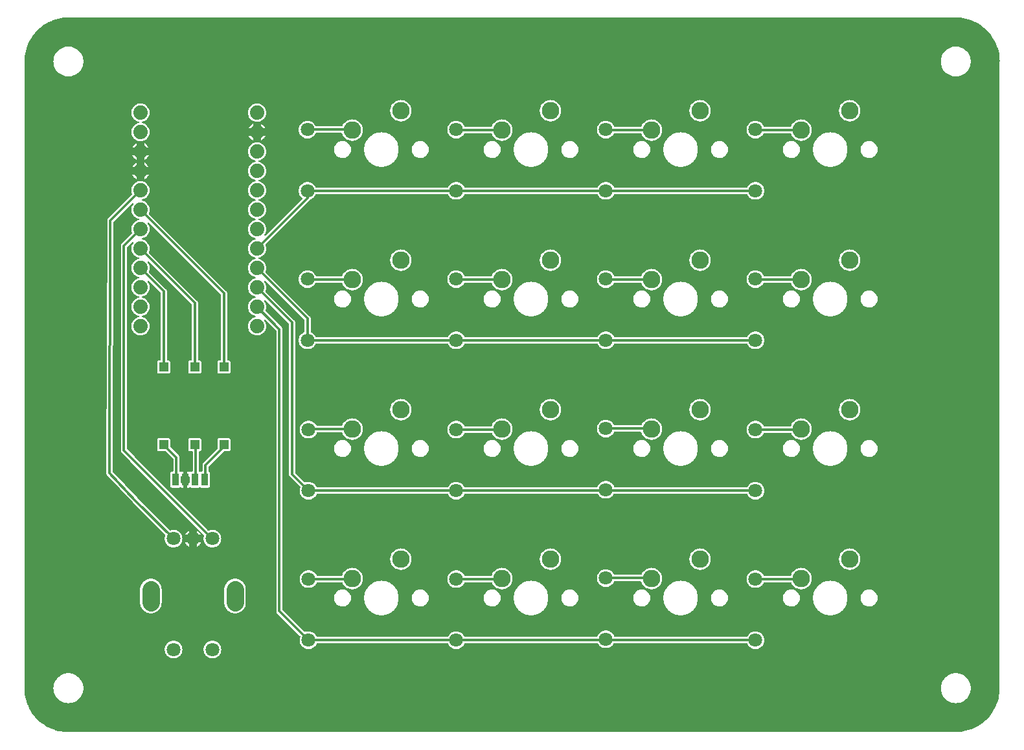
<source format=gtl>
G04 Layer: TopLayer*
G04 EasyEDA v6.4.20.6, 2021-07-27T21:22:35+10:00*
G04 5f3de9c6558747c6be1615df3866fddb,ebe80986956c49fa8a04bea1b3a7cd6c,10*
G04 Gerber Generator version 0.2*
G04 Scale: 100 percent, Rotated: No, Reflected: No *
G04 Dimensions in millimeters *
G04 leading zeros omitted , absolute positions ,4 integer and 5 decimal *
%FSLAX45Y45*%
%MOMM*%

%ADD10C,0.3000*%
%ADD12C,1.8000*%
%ADD13R,0.8890X1.6002*%
%ADD14C,2.2860*%
%ADD15C,1.8796*%
%ADD16R,1.2116X1.2116*%
%ADD17C,2.3000*%

%LPD*%
G36*
X-10899495Y-8575395D02*
G01*
X-10933277Y-8574430D01*
X-10966145Y-8571534D01*
X-10998758Y-8566810D01*
X-11031067Y-8560257D01*
X-11062970Y-8551824D01*
X-11094313Y-8541562D01*
X-11125047Y-8529523D01*
X-11155019Y-8515756D01*
X-11184178Y-8500313D01*
X-11212372Y-8483193D01*
X-11239550Y-8464499D01*
X-11265611Y-8444280D01*
X-11290452Y-8422589D01*
X-11314023Y-8399526D01*
X-11336223Y-8375142D01*
X-11357051Y-8349538D01*
X-11376304Y-8322767D01*
X-11394033Y-8294928D01*
X-11410086Y-8266125D01*
X-11424513Y-8236458D01*
X-11437213Y-8206028D01*
X-11448135Y-8174888D01*
X-11457279Y-8143189D01*
X-11464544Y-8111032D01*
X-11469979Y-8078520D01*
X-11473535Y-8045703D01*
X-11475212Y-8012684D01*
X-11475008Y-7999933D01*
X-11475008Y199491D01*
X-11473992Y233730D01*
X-11471097Y267055D01*
X-11466220Y300126D01*
X-11459413Y332892D01*
X-11450777Y365201D01*
X-11440210Y396951D01*
X-11427866Y428040D01*
X-11413693Y458317D01*
X-11397843Y487781D01*
X-11380266Y516229D01*
X-11361064Y543610D01*
X-11340287Y569823D01*
X-11318036Y594817D01*
X-11294364Y618439D01*
X-11269370Y640689D01*
X-11243106Y661416D01*
X-11215725Y680567D01*
X-11187226Y698144D01*
X-11157813Y713994D01*
X-11127486Y728116D01*
X-11096396Y740410D01*
X-11064646Y750925D01*
X-11032337Y759561D01*
X-10999571Y766318D01*
X-10966450Y771144D01*
X-10933125Y774039D01*
X-10899495Y775004D01*
X699516Y775004D01*
X733653Y774039D01*
X766927Y771093D01*
X799998Y766267D01*
X832713Y759510D01*
X864971Y750824D01*
X896670Y740308D01*
X927709Y728014D01*
X957986Y713892D01*
X987348Y698042D01*
X1015796Y680516D01*
X1043178Y661365D01*
X1069390Y640689D01*
X1094333Y618490D01*
X1117955Y594868D01*
X1140206Y569976D01*
X1160932Y543763D01*
X1180084Y516432D01*
X1197660Y488035D01*
X1213561Y458622D01*
X1227683Y428396D01*
X1240078Y397357D01*
X1250594Y365658D01*
X1259332Y333451D01*
X1266088Y300736D01*
X1271016Y267716D01*
X1273962Y234442D01*
X1274826Y207010D01*
X1274114Y199440D01*
X1274114Y-7999475D01*
X1273098Y-8033664D01*
X1270152Y-8066938D01*
X1265275Y-8099958D01*
X1258519Y-8132673D01*
X1249883Y-8164931D01*
X1239367Y-8196630D01*
X1227023Y-8227669D01*
X1212900Y-8257895D01*
X1197000Y-8287308D01*
X1179474Y-8315706D01*
X1160322Y-8343036D01*
X1139596Y-8369249D01*
X1117346Y-8394192D01*
X1093724Y-8417763D01*
X1068781Y-8439962D01*
X1042568Y-8460638D01*
X1015187Y-8479790D01*
X986790Y-8497316D01*
X957376Y-8513165D01*
X927100Y-8527237D01*
X896061Y-8539530D01*
X864362Y-8550046D01*
X832103Y-8558682D01*
X799388Y-8565388D01*
X766368Y-8570214D01*
X733094Y-8573109D01*
X699922Y-8574074D01*
X690626Y-8575395D01*
G37*

%LPC*%
G36*
X700024Y-8195919D02*
G01*
X719226Y-8194954D01*
X738225Y-8192160D01*
X756869Y-8187486D01*
X774954Y-8180984D01*
X792378Y-8172754D01*
X808837Y-8162899D01*
X824280Y-8151418D01*
X838555Y-8138515D01*
X851458Y-8124291D01*
X862888Y-8108848D01*
X872794Y-8092338D01*
X880973Y-8074964D01*
X887476Y-8056880D01*
X892149Y-8038236D01*
X894943Y-8019186D01*
X895908Y-8000034D01*
X894943Y-7980832D01*
X892149Y-7961782D01*
X887476Y-7943138D01*
X880973Y-7925053D01*
X872794Y-7907680D01*
X862888Y-7891170D01*
X851458Y-7875727D01*
X838555Y-7861503D01*
X824280Y-7848600D01*
X808837Y-7837119D01*
X792378Y-7827264D01*
X774954Y-7819034D01*
X756869Y-7812531D01*
X738225Y-7807858D01*
X719226Y-7805064D01*
X700024Y-7804099D01*
X680821Y-7805064D01*
X661771Y-7807858D01*
X643128Y-7812531D01*
X625043Y-7819034D01*
X607669Y-7827264D01*
X591159Y-7837119D01*
X575716Y-7848600D01*
X561492Y-7861503D01*
X548589Y-7875727D01*
X537108Y-7891170D01*
X527253Y-7907680D01*
X519023Y-7925053D01*
X512572Y-7943138D01*
X507898Y-7961782D01*
X505053Y-7980832D01*
X504139Y-8000034D01*
X505053Y-8019186D01*
X507898Y-8038236D01*
X512572Y-8056880D01*
X519023Y-8074964D01*
X527253Y-8092338D01*
X537108Y-8108848D01*
X548589Y-8124291D01*
X561492Y-8138515D01*
X575716Y-8151418D01*
X591159Y-8162899D01*
X607669Y-8172754D01*
X625043Y-8180984D01*
X643128Y-8187486D01*
X661771Y-8192160D01*
X680821Y-8194954D01*
G37*
G36*
X-10900003Y-8195919D02*
G01*
X-10880801Y-8194954D01*
X-10861751Y-8192160D01*
X-10843107Y-8187486D01*
X-10825022Y-8180984D01*
X-10807649Y-8172754D01*
X-10791139Y-8162899D01*
X-10775696Y-8151418D01*
X-10761472Y-8138515D01*
X-10748568Y-8124291D01*
X-10737088Y-8108848D01*
X-10727232Y-8092338D01*
X-10719003Y-8074964D01*
X-10712551Y-8056880D01*
X-10707878Y-8038236D01*
X-10705033Y-8019186D01*
X-10704068Y-8000034D01*
X-10705033Y-7980832D01*
X-10707878Y-7961782D01*
X-10712551Y-7943138D01*
X-10719003Y-7925053D01*
X-10727232Y-7907680D01*
X-10737088Y-7891170D01*
X-10748568Y-7875727D01*
X-10761472Y-7861503D01*
X-10775696Y-7848600D01*
X-10791139Y-7837119D01*
X-10807649Y-7827264D01*
X-10825022Y-7819034D01*
X-10843107Y-7812531D01*
X-10861751Y-7807858D01*
X-10880801Y-7805064D01*
X-10900003Y-7804099D01*
X-10919206Y-7805064D01*
X-10938205Y-7807858D01*
X-10956848Y-7812531D01*
X-10974933Y-7819034D01*
X-10992358Y-7827264D01*
X-11008817Y-7837119D01*
X-11024260Y-7848600D01*
X-11038484Y-7861503D01*
X-11051438Y-7875727D01*
X-11062868Y-7891170D01*
X-11072774Y-7907680D01*
X-11080953Y-7925053D01*
X-11087455Y-7943138D01*
X-11092129Y-7961782D01*
X-11094923Y-7980832D01*
X-11095888Y-8000034D01*
X-11094923Y-8019186D01*
X-11092129Y-8038236D01*
X-11087455Y-8056880D01*
X-11080953Y-8074964D01*
X-11072774Y-8092338D01*
X-11062868Y-8108848D01*
X-11051438Y-8124291D01*
X-11038484Y-8138515D01*
X-11024260Y-8151418D01*
X-11008817Y-8162899D01*
X-10992358Y-8172754D01*
X-10974933Y-8180984D01*
X-10956848Y-8187486D01*
X-10938205Y-8192160D01*
X-10919206Y-8194954D01*
G37*
G36*
X-9533280Y-7609890D02*
G01*
X-9518700Y-7609890D01*
X-9504273Y-7608062D01*
X-9490202Y-7604455D01*
X-9476638Y-7599070D01*
X-9463887Y-7592059D01*
X-9452102Y-7583525D01*
X-9441535Y-7573568D01*
X-9432239Y-7562342D01*
X-9424416Y-7550048D01*
X-9418218Y-7536891D01*
X-9413748Y-7523022D01*
X-9411004Y-7508748D01*
X-9410090Y-7494219D01*
X-9411004Y-7479690D01*
X-9413748Y-7465415D01*
X-9418218Y-7451547D01*
X-9424416Y-7438390D01*
X-9432239Y-7426096D01*
X-9441535Y-7414869D01*
X-9452102Y-7404912D01*
X-9463887Y-7396378D01*
X-9476638Y-7389368D01*
X-9490202Y-7383983D01*
X-9504273Y-7380376D01*
X-9518700Y-7378547D01*
X-9533280Y-7378547D01*
X-9547707Y-7380376D01*
X-9561779Y-7383983D01*
X-9575342Y-7389368D01*
X-9588093Y-7396378D01*
X-9599879Y-7404912D01*
X-9610445Y-7414869D01*
X-9619742Y-7426096D01*
X-9627565Y-7438390D01*
X-9633762Y-7451547D01*
X-9638233Y-7465415D01*
X-9640976Y-7479690D01*
X-9641890Y-7494219D01*
X-9640976Y-7508748D01*
X-9638233Y-7523022D01*
X-9633762Y-7536891D01*
X-9627565Y-7550048D01*
X-9619742Y-7562342D01*
X-9610445Y-7573568D01*
X-9599879Y-7583525D01*
X-9588093Y-7592059D01*
X-9575342Y-7599070D01*
X-9561779Y-7604455D01*
X-9547707Y-7608062D01*
G37*
G36*
X-9025280Y-7609890D02*
G01*
X-9010700Y-7609890D01*
X-8996273Y-7608062D01*
X-8982202Y-7604455D01*
X-8968638Y-7599070D01*
X-8955887Y-7592059D01*
X-8944102Y-7583525D01*
X-8933535Y-7573568D01*
X-8924239Y-7562342D01*
X-8916416Y-7550048D01*
X-8910218Y-7536891D01*
X-8905748Y-7523022D01*
X-8903004Y-7508748D01*
X-8902090Y-7494219D01*
X-8903004Y-7479690D01*
X-8905748Y-7465415D01*
X-8910218Y-7451547D01*
X-8916416Y-7438390D01*
X-8924239Y-7426096D01*
X-8933535Y-7414869D01*
X-8944102Y-7404912D01*
X-8955887Y-7396378D01*
X-8968638Y-7389368D01*
X-8982202Y-7383983D01*
X-8996273Y-7380376D01*
X-9010700Y-7378547D01*
X-9025280Y-7378547D01*
X-9039707Y-7380376D01*
X-9053779Y-7383983D01*
X-9067342Y-7389368D01*
X-9080093Y-7396378D01*
X-9091879Y-7404912D01*
X-9102445Y-7414869D01*
X-9111742Y-7426096D01*
X-9119565Y-7438390D01*
X-9125762Y-7451547D01*
X-9130233Y-7465415D01*
X-9132976Y-7479690D01*
X-9133890Y-7494219D01*
X-9132976Y-7508748D01*
X-9130233Y-7523022D01*
X-9125762Y-7536891D01*
X-9119565Y-7550048D01*
X-9111742Y-7562342D01*
X-9102445Y-7573568D01*
X-9091879Y-7583525D01*
X-9080093Y-7592059D01*
X-9067342Y-7599070D01*
X-9053779Y-7604455D01*
X-9039707Y-7608062D01*
G37*
G36*
X-7760716Y-7488174D02*
G01*
X-7746187Y-7487259D01*
X-7731912Y-7484516D01*
X-7718044Y-7480046D01*
X-7704886Y-7473848D01*
X-7692593Y-7466025D01*
X-7681366Y-7456779D01*
X-7671409Y-7446162D01*
X-7662875Y-7434376D01*
X-7655864Y-7421625D01*
X-7655052Y-7419644D01*
X-7652867Y-7416241D01*
X-7649565Y-7414006D01*
X-7645603Y-7413193D01*
X-5945428Y-7413193D01*
X-5941466Y-7414006D01*
X-5938164Y-7416241D01*
X-5935980Y-7419644D01*
X-5935167Y-7421625D01*
X-5928156Y-7434376D01*
X-5919622Y-7446162D01*
X-5909665Y-7456779D01*
X-5898438Y-7466025D01*
X-5886145Y-7473848D01*
X-5872988Y-7480046D01*
X-5859119Y-7484516D01*
X-5844844Y-7487259D01*
X-5830316Y-7488174D01*
X-5815787Y-7487259D01*
X-5801512Y-7484516D01*
X-5787644Y-7480046D01*
X-5774486Y-7473848D01*
X-5762193Y-7466025D01*
X-5750966Y-7456779D01*
X-5741009Y-7446162D01*
X-5732475Y-7434376D01*
X-5725464Y-7421625D01*
X-5724652Y-7419644D01*
X-5722467Y-7416241D01*
X-5719165Y-7414006D01*
X-5715203Y-7413193D01*
X-3983024Y-7413193D01*
X-3979468Y-7413853D01*
X-3976370Y-7415682D01*
X-3974134Y-7418476D01*
X-3972356Y-7421676D01*
X-3963822Y-7433462D01*
X-3953865Y-7444079D01*
X-3942638Y-7453325D01*
X-3930345Y-7461148D01*
X-3917187Y-7467346D01*
X-3903319Y-7471816D01*
X-3889044Y-7474559D01*
X-3874515Y-7475474D01*
X-3859987Y-7474559D01*
X-3845712Y-7471816D01*
X-3831844Y-7467346D01*
X-3818686Y-7461148D01*
X-3806393Y-7453325D01*
X-3795166Y-7444079D01*
X-3785209Y-7433462D01*
X-3776675Y-7421676D01*
X-3774897Y-7418476D01*
X-3772662Y-7415682D01*
X-3769563Y-7413853D01*
X-3766007Y-7413193D01*
X-2033828Y-7413193D01*
X-2029866Y-7414006D01*
X-2026564Y-7416241D01*
X-2024380Y-7419644D01*
X-2023567Y-7421625D01*
X-2016556Y-7434376D01*
X-2008022Y-7446162D01*
X-1998065Y-7456779D01*
X-1986838Y-7466025D01*
X-1974545Y-7473848D01*
X-1961388Y-7480046D01*
X-1947519Y-7484516D01*
X-1933244Y-7487259D01*
X-1918716Y-7488174D01*
X-1904187Y-7487259D01*
X-1889912Y-7484516D01*
X-1876043Y-7480046D01*
X-1862886Y-7473848D01*
X-1850593Y-7466025D01*
X-1839366Y-7456779D01*
X-1829409Y-7446162D01*
X-1820875Y-7434376D01*
X-1813864Y-7421625D01*
X-1808480Y-7408113D01*
X-1804873Y-7393990D01*
X-1803044Y-7379563D01*
X-1803044Y-7365034D01*
X-1804873Y-7350556D01*
X-1808480Y-7336485D01*
X-1813864Y-7322972D01*
X-1820875Y-7310170D01*
X-1829409Y-7298436D01*
X-1839366Y-7287818D01*
X-1850593Y-7278522D01*
X-1862886Y-7270750D01*
X-1876043Y-7264552D01*
X-1889912Y-7260031D01*
X-1904187Y-7257338D01*
X-1918716Y-7256424D01*
X-1933244Y-7257338D01*
X-1947519Y-7260031D01*
X-1961388Y-7264552D01*
X-1974545Y-7270750D01*
X-1986838Y-7278522D01*
X-1998065Y-7287818D01*
X-2008022Y-7298436D01*
X-2016556Y-7310170D01*
X-2023567Y-7322972D01*
X-2024380Y-7324953D01*
X-2026564Y-7328357D01*
X-2029866Y-7330592D01*
X-2033828Y-7331405D01*
X-3754475Y-7331405D01*
X-3758437Y-7330592D01*
X-3761740Y-7328306D01*
X-3763924Y-7324902D01*
X-3769664Y-7310221D01*
X-3776675Y-7297470D01*
X-3785209Y-7285736D01*
X-3795166Y-7275118D01*
X-3806393Y-7265822D01*
X-3818686Y-7258050D01*
X-3831844Y-7251852D01*
X-3845712Y-7247331D01*
X-3859987Y-7244638D01*
X-3874515Y-7243724D01*
X-3889044Y-7244638D01*
X-3903319Y-7247331D01*
X-3917187Y-7251852D01*
X-3930345Y-7258050D01*
X-3942638Y-7265822D01*
X-3953865Y-7275118D01*
X-3963822Y-7285736D01*
X-3972356Y-7297470D01*
X-3979367Y-7310221D01*
X-3985107Y-7324902D01*
X-3987292Y-7328306D01*
X-3990594Y-7330592D01*
X-3994556Y-7331405D01*
X-5715203Y-7331405D01*
X-5719165Y-7330592D01*
X-5722467Y-7328357D01*
X-5724652Y-7324953D01*
X-5725464Y-7322972D01*
X-5732475Y-7310170D01*
X-5741009Y-7298436D01*
X-5750966Y-7287818D01*
X-5762193Y-7278522D01*
X-5774486Y-7270750D01*
X-5787644Y-7264552D01*
X-5801512Y-7260031D01*
X-5815787Y-7257338D01*
X-5830316Y-7256424D01*
X-5844844Y-7257338D01*
X-5859119Y-7260031D01*
X-5872988Y-7264552D01*
X-5886145Y-7270750D01*
X-5898438Y-7278522D01*
X-5909665Y-7287818D01*
X-5919622Y-7298436D01*
X-5928156Y-7310170D01*
X-5935167Y-7322972D01*
X-5935980Y-7324953D01*
X-5938164Y-7328357D01*
X-5941466Y-7330592D01*
X-5945428Y-7331405D01*
X-7645603Y-7331405D01*
X-7649565Y-7330592D01*
X-7652867Y-7328357D01*
X-7655052Y-7324953D01*
X-7655864Y-7322972D01*
X-7662875Y-7310170D01*
X-7671409Y-7298436D01*
X-7681366Y-7287818D01*
X-7692593Y-7278522D01*
X-7704886Y-7270750D01*
X-7718044Y-7264552D01*
X-7731912Y-7260031D01*
X-7746187Y-7257338D01*
X-7760716Y-7256424D01*
X-7775244Y-7257338D01*
X-7789519Y-7260031D01*
X-7802981Y-7264400D01*
X-7806639Y-7264908D01*
X-7810246Y-7264044D01*
X-7813294Y-7261910D01*
X-8097824Y-6977380D01*
X-8100009Y-6974078D01*
X-8100822Y-6970217D01*
X-8100822Y-3302508D01*
X-8101634Y-3294024D01*
X-8103971Y-3286353D01*
X-8107730Y-3279292D01*
X-8113166Y-3272739D01*
X-8320481Y-3065373D01*
X-8322665Y-3062122D01*
X-8323478Y-3058312D01*
X-8322767Y-3054502D01*
X-8319566Y-3046222D01*
X-8316010Y-3031947D01*
X-8314181Y-3017266D01*
X-8314181Y-3002534D01*
X-8316010Y-2987852D01*
X-8319566Y-2973578D01*
X-8324900Y-2959811D01*
X-8331911Y-2946806D01*
X-8338210Y-2937916D01*
X-8339886Y-2933954D01*
X-8339785Y-2929686D01*
X-8337956Y-2925826D01*
X-8334654Y-2923082D01*
X-8330539Y-2921914D01*
X-8326323Y-2922524D01*
X-8322716Y-2924860D01*
X-8020507Y-3227070D01*
X-8018272Y-3230372D01*
X-8017509Y-3234232D01*
X-8017509Y-5200091D01*
X-8016697Y-5208574D01*
X-8014360Y-5216245D01*
X-8010601Y-5223306D01*
X-8005165Y-5229860D01*
X-7870952Y-5364124D01*
X-7868767Y-5367375D01*
X-7868005Y-5371185D01*
X-7868716Y-5375046D01*
X-7870952Y-5380685D01*
X-7874558Y-5394756D01*
X-7876387Y-5409234D01*
X-7876387Y-5423763D01*
X-7874558Y-5438190D01*
X-7870952Y-5452313D01*
X-7865567Y-5465826D01*
X-7858556Y-5478576D01*
X-7850022Y-5490362D01*
X-7840065Y-5500979D01*
X-7828838Y-5510225D01*
X-7816545Y-5518048D01*
X-7803388Y-5524246D01*
X-7789519Y-5528716D01*
X-7775244Y-5531459D01*
X-7760716Y-5532374D01*
X-7746187Y-5531459D01*
X-7731912Y-5528716D01*
X-7718044Y-5524246D01*
X-7704886Y-5518048D01*
X-7692593Y-5510225D01*
X-7681366Y-5500979D01*
X-7671409Y-5490362D01*
X-7662875Y-5478576D01*
X-7655864Y-5465826D01*
X-7655052Y-5463844D01*
X-7652867Y-5460441D01*
X-7649565Y-5458206D01*
X-7645603Y-5457393D01*
X-5945428Y-5457393D01*
X-5941466Y-5458206D01*
X-5938164Y-5460441D01*
X-5935980Y-5463844D01*
X-5935167Y-5465826D01*
X-5928156Y-5478576D01*
X-5919622Y-5490362D01*
X-5909665Y-5500979D01*
X-5898438Y-5510225D01*
X-5886145Y-5518048D01*
X-5872988Y-5524246D01*
X-5859119Y-5528716D01*
X-5844844Y-5531459D01*
X-5830316Y-5532374D01*
X-5815787Y-5531459D01*
X-5801512Y-5528716D01*
X-5787644Y-5524246D01*
X-5774486Y-5518048D01*
X-5762193Y-5510225D01*
X-5750966Y-5500979D01*
X-5741009Y-5490362D01*
X-5732475Y-5478576D01*
X-5725464Y-5465826D01*
X-5724652Y-5463844D01*
X-5722467Y-5460441D01*
X-5719165Y-5458206D01*
X-5715203Y-5457393D01*
X-3983024Y-5457393D01*
X-3979468Y-5458053D01*
X-3976370Y-5459882D01*
X-3974134Y-5462676D01*
X-3972356Y-5465876D01*
X-3963822Y-5477662D01*
X-3953865Y-5488279D01*
X-3942638Y-5497525D01*
X-3930345Y-5505348D01*
X-3917187Y-5511546D01*
X-3903319Y-5516016D01*
X-3889044Y-5518759D01*
X-3874515Y-5519674D01*
X-3859987Y-5518759D01*
X-3845712Y-5516016D01*
X-3831844Y-5511546D01*
X-3818686Y-5505348D01*
X-3806393Y-5497525D01*
X-3795166Y-5488279D01*
X-3785209Y-5477662D01*
X-3776675Y-5465876D01*
X-3774897Y-5462676D01*
X-3772662Y-5459882D01*
X-3769563Y-5458053D01*
X-3766007Y-5457393D01*
X-2033828Y-5457393D01*
X-2029866Y-5458206D01*
X-2026564Y-5460441D01*
X-2024380Y-5463844D01*
X-2023567Y-5465826D01*
X-2016556Y-5478576D01*
X-2008022Y-5490362D01*
X-1998065Y-5500979D01*
X-1986838Y-5510225D01*
X-1974545Y-5518048D01*
X-1961388Y-5524246D01*
X-1947519Y-5528716D01*
X-1933244Y-5531459D01*
X-1918716Y-5532374D01*
X-1904187Y-5531459D01*
X-1889912Y-5528716D01*
X-1876043Y-5524246D01*
X-1862886Y-5518048D01*
X-1850593Y-5510225D01*
X-1839366Y-5500979D01*
X-1829409Y-5490362D01*
X-1820875Y-5478576D01*
X-1813864Y-5465826D01*
X-1808480Y-5452313D01*
X-1804873Y-5438190D01*
X-1803044Y-5423763D01*
X-1803044Y-5409234D01*
X-1804873Y-5394756D01*
X-1808480Y-5380685D01*
X-1813864Y-5367172D01*
X-1820875Y-5354370D01*
X-1829409Y-5342636D01*
X-1839366Y-5332018D01*
X-1850593Y-5322722D01*
X-1862886Y-5314950D01*
X-1876043Y-5308752D01*
X-1889912Y-5304231D01*
X-1904187Y-5301538D01*
X-1918716Y-5300624D01*
X-1933244Y-5301538D01*
X-1947519Y-5304231D01*
X-1961388Y-5308752D01*
X-1974545Y-5314950D01*
X-1986838Y-5322722D01*
X-1998065Y-5332018D01*
X-2008022Y-5342636D01*
X-2016556Y-5354370D01*
X-2023567Y-5367172D01*
X-2024380Y-5369153D01*
X-2026564Y-5372557D01*
X-2029866Y-5374792D01*
X-2033828Y-5375605D01*
X-3754475Y-5375605D01*
X-3758437Y-5374792D01*
X-3761740Y-5372506D01*
X-3763924Y-5369102D01*
X-3769664Y-5354421D01*
X-3776675Y-5341670D01*
X-3785209Y-5329936D01*
X-3795166Y-5319318D01*
X-3806393Y-5310022D01*
X-3818686Y-5302250D01*
X-3831844Y-5296052D01*
X-3845712Y-5291531D01*
X-3859987Y-5288838D01*
X-3874515Y-5287924D01*
X-3889044Y-5288838D01*
X-3903319Y-5291531D01*
X-3917187Y-5296052D01*
X-3930345Y-5302250D01*
X-3942638Y-5310022D01*
X-3953865Y-5319318D01*
X-3963822Y-5329936D01*
X-3972356Y-5341670D01*
X-3979367Y-5354421D01*
X-3985107Y-5369102D01*
X-3987292Y-5372506D01*
X-3990594Y-5374792D01*
X-3994556Y-5375605D01*
X-5715203Y-5375605D01*
X-5719165Y-5374792D01*
X-5722467Y-5372557D01*
X-5724652Y-5369153D01*
X-5725464Y-5367172D01*
X-5732475Y-5354370D01*
X-5741009Y-5342636D01*
X-5750966Y-5332018D01*
X-5762193Y-5322722D01*
X-5774486Y-5314950D01*
X-5787644Y-5308752D01*
X-5801512Y-5304231D01*
X-5815787Y-5301538D01*
X-5830316Y-5300624D01*
X-5844844Y-5301538D01*
X-5859119Y-5304231D01*
X-5872988Y-5308752D01*
X-5886145Y-5314950D01*
X-5898438Y-5322722D01*
X-5909665Y-5332018D01*
X-5919622Y-5342636D01*
X-5928156Y-5354370D01*
X-5935167Y-5367172D01*
X-5935980Y-5369153D01*
X-5938164Y-5372557D01*
X-5941466Y-5374792D01*
X-5945428Y-5375605D01*
X-7645603Y-5375605D01*
X-7649565Y-5374792D01*
X-7652867Y-5372557D01*
X-7655052Y-5369153D01*
X-7655864Y-5367172D01*
X-7662875Y-5354370D01*
X-7671409Y-5342636D01*
X-7681366Y-5332018D01*
X-7692593Y-5322722D01*
X-7704886Y-5314950D01*
X-7718044Y-5308752D01*
X-7731912Y-5304231D01*
X-7746187Y-5301538D01*
X-7760716Y-5300624D01*
X-7775244Y-5301538D01*
X-7789519Y-5304231D01*
X-7802930Y-5308600D01*
X-7806588Y-5309057D01*
X-7810195Y-5308193D01*
X-7813243Y-5306110D01*
X-7932724Y-5186629D01*
X-7934909Y-5183327D01*
X-7935722Y-5179466D01*
X-7935722Y-3213608D01*
X-7936534Y-3205124D01*
X-7938871Y-3197453D01*
X-7942630Y-3190392D01*
X-7948066Y-3183839D01*
X-8320481Y-2811373D01*
X-8322665Y-2808122D01*
X-8323478Y-2804312D01*
X-8322767Y-2800502D01*
X-8319566Y-2792222D01*
X-8316010Y-2777947D01*
X-8314181Y-2763266D01*
X-8314181Y-2748534D01*
X-8316010Y-2733852D01*
X-8319566Y-2719578D01*
X-8324900Y-2705811D01*
X-8331911Y-2692806D01*
X-8338210Y-2683916D01*
X-8339886Y-2679954D01*
X-8339785Y-2675686D01*
X-8337956Y-2671826D01*
X-8334654Y-2669082D01*
X-8330539Y-2667914D01*
X-8326323Y-2668524D01*
X-8322716Y-2670860D01*
X-7817307Y-3176270D01*
X-7815072Y-3179572D01*
X-7814309Y-3183432D01*
X-7814309Y-3332987D01*
X-7815021Y-3336696D01*
X-7817053Y-3339947D01*
X-7820152Y-3342182D01*
X-7829245Y-3346450D01*
X-7841538Y-3354222D01*
X-7852765Y-3363518D01*
X-7862722Y-3374136D01*
X-7871256Y-3385870D01*
X-7878267Y-3398672D01*
X-7883652Y-3412185D01*
X-7887258Y-3426256D01*
X-7889087Y-3440734D01*
X-7889087Y-3455263D01*
X-7887258Y-3469690D01*
X-7883652Y-3483813D01*
X-7878267Y-3497326D01*
X-7871256Y-3510076D01*
X-7862722Y-3521862D01*
X-7852765Y-3532479D01*
X-7841538Y-3541725D01*
X-7829245Y-3549548D01*
X-7816088Y-3555746D01*
X-7802219Y-3560216D01*
X-7787944Y-3562959D01*
X-7773416Y-3563874D01*
X-7758887Y-3562959D01*
X-7744612Y-3560216D01*
X-7730744Y-3555746D01*
X-7717586Y-3549548D01*
X-7705293Y-3541725D01*
X-7694066Y-3532479D01*
X-7684109Y-3521862D01*
X-7675575Y-3510076D01*
X-7668564Y-3497326D01*
X-7667752Y-3495344D01*
X-7665567Y-3491941D01*
X-7662265Y-3489706D01*
X-7658303Y-3488893D01*
X-5945428Y-3488893D01*
X-5941466Y-3489706D01*
X-5938164Y-3491941D01*
X-5935980Y-3495344D01*
X-5935167Y-3497326D01*
X-5928156Y-3510076D01*
X-5919622Y-3521862D01*
X-5909665Y-3532479D01*
X-5898438Y-3541725D01*
X-5886145Y-3549548D01*
X-5872988Y-3555746D01*
X-5859119Y-3560216D01*
X-5844844Y-3562959D01*
X-5830316Y-3563874D01*
X-5815787Y-3562959D01*
X-5801512Y-3560216D01*
X-5787644Y-3555746D01*
X-5774486Y-3549548D01*
X-5762193Y-3541725D01*
X-5750966Y-3532479D01*
X-5741009Y-3521862D01*
X-5732475Y-3510076D01*
X-5725464Y-3497326D01*
X-5724652Y-3495344D01*
X-5722467Y-3491941D01*
X-5719165Y-3489706D01*
X-5715203Y-3488893D01*
X-3989628Y-3488893D01*
X-3985666Y-3489706D01*
X-3982364Y-3491941D01*
X-3980179Y-3495344D01*
X-3979367Y-3497326D01*
X-3972356Y-3510076D01*
X-3963822Y-3521862D01*
X-3953865Y-3532479D01*
X-3942638Y-3541725D01*
X-3930345Y-3549548D01*
X-3917187Y-3555746D01*
X-3903319Y-3560216D01*
X-3889044Y-3562959D01*
X-3874515Y-3563874D01*
X-3859987Y-3562959D01*
X-3845712Y-3560216D01*
X-3831844Y-3555746D01*
X-3818686Y-3549548D01*
X-3806393Y-3541725D01*
X-3795166Y-3532479D01*
X-3785209Y-3521862D01*
X-3776675Y-3510076D01*
X-3769664Y-3497326D01*
X-3768851Y-3495344D01*
X-3766667Y-3491941D01*
X-3763365Y-3489706D01*
X-3759403Y-3488893D01*
X-2033828Y-3488893D01*
X-2029866Y-3489706D01*
X-2026564Y-3491941D01*
X-2024380Y-3495344D01*
X-2023567Y-3497326D01*
X-2016556Y-3510076D01*
X-2008022Y-3521862D01*
X-1998065Y-3532479D01*
X-1986838Y-3541725D01*
X-1974545Y-3549548D01*
X-1961388Y-3555746D01*
X-1947519Y-3560216D01*
X-1933244Y-3562959D01*
X-1918716Y-3563874D01*
X-1904187Y-3562959D01*
X-1889912Y-3560216D01*
X-1876043Y-3555746D01*
X-1862886Y-3549548D01*
X-1850593Y-3541725D01*
X-1839366Y-3532479D01*
X-1829409Y-3521862D01*
X-1820875Y-3510076D01*
X-1813864Y-3497326D01*
X-1808480Y-3483813D01*
X-1804873Y-3469690D01*
X-1803044Y-3455263D01*
X-1803044Y-3440734D01*
X-1804873Y-3426256D01*
X-1808480Y-3412185D01*
X-1813864Y-3398672D01*
X-1820875Y-3385870D01*
X-1829409Y-3374136D01*
X-1839366Y-3363518D01*
X-1850593Y-3354222D01*
X-1862886Y-3346450D01*
X-1876043Y-3340252D01*
X-1889912Y-3335731D01*
X-1904187Y-3333038D01*
X-1918716Y-3332124D01*
X-1933244Y-3333038D01*
X-1947519Y-3335731D01*
X-1961388Y-3340252D01*
X-1974545Y-3346450D01*
X-1986838Y-3354222D01*
X-1998065Y-3363518D01*
X-2008022Y-3374136D01*
X-2016556Y-3385870D01*
X-2023567Y-3398672D01*
X-2024380Y-3400653D01*
X-2026564Y-3404057D01*
X-2029866Y-3406292D01*
X-2033828Y-3407105D01*
X-3759403Y-3407105D01*
X-3763365Y-3406292D01*
X-3766667Y-3404057D01*
X-3768851Y-3400653D01*
X-3769664Y-3398672D01*
X-3776675Y-3385870D01*
X-3785209Y-3374136D01*
X-3795166Y-3363518D01*
X-3806393Y-3354222D01*
X-3818686Y-3346450D01*
X-3831844Y-3340252D01*
X-3845712Y-3335731D01*
X-3859987Y-3333038D01*
X-3874515Y-3332124D01*
X-3889044Y-3333038D01*
X-3903319Y-3335731D01*
X-3917187Y-3340252D01*
X-3930345Y-3346450D01*
X-3942638Y-3354222D01*
X-3953865Y-3363518D01*
X-3963822Y-3374136D01*
X-3972356Y-3385870D01*
X-3979367Y-3398672D01*
X-3980179Y-3400653D01*
X-3982364Y-3404057D01*
X-3985666Y-3406292D01*
X-3989628Y-3407105D01*
X-5715203Y-3407105D01*
X-5719165Y-3406292D01*
X-5722467Y-3404057D01*
X-5724652Y-3400653D01*
X-5725464Y-3398672D01*
X-5732475Y-3385870D01*
X-5741009Y-3374136D01*
X-5750966Y-3363518D01*
X-5762193Y-3354222D01*
X-5774486Y-3346450D01*
X-5787644Y-3340252D01*
X-5801512Y-3335731D01*
X-5815787Y-3333038D01*
X-5830316Y-3332124D01*
X-5844844Y-3333038D01*
X-5859119Y-3335731D01*
X-5872988Y-3340252D01*
X-5886145Y-3346450D01*
X-5898438Y-3354222D01*
X-5909665Y-3363518D01*
X-5919622Y-3374136D01*
X-5928156Y-3385870D01*
X-5935167Y-3398672D01*
X-5935980Y-3400653D01*
X-5938164Y-3404057D01*
X-5941466Y-3406292D01*
X-5945428Y-3407105D01*
X-7658303Y-3407105D01*
X-7662265Y-3406292D01*
X-7665567Y-3404057D01*
X-7667752Y-3400653D01*
X-7668564Y-3398672D01*
X-7675575Y-3385870D01*
X-7684109Y-3374136D01*
X-7694066Y-3363518D01*
X-7705293Y-3354222D01*
X-7717586Y-3346450D01*
X-7726680Y-3342182D01*
X-7729778Y-3339947D01*
X-7731810Y-3336696D01*
X-7732522Y-3332987D01*
X-7732522Y-3162808D01*
X-7733334Y-3154324D01*
X-7735671Y-3146653D01*
X-7739430Y-3139592D01*
X-7744866Y-3133039D01*
X-8320481Y-2557373D01*
X-8322665Y-2554122D01*
X-8323478Y-2550312D01*
X-8322767Y-2546502D01*
X-8319566Y-2538222D01*
X-8316010Y-2523947D01*
X-8314181Y-2509266D01*
X-8314181Y-2494534D01*
X-8316010Y-2479852D01*
X-8319566Y-2465578D01*
X-8324900Y-2451811D01*
X-8331911Y-2438806D01*
X-8340445Y-2426766D01*
X-8350351Y-2415844D01*
X-8361578Y-2406243D01*
X-8373872Y-2398115D01*
X-8387080Y-2391511D01*
X-8400999Y-2386584D01*
X-8409127Y-2384806D01*
X-8412734Y-2383282D01*
X-8415477Y-2380488D01*
X-8416950Y-2376830D01*
X-8416950Y-2372969D01*
X-8415477Y-2369312D01*
X-8412734Y-2366518D01*
X-8409127Y-2364994D01*
X-8400999Y-2363216D01*
X-8387080Y-2358288D01*
X-8373872Y-2351684D01*
X-8361578Y-2343556D01*
X-8350351Y-2333955D01*
X-8340445Y-2323033D01*
X-8331911Y-2310993D01*
X-8324900Y-2297988D01*
X-8319566Y-2284222D01*
X-8316010Y-2269947D01*
X-8314181Y-2255266D01*
X-8314181Y-2240534D01*
X-8316010Y-2225852D01*
X-8319566Y-2211578D01*
X-8322767Y-2203297D01*
X-8323478Y-2199487D01*
X-8322665Y-2195677D01*
X-8320481Y-2192426D01*
X-7744866Y-1616760D01*
X-7739430Y-1610207D01*
X-7736586Y-1604822D01*
X-7734604Y-1602232D01*
X-7731861Y-1600403D01*
X-7717586Y-1593748D01*
X-7705293Y-1585925D01*
X-7694066Y-1576679D01*
X-7684109Y-1566062D01*
X-7675575Y-1554276D01*
X-7668564Y-1541526D01*
X-7667752Y-1539544D01*
X-7665567Y-1536141D01*
X-7662265Y-1533906D01*
X-7658303Y-1533093D01*
X-5945428Y-1533093D01*
X-5941466Y-1533906D01*
X-5938164Y-1536141D01*
X-5935980Y-1539544D01*
X-5935167Y-1541526D01*
X-5928156Y-1554276D01*
X-5919622Y-1566062D01*
X-5909665Y-1576679D01*
X-5898438Y-1585925D01*
X-5886145Y-1593748D01*
X-5872988Y-1599946D01*
X-5859119Y-1604416D01*
X-5844844Y-1607159D01*
X-5830316Y-1608074D01*
X-5815787Y-1607159D01*
X-5801512Y-1604416D01*
X-5787644Y-1599946D01*
X-5774486Y-1593748D01*
X-5762193Y-1585925D01*
X-5750966Y-1576679D01*
X-5741009Y-1566062D01*
X-5732475Y-1554276D01*
X-5725464Y-1541526D01*
X-5724652Y-1539544D01*
X-5722467Y-1536141D01*
X-5719165Y-1533906D01*
X-5715203Y-1533093D01*
X-3989628Y-1533093D01*
X-3985666Y-1533906D01*
X-3982364Y-1536141D01*
X-3980179Y-1539544D01*
X-3979367Y-1541526D01*
X-3972356Y-1554276D01*
X-3963822Y-1566062D01*
X-3953865Y-1576679D01*
X-3942638Y-1585925D01*
X-3930345Y-1593748D01*
X-3917187Y-1599946D01*
X-3903319Y-1604416D01*
X-3889044Y-1607159D01*
X-3874515Y-1608074D01*
X-3859987Y-1607159D01*
X-3845712Y-1604416D01*
X-3831844Y-1599946D01*
X-3818686Y-1593748D01*
X-3806393Y-1585925D01*
X-3795166Y-1576679D01*
X-3785209Y-1566062D01*
X-3776675Y-1554276D01*
X-3769664Y-1541526D01*
X-3768851Y-1539544D01*
X-3766667Y-1536141D01*
X-3763365Y-1533906D01*
X-3759403Y-1533093D01*
X-2033828Y-1533093D01*
X-2029866Y-1533906D01*
X-2026564Y-1536141D01*
X-2024380Y-1539544D01*
X-2023567Y-1541526D01*
X-2016556Y-1554276D01*
X-2008022Y-1566062D01*
X-1998065Y-1576679D01*
X-1986838Y-1585925D01*
X-1974545Y-1593748D01*
X-1961388Y-1599946D01*
X-1947519Y-1604416D01*
X-1933244Y-1607159D01*
X-1918716Y-1608074D01*
X-1904187Y-1607159D01*
X-1889912Y-1604416D01*
X-1876043Y-1599946D01*
X-1862886Y-1593748D01*
X-1850593Y-1585925D01*
X-1839366Y-1576679D01*
X-1829409Y-1566062D01*
X-1820875Y-1554276D01*
X-1813864Y-1541526D01*
X-1808480Y-1528013D01*
X-1804873Y-1513890D01*
X-1803044Y-1499463D01*
X-1803044Y-1484934D01*
X-1804873Y-1470456D01*
X-1808480Y-1456385D01*
X-1813864Y-1442872D01*
X-1820875Y-1430070D01*
X-1829409Y-1418336D01*
X-1839366Y-1407718D01*
X-1850593Y-1398422D01*
X-1862886Y-1390650D01*
X-1876043Y-1384452D01*
X-1889912Y-1379931D01*
X-1904187Y-1377238D01*
X-1918716Y-1376324D01*
X-1933244Y-1377238D01*
X-1947519Y-1379931D01*
X-1961388Y-1384452D01*
X-1974545Y-1390650D01*
X-1986838Y-1398422D01*
X-1998065Y-1407718D01*
X-2008022Y-1418336D01*
X-2016556Y-1430070D01*
X-2023567Y-1442872D01*
X-2024380Y-1444853D01*
X-2026564Y-1448257D01*
X-2029866Y-1450492D01*
X-2033828Y-1451305D01*
X-3759403Y-1451305D01*
X-3763365Y-1450492D01*
X-3766667Y-1448257D01*
X-3768851Y-1444853D01*
X-3769664Y-1442872D01*
X-3776675Y-1430070D01*
X-3785209Y-1418336D01*
X-3795166Y-1407718D01*
X-3806393Y-1398422D01*
X-3818686Y-1390650D01*
X-3831844Y-1384452D01*
X-3845712Y-1379931D01*
X-3859987Y-1377238D01*
X-3874515Y-1376324D01*
X-3889044Y-1377238D01*
X-3903319Y-1379931D01*
X-3917187Y-1384452D01*
X-3930345Y-1390650D01*
X-3942638Y-1398422D01*
X-3953865Y-1407718D01*
X-3963822Y-1418336D01*
X-3972356Y-1430070D01*
X-3979367Y-1442872D01*
X-3980179Y-1444853D01*
X-3982364Y-1448257D01*
X-3985666Y-1450492D01*
X-3989628Y-1451305D01*
X-5715203Y-1451305D01*
X-5719165Y-1450492D01*
X-5722467Y-1448257D01*
X-5724652Y-1444853D01*
X-5725464Y-1442872D01*
X-5732475Y-1430070D01*
X-5741009Y-1418336D01*
X-5750966Y-1407718D01*
X-5762193Y-1398422D01*
X-5774486Y-1390650D01*
X-5787644Y-1384452D01*
X-5801512Y-1379931D01*
X-5815787Y-1377238D01*
X-5830316Y-1376324D01*
X-5844844Y-1377238D01*
X-5859119Y-1379931D01*
X-5872988Y-1384452D01*
X-5886145Y-1390650D01*
X-5898438Y-1398422D01*
X-5909665Y-1407718D01*
X-5919622Y-1418336D01*
X-5928156Y-1430070D01*
X-5935167Y-1442872D01*
X-5935980Y-1444853D01*
X-5938164Y-1448257D01*
X-5941466Y-1450492D01*
X-5945428Y-1451305D01*
X-7658303Y-1451305D01*
X-7662265Y-1450492D01*
X-7665567Y-1448257D01*
X-7667752Y-1444853D01*
X-7668564Y-1442872D01*
X-7675575Y-1430070D01*
X-7684109Y-1418336D01*
X-7694066Y-1407718D01*
X-7705293Y-1398422D01*
X-7717586Y-1390650D01*
X-7730744Y-1384452D01*
X-7744612Y-1379931D01*
X-7758887Y-1377238D01*
X-7773416Y-1376324D01*
X-7787944Y-1377238D01*
X-7802219Y-1379931D01*
X-7816088Y-1384452D01*
X-7829245Y-1390650D01*
X-7841538Y-1398422D01*
X-7852765Y-1407718D01*
X-7862722Y-1418336D01*
X-7871256Y-1430070D01*
X-7878267Y-1442872D01*
X-7883652Y-1456385D01*
X-7887258Y-1470456D01*
X-7889087Y-1484934D01*
X-7889087Y-1499463D01*
X-7887258Y-1513890D01*
X-7883652Y-1528013D01*
X-7878267Y-1541526D01*
X-7871256Y-1554276D01*
X-7862722Y-1566062D01*
X-7852765Y-1576679D01*
X-7843672Y-1584198D01*
X-7841081Y-1587449D01*
X-7840014Y-1591513D01*
X-7840675Y-1595678D01*
X-7842961Y-1599184D01*
X-8322716Y-2078939D01*
X-8326323Y-2081275D01*
X-8330539Y-2081885D01*
X-8334654Y-2080768D01*
X-8337956Y-2077974D01*
X-8339785Y-2074113D01*
X-8339886Y-2069846D01*
X-8338210Y-2065883D01*
X-8331911Y-2056993D01*
X-8324900Y-2043988D01*
X-8319566Y-2030222D01*
X-8316010Y-2015947D01*
X-8314181Y-2001266D01*
X-8314181Y-1986534D01*
X-8316010Y-1971852D01*
X-8319566Y-1957578D01*
X-8324900Y-1943811D01*
X-8331911Y-1930806D01*
X-8340445Y-1918766D01*
X-8350351Y-1907844D01*
X-8361578Y-1898243D01*
X-8373872Y-1890115D01*
X-8387080Y-1883511D01*
X-8400999Y-1878584D01*
X-8409127Y-1876806D01*
X-8412734Y-1875282D01*
X-8415477Y-1872488D01*
X-8416950Y-1868830D01*
X-8416950Y-1864969D01*
X-8415477Y-1861312D01*
X-8412734Y-1858518D01*
X-8409127Y-1856993D01*
X-8400999Y-1855216D01*
X-8387080Y-1850288D01*
X-8373872Y-1843684D01*
X-8361578Y-1835556D01*
X-8350351Y-1825955D01*
X-8340445Y-1815033D01*
X-8331911Y-1802993D01*
X-8324900Y-1789988D01*
X-8319566Y-1776222D01*
X-8316010Y-1761947D01*
X-8314181Y-1747266D01*
X-8314181Y-1732534D01*
X-8316010Y-1717852D01*
X-8319566Y-1703578D01*
X-8324900Y-1689811D01*
X-8331911Y-1676806D01*
X-8340445Y-1664766D01*
X-8350351Y-1653844D01*
X-8361578Y-1644243D01*
X-8373872Y-1636115D01*
X-8387080Y-1629511D01*
X-8400999Y-1624584D01*
X-8409127Y-1622806D01*
X-8412734Y-1621282D01*
X-8415477Y-1618488D01*
X-8416950Y-1614830D01*
X-8416950Y-1610969D01*
X-8415477Y-1607312D01*
X-8412734Y-1604518D01*
X-8409127Y-1602994D01*
X-8400999Y-1601216D01*
X-8387080Y-1596288D01*
X-8373872Y-1589684D01*
X-8361578Y-1581556D01*
X-8350351Y-1571955D01*
X-8340445Y-1561033D01*
X-8331911Y-1548993D01*
X-8324900Y-1535988D01*
X-8319566Y-1522222D01*
X-8316010Y-1507947D01*
X-8314181Y-1493266D01*
X-8314181Y-1478534D01*
X-8316010Y-1463852D01*
X-8319566Y-1449578D01*
X-8324900Y-1435811D01*
X-8331911Y-1422806D01*
X-8340445Y-1410766D01*
X-8350351Y-1399844D01*
X-8361578Y-1390243D01*
X-8373872Y-1382115D01*
X-8387080Y-1375511D01*
X-8400999Y-1370584D01*
X-8409127Y-1368806D01*
X-8412734Y-1367282D01*
X-8415477Y-1364488D01*
X-8416950Y-1360830D01*
X-8416950Y-1356969D01*
X-8415477Y-1353312D01*
X-8412734Y-1350518D01*
X-8409127Y-1348994D01*
X-8400999Y-1347216D01*
X-8387080Y-1342288D01*
X-8373872Y-1335684D01*
X-8361578Y-1327556D01*
X-8350351Y-1317955D01*
X-8340445Y-1307033D01*
X-8331911Y-1294993D01*
X-8324900Y-1281988D01*
X-8319566Y-1268222D01*
X-8316010Y-1253947D01*
X-8314181Y-1239266D01*
X-8314181Y-1224534D01*
X-8316010Y-1209852D01*
X-8319566Y-1195578D01*
X-8324900Y-1181811D01*
X-8331911Y-1168806D01*
X-8340445Y-1156766D01*
X-8350351Y-1145844D01*
X-8361578Y-1136243D01*
X-8373872Y-1128115D01*
X-8387080Y-1121511D01*
X-8400999Y-1116584D01*
X-8409127Y-1114806D01*
X-8412734Y-1113282D01*
X-8415477Y-1110488D01*
X-8416950Y-1106830D01*
X-8416950Y-1102969D01*
X-8415477Y-1099312D01*
X-8412734Y-1096518D01*
X-8409127Y-1094994D01*
X-8400999Y-1093216D01*
X-8387080Y-1088288D01*
X-8373872Y-1081684D01*
X-8361578Y-1073556D01*
X-8350351Y-1063955D01*
X-8340445Y-1053033D01*
X-8331911Y-1040993D01*
X-8324900Y-1027988D01*
X-8319566Y-1014221D01*
X-8316010Y-999947D01*
X-8314181Y-985266D01*
X-8314181Y-970534D01*
X-8316010Y-955852D01*
X-8319566Y-941578D01*
X-8324900Y-927811D01*
X-8331911Y-914806D01*
X-8340445Y-902766D01*
X-8350351Y-891844D01*
X-8361578Y-882243D01*
X-8373872Y-874115D01*
X-8387080Y-867511D01*
X-8400999Y-862584D01*
X-8415426Y-859434D01*
X-8430107Y-858113D01*
X-8444890Y-858519D01*
X-8459571Y-860856D01*
X-8473643Y-864869D01*
X-8487257Y-870610D01*
X-8500008Y-877976D01*
X-8511794Y-886866D01*
X-8522411Y-897128D01*
X-8531656Y-908659D01*
X-8539429Y-921207D01*
X-8545576Y-934618D01*
X-8550046Y-948639D01*
X-8552789Y-963168D01*
X-8553704Y-977900D01*
X-8552789Y-992632D01*
X-8550046Y-1007160D01*
X-8545576Y-1021181D01*
X-8539429Y-1034592D01*
X-8531656Y-1047140D01*
X-8522411Y-1058672D01*
X-8511794Y-1068933D01*
X-8500008Y-1077823D01*
X-8487257Y-1085189D01*
X-8473643Y-1090930D01*
X-8459012Y-1095146D01*
X-8455152Y-1097178D01*
X-8452561Y-1100632D01*
X-8451596Y-1104900D01*
X-8452561Y-1109167D01*
X-8455152Y-1112621D01*
X-8459012Y-1114653D01*
X-8473643Y-1118870D01*
X-8487257Y-1124610D01*
X-8500008Y-1131976D01*
X-8511794Y-1140866D01*
X-8522411Y-1151128D01*
X-8531656Y-1162659D01*
X-8539429Y-1175207D01*
X-8545576Y-1188618D01*
X-8550046Y-1202639D01*
X-8552789Y-1217168D01*
X-8553704Y-1231900D01*
X-8552789Y-1246632D01*
X-8550046Y-1261160D01*
X-8545576Y-1275181D01*
X-8539429Y-1288592D01*
X-8531656Y-1301140D01*
X-8522411Y-1312672D01*
X-8511794Y-1322933D01*
X-8500008Y-1331823D01*
X-8487257Y-1339189D01*
X-8473643Y-1344930D01*
X-8459012Y-1349146D01*
X-8455152Y-1351178D01*
X-8452561Y-1354632D01*
X-8451596Y-1358900D01*
X-8452561Y-1363167D01*
X-8455152Y-1366621D01*
X-8459012Y-1368653D01*
X-8473643Y-1372870D01*
X-8487257Y-1378610D01*
X-8500008Y-1385976D01*
X-8511794Y-1394866D01*
X-8522411Y-1405128D01*
X-8531656Y-1416659D01*
X-8539429Y-1429207D01*
X-8545576Y-1442618D01*
X-8550046Y-1456639D01*
X-8552789Y-1471168D01*
X-8553704Y-1485900D01*
X-8552789Y-1500632D01*
X-8550046Y-1515160D01*
X-8545576Y-1529181D01*
X-8539429Y-1542592D01*
X-8531656Y-1555140D01*
X-8522411Y-1566672D01*
X-8511794Y-1576933D01*
X-8500008Y-1585823D01*
X-8487257Y-1593189D01*
X-8473643Y-1598930D01*
X-8459012Y-1603146D01*
X-8455152Y-1605178D01*
X-8452561Y-1608632D01*
X-8451596Y-1612900D01*
X-8452561Y-1617167D01*
X-8455152Y-1620621D01*
X-8459012Y-1622653D01*
X-8473643Y-1626870D01*
X-8487257Y-1632610D01*
X-8500008Y-1639976D01*
X-8511794Y-1648866D01*
X-8522411Y-1659128D01*
X-8531656Y-1670659D01*
X-8539429Y-1683207D01*
X-8545576Y-1696618D01*
X-8550046Y-1710639D01*
X-8552789Y-1725168D01*
X-8553704Y-1739900D01*
X-8552789Y-1754632D01*
X-8550046Y-1769160D01*
X-8545576Y-1783181D01*
X-8539429Y-1796592D01*
X-8531656Y-1809140D01*
X-8522411Y-1820672D01*
X-8511794Y-1830933D01*
X-8500008Y-1839823D01*
X-8487257Y-1847189D01*
X-8473643Y-1852930D01*
X-8459012Y-1857146D01*
X-8455152Y-1859178D01*
X-8452561Y-1862632D01*
X-8451596Y-1866900D01*
X-8452561Y-1871167D01*
X-8455152Y-1874621D01*
X-8459012Y-1876653D01*
X-8473643Y-1880870D01*
X-8487257Y-1886610D01*
X-8500008Y-1893976D01*
X-8511794Y-1902866D01*
X-8522411Y-1913128D01*
X-8531656Y-1924659D01*
X-8539429Y-1937207D01*
X-8545576Y-1950618D01*
X-8550046Y-1964639D01*
X-8552789Y-1979168D01*
X-8553704Y-1993900D01*
X-8552789Y-2008632D01*
X-8550046Y-2023160D01*
X-8545576Y-2037181D01*
X-8539429Y-2050592D01*
X-8531656Y-2063140D01*
X-8522411Y-2074672D01*
X-8511794Y-2084933D01*
X-8500008Y-2093823D01*
X-8487257Y-2101189D01*
X-8473643Y-2106930D01*
X-8459012Y-2111146D01*
X-8455152Y-2113178D01*
X-8452561Y-2116632D01*
X-8451596Y-2120900D01*
X-8452561Y-2125167D01*
X-8455152Y-2128621D01*
X-8459012Y-2130653D01*
X-8473643Y-2134870D01*
X-8487257Y-2140610D01*
X-8500008Y-2147976D01*
X-8511794Y-2156866D01*
X-8522411Y-2167128D01*
X-8531656Y-2178659D01*
X-8539429Y-2191207D01*
X-8545576Y-2204618D01*
X-8550046Y-2218639D01*
X-8552789Y-2233168D01*
X-8553704Y-2247900D01*
X-8552789Y-2262632D01*
X-8550046Y-2277160D01*
X-8545576Y-2291181D01*
X-8539429Y-2304592D01*
X-8531656Y-2317140D01*
X-8522411Y-2328672D01*
X-8511794Y-2338933D01*
X-8500008Y-2347823D01*
X-8487257Y-2355189D01*
X-8473643Y-2360930D01*
X-8459012Y-2365146D01*
X-8455152Y-2367178D01*
X-8452561Y-2370632D01*
X-8451596Y-2374900D01*
X-8452561Y-2379167D01*
X-8455152Y-2382621D01*
X-8459012Y-2384653D01*
X-8473643Y-2388870D01*
X-8487257Y-2394610D01*
X-8500008Y-2401976D01*
X-8511794Y-2410866D01*
X-8522411Y-2421128D01*
X-8531656Y-2432659D01*
X-8539429Y-2445207D01*
X-8545576Y-2458618D01*
X-8550046Y-2472639D01*
X-8552789Y-2487168D01*
X-8553704Y-2501900D01*
X-8552789Y-2516632D01*
X-8550046Y-2531160D01*
X-8545576Y-2545181D01*
X-8539429Y-2558592D01*
X-8531656Y-2571140D01*
X-8522411Y-2582672D01*
X-8511794Y-2592933D01*
X-8500008Y-2601823D01*
X-8487257Y-2609189D01*
X-8473643Y-2614930D01*
X-8459012Y-2619146D01*
X-8455152Y-2621178D01*
X-8452561Y-2624632D01*
X-8451596Y-2628900D01*
X-8452561Y-2633167D01*
X-8455152Y-2636621D01*
X-8459012Y-2638653D01*
X-8473643Y-2642870D01*
X-8487257Y-2648610D01*
X-8500008Y-2655976D01*
X-8511794Y-2664866D01*
X-8522411Y-2675128D01*
X-8531656Y-2686659D01*
X-8539429Y-2699207D01*
X-8545576Y-2712618D01*
X-8550046Y-2726639D01*
X-8552789Y-2741168D01*
X-8553704Y-2755900D01*
X-8552789Y-2770632D01*
X-8550046Y-2785160D01*
X-8545576Y-2799181D01*
X-8539429Y-2812592D01*
X-8531656Y-2825140D01*
X-8522411Y-2836672D01*
X-8511794Y-2846933D01*
X-8500008Y-2855823D01*
X-8487257Y-2863189D01*
X-8473643Y-2868930D01*
X-8459012Y-2873146D01*
X-8455152Y-2875178D01*
X-8452561Y-2878632D01*
X-8451596Y-2882900D01*
X-8452561Y-2887167D01*
X-8455152Y-2890621D01*
X-8459012Y-2892653D01*
X-8473643Y-2896870D01*
X-8487257Y-2902610D01*
X-8500008Y-2909976D01*
X-8511794Y-2918866D01*
X-8522411Y-2929128D01*
X-8531656Y-2940659D01*
X-8539429Y-2953207D01*
X-8545576Y-2966618D01*
X-8550046Y-2980639D01*
X-8552789Y-2995168D01*
X-8553704Y-3009900D01*
X-8552789Y-3024632D01*
X-8550046Y-3039160D01*
X-8545576Y-3053181D01*
X-8539429Y-3066592D01*
X-8531656Y-3079140D01*
X-8522411Y-3090672D01*
X-8511794Y-3100933D01*
X-8500008Y-3109823D01*
X-8487257Y-3117189D01*
X-8473643Y-3122930D01*
X-8459012Y-3127146D01*
X-8455152Y-3129178D01*
X-8452561Y-3132632D01*
X-8451596Y-3136900D01*
X-8452561Y-3141167D01*
X-8455152Y-3144621D01*
X-8459012Y-3146653D01*
X-8473643Y-3150870D01*
X-8487257Y-3156610D01*
X-8500008Y-3163976D01*
X-8511794Y-3172866D01*
X-8522411Y-3183128D01*
X-8531656Y-3194659D01*
X-8539429Y-3207207D01*
X-8545576Y-3220618D01*
X-8550046Y-3234639D01*
X-8552789Y-3249168D01*
X-8553704Y-3263900D01*
X-8552789Y-3278632D01*
X-8550046Y-3293160D01*
X-8545576Y-3307181D01*
X-8539429Y-3320592D01*
X-8531656Y-3333140D01*
X-8522411Y-3344672D01*
X-8511794Y-3354933D01*
X-8500008Y-3363823D01*
X-8487257Y-3371189D01*
X-8473643Y-3376929D01*
X-8459470Y-3380994D01*
X-8444890Y-3383279D01*
X-8430107Y-3383737D01*
X-8415426Y-3382365D01*
X-8400999Y-3379215D01*
X-8387080Y-3374288D01*
X-8373872Y-3367684D01*
X-8361578Y-3359556D01*
X-8350351Y-3349955D01*
X-8340445Y-3339033D01*
X-8331911Y-3326993D01*
X-8324900Y-3313988D01*
X-8319566Y-3300222D01*
X-8316010Y-3285947D01*
X-8314181Y-3271265D01*
X-8314181Y-3256534D01*
X-8316010Y-3241852D01*
X-8319566Y-3227578D01*
X-8324900Y-3213811D01*
X-8331911Y-3200806D01*
X-8338210Y-3191916D01*
X-8339886Y-3187954D01*
X-8339785Y-3183686D01*
X-8337956Y-3179826D01*
X-8334654Y-3177082D01*
X-8330539Y-3175914D01*
X-8326323Y-3176524D01*
X-8322716Y-3178860D01*
X-8185607Y-3315970D01*
X-8183372Y-3319272D01*
X-8182609Y-3323132D01*
X-8182609Y-6990842D01*
X-8181797Y-6999325D01*
X-8179460Y-7006996D01*
X-8175701Y-7014057D01*
X-8170265Y-7020610D01*
X-7870952Y-7319924D01*
X-7868767Y-7323175D01*
X-7868005Y-7327036D01*
X-7868716Y-7330846D01*
X-7870952Y-7336485D01*
X-7874558Y-7350556D01*
X-7876387Y-7365034D01*
X-7876387Y-7379563D01*
X-7874558Y-7393990D01*
X-7870952Y-7408113D01*
X-7865567Y-7421625D01*
X-7858556Y-7434376D01*
X-7850022Y-7446162D01*
X-7840065Y-7456779D01*
X-7828838Y-7466025D01*
X-7816545Y-7473848D01*
X-7803388Y-7480046D01*
X-7789519Y-7484516D01*
X-7775244Y-7487259D01*
G37*
G36*
X-6808216Y-7045198D02*
G01*
X-6787438Y-7044232D01*
X-6766814Y-7041337D01*
X-6746544Y-7036562D01*
X-6726834Y-7029958D01*
X-6707784Y-7021575D01*
X-6689598Y-7011466D01*
X-6672427Y-6999681D01*
X-6656425Y-6986371D01*
X-6641744Y-6971690D01*
X-6628434Y-6955688D01*
X-6616649Y-6938518D01*
X-6606540Y-6920331D01*
X-6598158Y-6901281D01*
X-6591553Y-6881571D01*
X-6586778Y-6861302D01*
X-6583883Y-6840677D01*
X-6582918Y-6819900D01*
X-6583883Y-6799122D01*
X-6586778Y-6778498D01*
X-6591553Y-6758228D01*
X-6598158Y-6738518D01*
X-6606540Y-6719468D01*
X-6616649Y-6701281D01*
X-6628434Y-6684111D01*
X-6641744Y-6668109D01*
X-6656425Y-6653428D01*
X-6672427Y-6640118D01*
X-6689598Y-6628333D01*
X-6707784Y-6618224D01*
X-6726834Y-6609842D01*
X-6746544Y-6603238D01*
X-6766814Y-6598462D01*
X-6787438Y-6595567D01*
X-6808216Y-6594602D01*
X-6828993Y-6595567D01*
X-6849618Y-6598462D01*
X-6869887Y-6603238D01*
X-6889597Y-6609842D01*
X-6908647Y-6618224D01*
X-6926834Y-6628333D01*
X-6944004Y-6640118D01*
X-6960006Y-6653428D01*
X-6974687Y-6668109D01*
X-6987997Y-6684111D01*
X-6999782Y-6701281D01*
X-7009892Y-6719468D01*
X-7018274Y-6738518D01*
X-7024878Y-6758228D01*
X-7029653Y-6778498D01*
X-7032548Y-6799122D01*
X-7033514Y-6819900D01*
X-7032548Y-6840677D01*
X-7029653Y-6861302D01*
X-7024878Y-6881571D01*
X-7018274Y-6901281D01*
X-7009892Y-6920331D01*
X-6999782Y-6938518D01*
X-6987997Y-6955688D01*
X-6974687Y-6971690D01*
X-6960006Y-6986371D01*
X-6944004Y-6999681D01*
X-6926834Y-7011466D01*
X-6908647Y-7021575D01*
X-6889597Y-7029958D01*
X-6869887Y-7036562D01*
X-6849618Y-7041337D01*
X-6828993Y-7044232D01*
G37*
G36*
X-4852416Y-7045198D02*
G01*
X-4831638Y-7044232D01*
X-4811014Y-7041337D01*
X-4790744Y-7036562D01*
X-4771034Y-7029958D01*
X-4751984Y-7021575D01*
X-4733798Y-7011466D01*
X-4716627Y-6999681D01*
X-4700625Y-6986371D01*
X-4685944Y-6971690D01*
X-4672634Y-6955688D01*
X-4660849Y-6938518D01*
X-4650740Y-6920331D01*
X-4642358Y-6901281D01*
X-4635754Y-6881571D01*
X-4630978Y-6861302D01*
X-4628083Y-6840677D01*
X-4627118Y-6819900D01*
X-4628083Y-6799122D01*
X-4630978Y-6778498D01*
X-4635754Y-6758228D01*
X-4642358Y-6738518D01*
X-4650740Y-6719468D01*
X-4660849Y-6701281D01*
X-4672634Y-6684111D01*
X-4685944Y-6668109D01*
X-4700625Y-6653428D01*
X-4716627Y-6640118D01*
X-4733798Y-6628333D01*
X-4751984Y-6618224D01*
X-4771034Y-6609842D01*
X-4790744Y-6603238D01*
X-4811014Y-6598462D01*
X-4831638Y-6595567D01*
X-4852416Y-6594602D01*
X-4873193Y-6595567D01*
X-4893818Y-6598462D01*
X-4914087Y-6603238D01*
X-4933797Y-6609842D01*
X-4952847Y-6618224D01*
X-4971034Y-6628333D01*
X-4988204Y-6640118D01*
X-5004206Y-6653428D01*
X-5018887Y-6668109D01*
X-5032197Y-6684111D01*
X-5043982Y-6701281D01*
X-5054092Y-6719468D01*
X-5062474Y-6738518D01*
X-5069078Y-6758228D01*
X-5073853Y-6778498D01*
X-5076748Y-6799122D01*
X-5077714Y-6819900D01*
X-5076748Y-6840677D01*
X-5073853Y-6861302D01*
X-5069078Y-6881571D01*
X-5062474Y-6901281D01*
X-5054092Y-6920331D01*
X-5043982Y-6938518D01*
X-5032197Y-6955688D01*
X-5018887Y-6971690D01*
X-5004206Y-6986371D01*
X-4988204Y-6999681D01*
X-4971034Y-7011466D01*
X-4952847Y-7021575D01*
X-4933797Y-7029958D01*
X-4914087Y-7036562D01*
X-4893818Y-7041337D01*
X-4873193Y-7044232D01*
G37*
G36*
X-2896616Y-7045198D02*
G01*
X-2875838Y-7044232D01*
X-2855214Y-7041337D01*
X-2834944Y-7036562D01*
X-2815234Y-7029958D01*
X-2796184Y-7021575D01*
X-2777998Y-7011466D01*
X-2760827Y-6999681D01*
X-2744825Y-6986371D01*
X-2730144Y-6971690D01*
X-2716834Y-6955688D01*
X-2705049Y-6938518D01*
X-2694940Y-6920331D01*
X-2686558Y-6901281D01*
X-2679954Y-6881571D01*
X-2675178Y-6861302D01*
X-2672283Y-6840677D01*
X-2671318Y-6819900D01*
X-2672283Y-6799122D01*
X-2675178Y-6778498D01*
X-2679954Y-6758228D01*
X-2686558Y-6738518D01*
X-2694940Y-6719468D01*
X-2705049Y-6701281D01*
X-2716834Y-6684111D01*
X-2730144Y-6668109D01*
X-2744825Y-6653428D01*
X-2760827Y-6640118D01*
X-2777998Y-6628333D01*
X-2796184Y-6618224D01*
X-2815234Y-6609842D01*
X-2834944Y-6603238D01*
X-2855214Y-6598462D01*
X-2875838Y-6595567D01*
X-2896616Y-6594602D01*
X-2917393Y-6595567D01*
X-2938018Y-6598462D01*
X-2958287Y-6603238D01*
X-2977997Y-6609842D01*
X-2997047Y-6618224D01*
X-3015234Y-6628333D01*
X-3032404Y-6640118D01*
X-3048406Y-6653428D01*
X-3063087Y-6668109D01*
X-3076397Y-6684111D01*
X-3088182Y-6701281D01*
X-3098292Y-6719468D01*
X-3106674Y-6738518D01*
X-3113278Y-6758228D01*
X-3118053Y-6778498D01*
X-3120948Y-6799122D01*
X-3121914Y-6819900D01*
X-3120948Y-6840677D01*
X-3118053Y-6861302D01*
X-3113278Y-6881571D01*
X-3106674Y-6901281D01*
X-3098292Y-6920331D01*
X-3088182Y-6938518D01*
X-3076397Y-6955688D01*
X-3063087Y-6971690D01*
X-3048406Y-6986371D01*
X-3032404Y-6999681D01*
X-3015234Y-7011466D01*
X-2997047Y-7021575D01*
X-2977997Y-7029958D01*
X-2958287Y-7036562D01*
X-2938018Y-7041337D01*
X-2917393Y-7044232D01*
G37*
G36*
X-940816Y-7045198D02*
G01*
X-920038Y-7044232D01*
X-899414Y-7041337D01*
X-879144Y-7036562D01*
X-859434Y-7029958D01*
X-840384Y-7021575D01*
X-822198Y-7011466D01*
X-805027Y-6999681D01*
X-789025Y-6986371D01*
X-774344Y-6971690D01*
X-761034Y-6955688D01*
X-749249Y-6938518D01*
X-739140Y-6920331D01*
X-730758Y-6901281D01*
X-724154Y-6881571D01*
X-719378Y-6861302D01*
X-716483Y-6840677D01*
X-715518Y-6819900D01*
X-716483Y-6799122D01*
X-719378Y-6778498D01*
X-724154Y-6758228D01*
X-730758Y-6738518D01*
X-739140Y-6719468D01*
X-749249Y-6701281D01*
X-761034Y-6684111D01*
X-774344Y-6668109D01*
X-789025Y-6653428D01*
X-805027Y-6640118D01*
X-822198Y-6628333D01*
X-840384Y-6618224D01*
X-859434Y-6609842D01*
X-879144Y-6603238D01*
X-899414Y-6598462D01*
X-920038Y-6595567D01*
X-940816Y-6594602D01*
X-961593Y-6595567D01*
X-982218Y-6598462D01*
X-1002487Y-6603238D01*
X-1022197Y-6609842D01*
X-1041247Y-6618224D01*
X-1059434Y-6628333D01*
X-1076604Y-6640118D01*
X-1092606Y-6653428D01*
X-1107287Y-6668109D01*
X-1120597Y-6684111D01*
X-1132382Y-6701281D01*
X-1142492Y-6719468D01*
X-1150874Y-6738518D01*
X-1157478Y-6758228D01*
X-1162253Y-6778498D01*
X-1165148Y-6799122D01*
X-1166114Y-6819900D01*
X-1165148Y-6840677D01*
X-1162253Y-6861302D01*
X-1157478Y-6881571D01*
X-1150874Y-6901281D01*
X-1142492Y-6920331D01*
X-1132382Y-6938518D01*
X-1120597Y-6955688D01*
X-1107287Y-6971690D01*
X-1092606Y-6986371D01*
X-1076604Y-6999681D01*
X-1059434Y-7011466D01*
X-1041247Y-7021575D01*
X-1022197Y-7029958D01*
X-1002487Y-7036562D01*
X-982218Y-7041337D01*
X-961593Y-7044232D01*
G37*
G36*
X-9821976Y-7020102D02*
G01*
X-9806228Y-7019239D01*
X-9790633Y-7016597D01*
X-9775444Y-7012178D01*
X-9760864Y-7006132D01*
X-9747046Y-6998512D01*
X-9734143Y-6989368D01*
X-9722358Y-6978853D01*
X-9711842Y-6967067D01*
X-9702698Y-6954164D01*
X-9695027Y-6940346D01*
X-9688982Y-6925767D01*
X-9684613Y-6910578D01*
X-9681972Y-6894982D01*
X-9681057Y-6878929D01*
X-9681057Y-6709511D01*
X-9681972Y-6693458D01*
X-9684613Y-6677863D01*
X-9688982Y-6662674D01*
X-9695027Y-6648094D01*
X-9702698Y-6634276D01*
X-9711842Y-6621373D01*
X-9722358Y-6609588D01*
X-9734143Y-6599072D01*
X-9747046Y-6589928D01*
X-9760864Y-6582257D01*
X-9775444Y-6576212D01*
X-9790633Y-6571843D01*
X-9806228Y-6569202D01*
X-9821976Y-6568338D01*
X-9837775Y-6569202D01*
X-9853320Y-6571843D01*
X-9868509Y-6576212D01*
X-9883140Y-6582257D01*
X-9896957Y-6589928D01*
X-9909810Y-6599072D01*
X-9921595Y-6609588D01*
X-9932162Y-6621373D01*
X-9941306Y-6634276D01*
X-9948926Y-6648094D01*
X-9954971Y-6662674D01*
X-9959340Y-6677863D01*
X-9961981Y-6693458D01*
X-9962896Y-6709511D01*
X-9962896Y-6878929D01*
X-9961981Y-6894982D01*
X-9959340Y-6910578D01*
X-9954971Y-6925767D01*
X-9948926Y-6940346D01*
X-9941306Y-6954164D01*
X-9932162Y-6967067D01*
X-9921595Y-6978853D01*
X-9909810Y-6989368D01*
X-9896957Y-6998512D01*
X-9883140Y-7006132D01*
X-9868509Y-7012178D01*
X-9853320Y-7016597D01*
X-9837775Y-7019239D01*
G37*
G36*
X-8722004Y-7020102D02*
G01*
X-8706205Y-7019239D01*
X-8690660Y-7016597D01*
X-8675471Y-7012228D01*
X-8660841Y-7006183D01*
X-8647023Y-6998512D01*
X-8634171Y-6989368D01*
X-8622385Y-6978853D01*
X-8611819Y-6967067D01*
X-8602675Y-6954164D01*
X-8595055Y-6940346D01*
X-8589010Y-6925767D01*
X-8584641Y-6910578D01*
X-8581999Y-6894982D01*
X-8581085Y-6878929D01*
X-8581085Y-6709511D01*
X-8581999Y-6693458D01*
X-8584641Y-6677863D01*
X-8589010Y-6662674D01*
X-8595055Y-6648094D01*
X-8602675Y-6634276D01*
X-8611819Y-6621373D01*
X-8622385Y-6609588D01*
X-8634171Y-6599072D01*
X-8647023Y-6589928D01*
X-8660841Y-6582257D01*
X-8675471Y-6576212D01*
X-8690660Y-6571843D01*
X-8706205Y-6569202D01*
X-8722004Y-6568338D01*
X-8737752Y-6569202D01*
X-8753348Y-6571843D01*
X-8768537Y-6576212D01*
X-8783116Y-6582257D01*
X-8796934Y-6589928D01*
X-8809837Y-6599072D01*
X-8821623Y-6609588D01*
X-8832138Y-6621373D01*
X-8841282Y-6634276D01*
X-8848953Y-6648094D01*
X-8854998Y-6662674D01*
X-8859367Y-6677863D01*
X-8862009Y-6693458D01*
X-8862923Y-6709511D01*
X-8862923Y-6878929D01*
X-8862009Y-6894982D01*
X-8859367Y-6910578D01*
X-8854998Y-6925767D01*
X-8848953Y-6940346D01*
X-8841282Y-6954164D01*
X-8832138Y-6967067D01*
X-8821623Y-6978853D01*
X-8809837Y-6989368D01*
X-8796934Y-6998512D01*
X-8783116Y-7006183D01*
X-8768537Y-7012228D01*
X-8753348Y-7016597D01*
X-8737752Y-7019239D01*
G37*
G36*
X-5356860Y-6930796D02*
G01*
X-5342686Y-6929475D01*
X-5328818Y-6926275D01*
X-5315508Y-6921398D01*
X-5302910Y-6914794D01*
X-5291226Y-6906666D01*
X-5280710Y-6897116D01*
X-5271465Y-6886295D01*
X-5263743Y-6874357D01*
X-5257546Y-6861556D01*
X-5253075Y-6848043D01*
X-5250332Y-6834073D01*
X-5249418Y-6819900D01*
X-5250332Y-6805726D01*
X-5253075Y-6791756D01*
X-5257546Y-6778244D01*
X-5263743Y-6765442D01*
X-5271465Y-6753504D01*
X-5280710Y-6742684D01*
X-5291226Y-6733133D01*
X-5302910Y-6725005D01*
X-5315508Y-6718401D01*
X-5328818Y-6713524D01*
X-5342686Y-6710324D01*
X-5356860Y-6709003D01*
X-5371084Y-6709460D01*
X-5385104Y-6711696D01*
X-5398719Y-6715759D01*
X-5411724Y-6721500D01*
X-5423916Y-6728866D01*
X-5435041Y-6737756D01*
X-5444896Y-6747967D01*
X-5453430Y-6759346D01*
X-5460390Y-6771741D01*
X-5465724Y-6784949D01*
X-5469331Y-6798665D01*
X-5471160Y-6812788D01*
X-5471160Y-6827012D01*
X-5469331Y-6841134D01*
X-5465724Y-6854850D01*
X-5460390Y-6868058D01*
X-5453430Y-6880453D01*
X-5444896Y-6891832D01*
X-5435041Y-6902043D01*
X-5423916Y-6910933D01*
X-5411724Y-6918299D01*
X-5398719Y-6924040D01*
X-5385104Y-6928103D01*
X-5371084Y-6930339D01*
G37*
G36*
X-4340860Y-6930796D02*
G01*
X-4326686Y-6929475D01*
X-4312818Y-6926275D01*
X-4299508Y-6921398D01*
X-4286910Y-6914794D01*
X-4275226Y-6906666D01*
X-4264710Y-6897116D01*
X-4255465Y-6886295D01*
X-4247743Y-6874357D01*
X-4241546Y-6861556D01*
X-4237075Y-6848043D01*
X-4234332Y-6834073D01*
X-4233418Y-6819900D01*
X-4234332Y-6805726D01*
X-4237075Y-6791756D01*
X-4241546Y-6778244D01*
X-4247743Y-6765442D01*
X-4255465Y-6753504D01*
X-4264710Y-6742684D01*
X-4275226Y-6733133D01*
X-4286910Y-6725005D01*
X-4299508Y-6718401D01*
X-4312818Y-6713524D01*
X-4326686Y-6710324D01*
X-4340860Y-6709003D01*
X-4355084Y-6709460D01*
X-4369104Y-6711696D01*
X-4382719Y-6715759D01*
X-4395724Y-6721500D01*
X-4407916Y-6728866D01*
X-4419041Y-6737756D01*
X-4428896Y-6747967D01*
X-4437430Y-6759346D01*
X-4444390Y-6771741D01*
X-4449724Y-6784949D01*
X-4453331Y-6798665D01*
X-4455160Y-6812788D01*
X-4455160Y-6827012D01*
X-4453331Y-6841134D01*
X-4449724Y-6854850D01*
X-4444390Y-6868058D01*
X-4437430Y-6880453D01*
X-4428896Y-6891832D01*
X-4419041Y-6902043D01*
X-4407916Y-6910933D01*
X-4395724Y-6918299D01*
X-4382719Y-6924040D01*
X-4369104Y-6928103D01*
X-4355084Y-6930339D01*
G37*
G36*
X-2385060Y-6930796D02*
G01*
X-2370886Y-6929475D01*
X-2357018Y-6926275D01*
X-2343708Y-6921398D01*
X-2331110Y-6914794D01*
X-2319426Y-6906666D01*
X-2308910Y-6897116D01*
X-2299665Y-6886295D01*
X-2291943Y-6874357D01*
X-2285746Y-6861556D01*
X-2281275Y-6848043D01*
X-2278532Y-6834073D01*
X-2277618Y-6819900D01*
X-2278532Y-6805726D01*
X-2281275Y-6791756D01*
X-2285746Y-6778244D01*
X-2291943Y-6765442D01*
X-2299665Y-6753504D01*
X-2308910Y-6742684D01*
X-2319426Y-6733133D01*
X-2331110Y-6725005D01*
X-2343708Y-6718401D01*
X-2357018Y-6713524D01*
X-2370886Y-6710324D01*
X-2385060Y-6709003D01*
X-2399284Y-6709460D01*
X-2413304Y-6711696D01*
X-2426919Y-6715759D01*
X-2439924Y-6721500D01*
X-2452116Y-6728866D01*
X-2463241Y-6737756D01*
X-2473096Y-6747967D01*
X-2481630Y-6759346D01*
X-2488590Y-6771741D01*
X-2493924Y-6784949D01*
X-2497531Y-6798665D01*
X-2499360Y-6812788D01*
X-2499360Y-6827012D01*
X-2497531Y-6841134D01*
X-2493924Y-6854850D01*
X-2488590Y-6868058D01*
X-2481630Y-6880453D01*
X-2473096Y-6891832D01*
X-2463241Y-6902043D01*
X-2452116Y-6910933D01*
X-2439924Y-6918299D01*
X-2426919Y-6924040D01*
X-2413304Y-6928103D01*
X-2399284Y-6930339D01*
G37*
G36*
X-1445260Y-6930796D02*
G01*
X-1431086Y-6929475D01*
X-1417218Y-6926275D01*
X-1403908Y-6921398D01*
X-1391310Y-6914794D01*
X-1379626Y-6906666D01*
X-1369110Y-6897116D01*
X-1359865Y-6886295D01*
X-1352143Y-6874357D01*
X-1345946Y-6861556D01*
X-1341475Y-6848043D01*
X-1338732Y-6834073D01*
X-1337818Y-6819900D01*
X-1338732Y-6805726D01*
X-1341475Y-6791756D01*
X-1345946Y-6778244D01*
X-1352143Y-6765442D01*
X-1359865Y-6753504D01*
X-1369110Y-6742684D01*
X-1379626Y-6733133D01*
X-1391310Y-6725005D01*
X-1403908Y-6718401D01*
X-1417218Y-6713524D01*
X-1431086Y-6710324D01*
X-1445260Y-6709003D01*
X-1459484Y-6709460D01*
X-1473504Y-6711696D01*
X-1487119Y-6715759D01*
X-1500124Y-6721500D01*
X-1512316Y-6728866D01*
X-1523441Y-6737756D01*
X-1533296Y-6747967D01*
X-1541830Y-6759346D01*
X-1548790Y-6771741D01*
X-1554124Y-6784949D01*
X-1557731Y-6798665D01*
X-1559560Y-6812788D01*
X-1559560Y-6827012D01*
X-1557731Y-6841134D01*
X-1554124Y-6854850D01*
X-1548790Y-6868058D01*
X-1541830Y-6880453D01*
X-1533296Y-6891832D01*
X-1523441Y-6902043D01*
X-1512316Y-6910933D01*
X-1500124Y-6918299D01*
X-1487119Y-6924040D01*
X-1473504Y-6928103D01*
X-1459484Y-6930339D01*
G37*
G36*
X-3401060Y-6930796D02*
G01*
X-3386886Y-6929475D01*
X-3373018Y-6926275D01*
X-3359708Y-6921398D01*
X-3347110Y-6914794D01*
X-3335426Y-6906666D01*
X-3324910Y-6897116D01*
X-3315665Y-6886295D01*
X-3307943Y-6874357D01*
X-3301746Y-6861556D01*
X-3297275Y-6848043D01*
X-3294532Y-6834073D01*
X-3293618Y-6819900D01*
X-3294532Y-6805726D01*
X-3297275Y-6791756D01*
X-3301746Y-6778244D01*
X-3307943Y-6765442D01*
X-3315665Y-6753504D01*
X-3324910Y-6742684D01*
X-3335426Y-6733133D01*
X-3347110Y-6725005D01*
X-3359708Y-6718401D01*
X-3373018Y-6713524D01*
X-3386886Y-6710324D01*
X-3401060Y-6709003D01*
X-3415284Y-6709460D01*
X-3429304Y-6711696D01*
X-3442919Y-6715759D01*
X-3455924Y-6721500D01*
X-3468115Y-6728866D01*
X-3479241Y-6737756D01*
X-3489096Y-6747967D01*
X-3497630Y-6759346D01*
X-3504590Y-6771741D01*
X-3509924Y-6784949D01*
X-3513531Y-6798665D01*
X-3515360Y-6812788D01*
X-3515360Y-6827012D01*
X-3513531Y-6841134D01*
X-3509924Y-6854850D01*
X-3504590Y-6868058D01*
X-3497630Y-6880453D01*
X-3489096Y-6891832D01*
X-3479241Y-6902043D01*
X-3468115Y-6910933D01*
X-3455924Y-6918299D01*
X-3442919Y-6924040D01*
X-3429304Y-6928103D01*
X-3415284Y-6930339D01*
G37*
G36*
X-6296660Y-6930796D02*
G01*
X-6282486Y-6929475D01*
X-6268618Y-6926275D01*
X-6255308Y-6921398D01*
X-6242710Y-6914794D01*
X-6231026Y-6906666D01*
X-6220510Y-6897116D01*
X-6211265Y-6886295D01*
X-6203543Y-6874357D01*
X-6197346Y-6861556D01*
X-6192875Y-6848043D01*
X-6190132Y-6834073D01*
X-6189218Y-6819900D01*
X-6190132Y-6805726D01*
X-6192875Y-6791756D01*
X-6197346Y-6778244D01*
X-6203543Y-6765442D01*
X-6211265Y-6753504D01*
X-6220510Y-6742684D01*
X-6231026Y-6733133D01*
X-6242710Y-6725005D01*
X-6255308Y-6718401D01*
X-6268618Y-6713524D01*
X-6282486Y-6710324D01*
X-6296660Y-6709003D01*
X-6310884Y-6709460D01*
X-6324904Y-6711696D01*
X-6338519Y-6715759D01*
X-6351524Y-6721500D01*
X-6363716Y-6728866D01*
X-6374841Y-6737756D01*
X-6384696Y-6747967D01*
X-6393230Y-6759346D01*
X-6400190Y-6771741D01*
X-6405524Y-6784949D01*
X-6409131Y-6798665D01*
X-6410960Y-6812788D01*
X-6410960Y-6827012D01*
X-6409131Y-6841134D01*
X-6405524Y-6854850D01*
X-6400190Y-6868058D01*
X-6393230Y-6880453D01*
X-6384696Y-6891832D01*
X-6374841Y-6902043D01*
X-6363716Y-6910933D01*
X-6351524Y-6918299D01*
X-6338519Y-6924040D01*
X-6324904Y-6928103D01*
X-6310884Y-6930339D01*
G37*
G36*
X-429259Y-6930796D02*
G01*
X-415086Y-6929475D01*
X-401218Y-6926275D01*
X-387908Y-6921398D01*
X-375310Y-6914794D01*
X-363626Y-6906666D01*
X-353110Y-6897116D01*
X-343865Y-6886295D01*
X-336143Y-6874357D01*
X-329946Y-6861556D01*
X-325475Y-6848043D01*
X-322732Y-6834073D01*
X-321818Y-6819900D01*
X-322732Y-6805726D01*
X-325475Y-6791756D01*
X-329946Y-6778244D01*
X-336143Y-6765442D01*
X-343865Y-6753504D01*
X-353110Y-6742684D01*
X-363626Y-6733133D01*
X-375310Y-6725005D01*
X-387908Y-6718401D01*
X-401218Y-6713524D01*
X-415086Y-6710324D01*
X-429259Y-6709003D01*
X-443484Y-6709460D01*
X-457504Y-6711696D01*
X-471119Y-6715759D01*
X-484124Y-6721500D01*
X-496316Y-6728866D01*
X-507441Y-6737756D01*
X-517296Y-6747967D01*
X-525830Y-6759346D01*
X-532790Y-6771741D01*
X-538124Y-6784949D01*
X-541731Y-6798665D01*
X-543560Y-6812788D01*
X-543560Y-6827012D01*
X-541731Y-6841134D01*
X-538124Y-6854850D01*
X-532790Y-6868058D01*
X-525830Y-6880453D01*
X-517296Y-6891832D01*
X-507441Y-6902043D01*
X-496316Y-6910933D01*
X-484124Y-6918299D01*
X-471119Y-6924040D01*
X-457504Y-6928103D01*
X-443484Y-6930339D01*
G37*
G36*
X-7312659Y-6930796D02*
G01*
X-7298486Y-6929475D01*
X-7284618Y-6926275D01*
X-7271308Y-6921398D01*
X-7258710Y-6914794D01*
X-7247026Y-6906666D01*
X-7236510Y-6897116D01*
X-7227265Y-6886295D01*
X-7219543Y-6874357D01*
X-7213346Y-6861556D01*
X-7208875Y-6848043D01*
X-7206132Y-6834073D01*
X-7205218Y-6819900D01*
X-7206132Y-6805726D01*
X-7208875Y-6791756D01*
X-7213346Y-6778244D01*
X-7219543Y-6765442D01*
X-7227265Y-6753504D01*
X-7236510Y-6742684D01*
X-7247026Y-6733133D01*
X-7258710Y-6725005D01*
X-7271308Y-6718401D01*
X-7284618Y-6713524D01*
X-7298486Y-6710324D01*
X-7312659Y-6709003D01*
X-7326884Y-6709460D01*
X-7340904Y-6711696D01*
X-7354519Y-6715759D01*
X-7367524Y-6721500D01*
X-7379716Y-6728866D01*
X-7390841Y-6737756D01*
X-7400696Y-6747967D01*
X-7409230Y-6759346D01*
X-7416190Y-6771741D01*
X-7421524Y-6784949D01*
X-7425131Y-6798665D01*
X-7426959Y-6812788D01*
X-7426959Y-6827012D01*
X-7425131Y-6841134D01*
X-7421524Y-6854850D01*
X-7416190Y-6868058D01*
X-7409230Y-6880453D01*
X-7400696Y-6891832D01*
X-7390841Y-6902043D01*
X-7379716Y-6910933D01*
X-7367524Y-6918299D01*
X-7354519Y-6924040D01*
X-7340904Y-6928103D01*
X-7326884Y-6930339D01*
G37*
G36*
X-7193229Y-6706057D02*
G01*
X-7177227Y-6705600D01*
X-7161377Y-6703314D01*
X-7145883Y-6699250D01*
X-7130999Y-6693408D01*
X-7116825Y-6685940D01*
X-7103618Y-6676898D01*
X-7091527Y-6666433D01*
X-7080707Y-6654647D01*
X-7071258Y-6641693D01*
X-7063384Y-6627774D01*
X-7057186Y-6612991D01*
X-7052665Y-6597650D01*
X-7049922Y-6581902D01*
X-7049008Y-6565900D01*
X-7049922Y-6549898D01*
X-7052665Y-6534150D01*
X-7057186Y-6518808D01*
X-7063384Y-6504025D01*
X-7071258Y-6490106D01*
X-7080707Y-6477152D01*
X-7091527Y-6465366D01*
X-7103618Y-6454902D01*
X-7116825Y-6445859D01*
X-7130999Y-6438392D01*
X-7145883Y-6432550D01*
X-7161377Y-6428486D01*
X-7177227Y-6426200D01*
X-7193229Y-6425742D01*
X-7209180Y-6427114D01*
X-7224877Y-6430314D01*
X-7240066Y-6435242D01*
X-7254646Y-6441897D01*
X-7268362Y-6450177D01*
X-7281011Y-6459931D01*
X-7292492Y-6471107D01*
X-7302652Y-6483502D01*
X-7311288Y-6496964D01*
X-7318349Y-6511340D01*
X-7323124Y-6524650D01*
X-7325258Y-6528155D01*
X-7328611Y-6530543D01*
X-7332675Y-6531406D01*
X-7645603Y-6531406D01*
X-7649565Y-6530594D01*
X-7652867Y-6528358D01*
X-7655052Y-6524955D01*
X-7655864Y-6522974D01*
X-7662875Y-6510223D01*
X-7671409Y-6498437D01*
X-7681366Y-6487820D01*
X-7692593Y-6478574D01*
X-7704886Y-6470751D01*
X-7718044Y-6464554D01*
X-7731912Y-6460083D01*
X-7746187Y-6457340D01*
X-7760716Y-6456426D01*
X-7775244Y-6457340D01*
X-7789519Y-6460083D01*
X-7803388Y-6464554D01*
X-7816545Y-6470751D01*
X-7828838Y-6478574D01*
X-7840065Y-6487820D01*
X-7850022Y-6498437D01*
X-7858556Y-6510223D01*
X-7865567Y-6522974D01*
X-7870952Y-6536486D01*
X-7874558Y-6550609D01*
X-7876387Y-6565036D01*
X-7876387Y-6579565D01*
X-7874558Y-6594043D01*
X-7870952Y-6608114D01*
X-7865567Y-6621627D01*
X-7858556Y-6634429D01*
X-7850022Y-6646164D01*
X-7840065Y-6656781D01*
X-7828838Y-6666077D01*
X-7816545Y-6673850D01*
X-7803388Y-6680047D01*
X-7789519Y-6684568D01*
X-7775244Y-6687261D01*
X-7760716Y-6688175D01*
X-7746187Y-6687261D01*
X-7731912Y-6684568D01*
X-7718044Y-6680047D01*
X-7704886Y-6673850D01*
X-7692593Y-6666077D01*
X-7681366Y-6656781D01*
X-7671409Y-6646164D01*
X-7662875Y-6634429D01*
X-7655864Y-6621627D01*
X-7655052Y-6619646D01*
X-7652867Y-6616242D01*
X-7649565Y-6614007D01*
X-7645603Y-6613194D01*
X-7328103Y-6613194D01*
X-7324039Y-6614058D01*
X-7320686Y-6616446D01*
X-7318349Y-6620459D01*
X-7311288Y-6634835D01*
X-7302652Y-6648297D01*
X-7292492Y-6660692D01*
X-7281011Y-6671868D01*
X-7268362Y-6681622D01*
X-7254646Y-6689902D01*
X-7240066Y-6696557D01*
X-7224877Y-6701485D01*
X-7209180Y-6704685D01*
G37*
G36*
X-1325829Y-6706057D02*
G01*
X-1309827Y-6705600D01*
X-1293977Y-6703314D01*
X-1278483Y-6699250D01*
X-1263599Y-6693408D01*
X-1249426Y-6685940D01*
X-1236218Y-6676898D01*
X-1224127Y-6666433D01*
X-1213307Y-6654647D01*
X-1203858Y-6641693D01*
X-1195984Y-6627774D01*
X-1189786Y-6612991D01*
X-1185265Y-6597650D01*
X-1182522Y-6581902D01*
X-1181608Y-6565900D01*
X-1182522Y-6549898D01*
X-1185265Y-6534150D01*
X-1189786Y-6518808D01*
X-1195984Y-6504025D01*
X-1203858Y-6490106D01*
X-1213307Y-6477152D01*
X-1224127Y-6465366D01*
X-1236218Y-6454902D01*
X-1249426Y-6445859D01*
X-1263599Y-6438392D01*
X-1278483Y-6432550D01*
X-1293977Y-6428486D01*
X-1309827Y-6426200D01*
X-1325829Y-6425742D01*
X-1341780Y-6427114D01*
X-1357477Y-6430314D01*
X-1372666Y-6435242D01*
X-1387246Y-6441897D01*
X-1400962Y-6450177D01*
X-1413611Y-6459931D01*
X-1425092Y-6471107D01*
X-1435252Y-6483502D01*
X-1443888Y-6496964D01*
X-1450949Y-6511340D01*
X-1455724Y-6524650D01*
X-1457858Y-6528155D01*
X-1461211Y-6530543D01*
X-1465275Y-6531406D01*
X-1803603Y-6531406D01*
X-1807565Y-6530594D01*
X-1810867Y-6528358D01*
X-1813052Y-6524955D01*
X-1813864Y-6522974D01*
X-1820875Y-6510223D01*
X-1829409Y-6498437D01*
X-1839366Y-6487820D01*
X-1850593Y-6478574D01*
X-1862886Y-6470751D01*
X-1876043Y-6464554D01*
X-1889912Y-6460083D01*
X-1904187Y-6457340D01*
X-1918716Y-6456426D01*
X-1933244Y-6457340D01*
X-1947519Y-6460083D01*
X-1961388Y-6464554D01*
X-1974545Y-6470751D01*
X-1986838Y-6478574D01*
X-1998065Y-6487820D01*
X-2008022Y-6498437D01*
X-2016556Y-6510223D01*
X-2023567Y-6522974D01*
X-2028952Y-6536486D01*
X-2032558Y-6550609D01*
X-2034387Y-6565036D01*
X-2034387Y-6579565D01*
X-2032558Y-6594043D01*
X-2028952Y-6608114D01*
X-2023567Y-6621627D01*
X-2016556Y-6634429D01*
X-2008022Y-6646164D01*
X-1998065Y-6656781D01*
X-1986838Y-6666077D01*
X-1974545Y-6673850D01*
X-1961388Y-6680047D01*
X-1947519Y-6684568D01*
X-1933244Y-6687261D01*
X-1918716Y-6688175D01*
X-1904187Y-6687261D01*
X-1889912Y-6684568D01*
X-1876043Y-6680047D01*
X-1862886Y-6673850D01*
X-1850593Y-6666077D01*
X-1839366Y-6656781D01*
X-1829409Y-6646164D01*
X-1820875Y-6634429D01*
X-1813864Y-6621627D01*
X-1813052Y-6619646D01*
X-1810867Y-6616242D01*
X-1807565Y-6614007D01*
X-1803603Y-6613194D01*
X-1460703Y-6613194D01*
X-1456639Y-6614058D01*
X-1453286Y-6616446D01*
X-1450949Y-6620459D01*
X-1443888Y-6634835D01*
X-1435252Y-6648297D01*
X-1425092Y-6660692D01*
X-1413611Y-6671868D01*
X-1400962Y-6681622D01*
X-1387246Y-6689902D01*
X-1372666Y-6696557D01*
X-1357477Y-6701485D01*
X-1341780Y-6704685D01*
G37*
G36*
X-3281629Y-6706057D02*
G01*
X-3265627Y-6705600D01*
X-3249777Y-6703314D01*
X-3234283Y-6699250D01*
X-3219399Y-6693408D01*
X-3205226Y-6685940D01*
X-3192018Y-6676898D01*
X-3179927Y-6666433D01*
X-3169107Y-6654647D01*
X-3159658Y-6641693D01*
X-3151784Y-6627774D01*
X-3145586Y-6612991D01*
X-3141065Y-6597650D01*
X-3138322Y-6581902D01*
X-3137408Y-6565900D01*
X-3138322Y-6549898D01*
X-3141065Y-6534150D01*
X-3145586Y-6518808D01*
X-3151784Y-6504025D01*
X-3159658Y-6490106D01*
X-3169107Y-6477152D01*
X-3179927Y-6465366D01*
X-3192018Y-6454902D01*
X-3205226Y-6445859D01*
X-3219399Y-6438392D01*
X-3234283Y-6432550D01*
X-3249777Y-6428486D01*
X-3265627Y-6426200D01*
X-3281629Y-6425742D01*
X-3297580Y-6427114D01*
X-3313277Y-6430314D01*
X-3328466Y-6435242D01*
X-3343046Y-6441897D01*
X-3356762Y-6450177D01*
X-3369411Y-6459931D01*
X-3380892Y-6471107D01*
X-3391052Y-6483502D01*
X-3399688Y-6496964D01*
X-3406952Y-6511950D01*
X-3409137Y-6515455D01*
X-3412490Y-6517843D01*
X-3416554Y-6518706D01*
X-3759403Y-6518706D01*
X-3763365Y-6517894D01*
X-3766667Y-6515658D01*
X-3768851Y-6512255D01*
X-3769664Y-6510274D01*
X-3776675Y-6497523D01*
X-3785209Y-6485737D01*
X-3795166Y-6475120D01*
X-3806393Y-6465874D01*
X-3818686Y-6458051D01*
X-3831844Y-6451854D01*
X-3845712Y-6447383D01*
X-3859987Y-6444640D01*
X-3874515Y-6443726D01*
X-3889044Y-6444640D01*
X-3903319Y-6447383D01*
X-3917187Y-6451854D01*
X-3930345Y-6458051D01*
X-3942638Y-6465874D01*
X-3953865Y-6475120D01*
X-3963822Y-6485737D01*
X-3972356Y-6497523D01*
X-3979367Y-6510274D01*
X-3984751Y-6523786D01*
X-3988358Y-6537909D01*
X-3990187Y-6552336D01*
X-3990187Y-6566865D01*
X-3988358Y-6581343D01*
X-3984751Y-6595414D01*
X-3979367Y-6608927D01*
X-3972356Y-6621729D01*
X-3963822Y-6633464D01*
X-3953865Y-6644081D01*
X-3942638Y-6653377D01*
X-3930345Y-6661150D01*
X-3917187Y-6667347D01*
X-3903319Y-6671868D01*
X-3889044Y-6674561D01*
X-3874515Y-6675475D01*
X-3859987Y-6674561D01*
X-3845712Y-6671868D01*
X-3831844Y-6667347D01*
X-3818686Y-6661150D01*
X-3806393Y-6653377D01*
X-3795166Y-6644081D01*
X-3785209Y-6633464D01*
X-3776675Y-6621729D01*
X-3769664Y-6608927D01*
X-3768851Y-6606946D01*
X-3766667Y-6603542D01*
X-3763365Y-6601307D01*
X-3759403Y-6600494D01*
X-3421024Y-6600494D01*
X-3417011Y-6601358D01*
X-3413607Y-6603746D01*
X-3411474Y-6607251D01*
X-3406749Y-6620459D01*
X-3399688Y-6634835D01*
X-3391052Y-6648297D01*
X-3380892Y-6660692D01*
X-3369411Y-6671868D01*
X-3356762Y-6681622D01*
X-3343046Y-6689902D01*
X-3328466Y-6696557D01*
X-3313277Y-6701485D01*
X-3297580Y-6704685D01*
G37*
G36*
X-5237429Y-6706057D02*
G01*
X-5221427Y-6705600D01*
X-5205577Y-6703314D01*
X-5190083Y-6699250D01*
X-5175199Y-6693408D01*
X-5161026Y-6685940D01*
X-5147818Y-6676898D01*
X-5135727Y-6666433D01*
X-5124907Y-6654647D01*
X-5115458Y-6641693D01*
X-5107584Y-6627774D01*
X-5101386Y-6612991D01*
X-5096865Y-6597650D01*
X-5094122Y-6581902D01*
X-5093208Y-6565900D01*
X-5094122Y-6549898D01*
X-5096865Y-6534150D01*
X-5101386Y-6518808D01*
X-5107584Y-6504025D01*
X-5115458Y-6490106D01*
X-5124907Y-6477152D01*
X-5135727Y-6465366D01*
X-5147818Y-6454902D01*
X-5161026Y-6445859D01*
X-5175199Y-6438392D01*
X-5190083Y-6432550D01*
X-5205577Y-6428486D01*
X-5221427Y-6426200D01*
X-5237429Y-6425742D01*
X-5253380Y-6427114D01*
X-5269077Y-6430314D01*
X-5284266Y-6435242D01*
X-5298846Y-6441897D01*
X-5312562Y-6450177D01*
X-5325211Y-6459931D01*
X-5336692Y-6471107D01*
X-5346852Y-6483502D01*
X-5355488Y-6496964D01*
X-5362549Y-6511340D01*
X-5367324Y-6524650D01*
X-5369458Y-6528155D01*
X-5372811Y-6530543D01*
X-5376875Y-6531406D01*
X-5715203Y-6531406D01*
X-5719165Y-6530594D01*
X-5722467Y-6528358D01*
X-5724652Y-6524955D01*
X-5725464Y-6522974D01*
X-5732475Y-6510223D01*
X-5741009Y-6498437D01*
X-5750966Y-6487820D01*
X-5762193Y-6478574D01*
X-5774486Y-6470751D01*
X-5787644Y-6464554D01*
X-5801512Y-6460083D01*
X-5815787Y-6457340D01*
X-5830316Y-6456426D01*
X-5844844Y-6457340D01*
X-5859119Y-6460083D01*
X-5872988Y-6464554D01*
X-5886145Y-6470751D01*
X-5898438Y-6478574D01*
X-5909665Y-6487820D01*
X-5919622Y-6498437D01*
X-5928156Y-6510223D01*
X-5935167Y-6522974D01*
X-5940552Y-6536486D01*
X-5944158Y-6550609D01*
X-5945987Y-6565036D01*
X-5945987Y-6579565D01*
X-5944158Y-6594043D01*
X-5940552Y-6608114D01*
X-5935167Y-6621627D01*
X-5928156Y-6634429D01*
X-5919622Y-6646164D01*
X-5909665Y-6656781D01*
X-5898438Y-6666077D01*
X-5886145Y-6673850D01*
X-5872988Y-6680047D01*
X-5859119Y-6684568D01*
X-5844844Y-6687261D01*
X-5830316Y-6688175D01*
X-5815787Y-6687261D01*
X-5801512Y-6684568D01*
X-5787644Y-6680047D01*
X-5774486Y-6673850D01*
X-5762193Y-6666077D01*
X-5750966Y-6656781D01*
X-5741009Y-6646164D01*
X-5732475Y-6634429D01*
X-5725464Y-6621627D01*
X-5724652Y-6619646D01*
X-5722467Y-6616242D01*
X-5719165Y-6614007D01*
X-5715203Y-6613194D01*
X-5372303Y-6613194D01*
X-5368239Y-6614058D01*
X-5364886Y-6616446D01*
X-5362549Y-6620459D01*
X-5355488Y-6634835D01*
X-5346852Y-6648297D01*
X-5336692Y-6660692D01*
X-5325211Y-6671868D01*
X-5312562Y-6681622D01*
X-5298846Y-6689902D01*
X-5284266Y-6696557D01*
X-5269077Y-6701485D01*
X-5253380Y-6704685D01*
G37*
G36*
X-4602429Y-6452057D02*
G01*
X-4586427Y-6451600D01*
X-4570577Y-6449314D01*
X-4555083Y-6445250D01*
X-4540199Y-6439408D01*
X-4526026Y-6431940D01*
X-4512818Y-6422898D01*
X-4500727Y-6412433D01*
X-4489907Y-6400647D01*
X-4480458Y-6387693D01*
X-4472584Y-6373774D01*
X-4466386Y-6358991D01*
X-4461865Y-6343650D01*
X-4459122Y-6327902D01*
X-4458208Y-6311900D01*
X-4459122Y-6295898D01*
X-4461865Y-6280150D01*
X-4466386Y-6264808D01*
X-4472584Y-6250025D01*
X-4480458Y-6236106D01*
X-4489907Y-6223152D01*
X-4500727Y-6211366D01*
X-4512818Y-6200902D01*
X-4526026Y-6191859D01*
X-4540199Y-6184392D01*
X-4555083Y-6178550D01*
X-4570577Y-6174486D01*
X-4586427Y-6172200D01*
X-4602429Y-6171742D01*
X-4618380Y-6173114D01*
X-4634077Y-6176314D01*
X-4649266Y-6181242D01*
X-4663846Y-6187897D01*
X-4677562Y-6196177D01*
X-4690211Y-6205931D01*
X-4701692Y-6217107D01*
X-4711852Y-6229502D01*
X-4720488Y-6242964D01*
X-4727549Y-6257340D01*
X-4732934Y-6272428D01*
X-4736541Y-6287973D01*
X-4738370Y-6303873D01*
X-4738370Y-6319926D01*
X-4736541Y-6335826D01*
X-4732934Y-6351371D01*
X-4727549Y-6366459D01*
X-4720488Y-6380835D01*
X-4711852Y-6394297D01*
X-4701692Y-6406692D01*
X-4690211Y-6417868D01*
X-4677562Y-6427622D01*
X-4663846Y-6435902D01*
X-4649266Y-6442557D01*
X-4634077Y-6447485D01*
X-4618380Y-6450685D01*
G37*
G36*
X-2646629Y-6452057D02*
G01*
X-2630627Y-6451600D01*
X-2614777Y-6449314D01*
X-2599283Y-6445250D01*
X-2584399Y-6439408D01*
X-2570226Y-6431940D01*
X-2557018Y-6422898D01*
X-2544927Y-6412433D01*
X-2534107Y-6400647D01*
X-2524658Y-6387693D01*
X-2516784Y-6373774D01*
X-2510586Y-6358991D01*
X-2506065Y-6343650D01*
X-2503322Y-6327902D01*
X-2502408Y-6311900D01*
X-2503322Y-6295898D01*
X-2506065Y-6280150D01*
X-2510586Y-6264808D01*
X-2516784Y-6250025D01*
X-2524658Y-6236106D01*
X-2534107Y-6223152D01*
X-2544927Y-6211366D01*
X-2557018Y-6200902D01*
X-2570226Y-6191859D01*
X-2584399Y-6184392D01*
X-2599283Y-6178550D01*
X-2614777Y-6174486D01*
X-2630627Y-6172200D01*
X-2646629Y-6171742D01*
X-2662580Y-6173114D01*
X-2678277Y-6176314D01*
X-2693466Y-6181242D01*
X-2708046Y-6187897D01*
X-2721762Y-6196177D01*
X-2734411Y-6205931D01*
X-2745892Y-6217107D01*
X-2756052Y-6229502D01*
X-2764688Y-6242964D01*
X-2771749Y-6257340D01*
X-2777134Y-6272428D01*
X-2780741Y-6287973D01*
X-2782570Y-6303873D01*
X-2782570Y-6319926D01*
X-2780741Y-6335826D01*
X-2777134Y-6351371D01*
X-2771749Y-6366459D01*
X-2764688Y-6380835D01*
X-2756052Y-6394297D01*
X-2745892Y-6406692D01*
X-2734411Y-6417868D01*
X-2721762Y-6427622D01*
X-2708046Y-6435902D01*
X-2693466Y-6442557D01*
X-2678277Y-6447485D01*
X-2662580Y-6450685D01*
G37*
G36*
X-6558229Y-6452057D02*
G01*
X-6542227Y-6451600D01*
X-6526377Y-6449314D01*
X-6510883Y-6445250D01*
X-6495999Y-6439408D01*
X-6481826Y-6431940D01*
X-6468618Y-6422898D01*
X-6456527Y-6412433D01*
X-6445707Y-6400647D01*
X-6436258Y-6387693D01*
X-6428384Y-6373774D01*
X-6422186Y-6358991D01*
X-6417665Y-6343650D01*
X-6414922Y-6327902D01*
X-6414008Y-6311900D01*
X-6414922Y-6295898D01*
X-6417665Y-6280150D01*
X-6422186Y-6264808D01*
X-6428384Y-6250025D01*
X-6436258Y-6236106D01*
X-6445707Y-6223152D01*
X-6456527Y-6211366D01*
X-6468618Y-6200902D01*
X-6481826Y-6191859D01*
X-6495999Y-6184392D01*
X-6510883Y-6178550D01*
X-6526377Y-6174486D01*
X-6542227Y-6172200D01*
X-6558229Y-6171742D01*
X-6574180Y-6173114D01*
X-6589877Y-6176314D01*
X-6605066Y-6181242D01*
X-6619646Y-6187897D01*
X-6633362Y-6196177D01*
X-6646011Y-6205931D01*
X-6657492Y-6217107D01*
X-6667652Y-6229502D01*
X-6676288Y-6242964D01*
X-6683349Y-6257340D01*
X-6688734Y-6272428D01*
X-6692341Y-6287973D01*
X-6694170Y-6303873D01*
X-6694170Y-6319926D01*
X-6692341Y-6335826D01*
X-6688734Y-6351371D01*
X-6683349Y-6366459D01*
X-6676288Y-6380835D01*
X-6667652Y-6394297D01*
X-6657492Y-6406692D01*
X-6646011Y-6417868D01*
X-6633362Y-6427622D01*
X-6619646Y-6435902D01*
X-6605066Y-6442557D01*
X-6589877Y-6447485D01*
X-6574180Y-6450685D01*
G37*
G36*
X-690829Y-6452057D02*
G01*
X-674827Y-6451600D01*
X-658977Y-6449314D01*
X-643483Y-6445250D01*
X-628599Y-6439408D01*
X-614426Y-6431940D01*
X-601218Y-6422898D01*
X-589127Y-6412433D01*
X-578307Y-6400647D01*
X-568858Y-6387693D01*
X-560984Y-6373774D01*
X-554786Y-6358991D01*
X-550265Y-6343650D01*
X-547522Y-6327902D01*
X-546608Y-6311900D01*
X-547522Y-6295898D01*
X-550265Y-6280150D01*
X-554786Y-6264808D01*
X-560984Y-6250025D01*
X-568858Y-6236106D01*
X-578307Y-6223152D01*
X-589127Y-6211366D01*
X-601218Y-6200902D01*
X-614426Y-6191859D01*
X-628599Y-6184392D01*
X-643483Y-6178550D01*
X-658977Y-6174486D01*
X-674827Y-6172200D01*
X-690829Y-6171742D01*
X-706780Y-6173114D01*
X-722477Y-6176314D01*
X-737666Y-6181242D01*
X-752246Y-6187897D01*
X-765962Y-6196177D01*
X-778611Y-6205931D01*
X-790092Y-6217107D01*
X-800252Y-6229502D01*
X-808888Y-6242964D01*
X-815949Y-6257340D01*
X-821334Y-6272428D01*
X-824941Y-6287973D01*
X-826769Y-6303873D01*
X-826769Y-6319926D01*
X-824941Y-6335826D01*
X-821334Y-6351371D01*
X-815949Y-6366459D01*
X-808888Y-6380835D01*
X-800252Y-6394297D01*
X-790092Y-6406692D01*
X-778611Y-6417868D01*
X-765962Y-6427622D01*
X-752246Y-6435902D01*
X-737666Y-6442557D01*
X-722477Y-6447485D01*
X-706780Y-6450685D01*
G37*
G36*
X-9533280Y-6159855D02*
G01*
X-9518700Y-6159855D01*
X-9504273Y-6158026D01*
X-9490202Y-6154420D01*
X-9476638Y-6149086D01*
X-9463887Y-6142075D01*
X-9452102Y-6133490D01*
X-9441535Y-6123533D01*
X-9432239Y-6112306D01*
X-9424416Y-6100064D01*
X-9418218Y-6086856D01*
X-9413748Y-6073038D01*
X-9411004Y-6058712D01*
X-9410090Y-6044234D01*
X-9411004Y-6029706D01*
X-9413748Y-6015380D01*
X-9418218Y-6001562D01*
X-9424416Y-5988354D01*
X-9432239Y-5976112D01*
X-9441535Y-5964885D01*
X-9452102Y-5954928D01*
X-9463887Y-5946343D01*
X-9476638Y-5939332D01*
X-9490202Y-5933998D01*
X-9504273Y-5930392D01*
X-9518700Y-5928563D01*
X-9533280Y-5928563D01*
X-9547707Y-5930392D01*
X-9561779Y-5933998D01*
X-9564522Y-5935065D01*
X-9568383Y-5935776D01*
X-9572193Y-5935014D01*
X-9575444Y-5932830D01*
X-9999675Y-5508599D01*
X-10320477Y-5168392D01*
X-10322509Y-5165140D01*
X-10323220Y-5161381D01*
X-10310672Y-1900783D01*
X-10309910Y-1896922D01*
X-10307726Y-1893671D01*
X-10068915Y-1654860D01*
X-10065308Y-1652524D01*
X-10061092Y-1651914D01*
X-10056977Y-1653082D01*
X-10053675Y-1655825D01*
X-10051846Y-1659686D01*
X-10051745Y-1663954D01*
X-10053421Y-1667916D01*
X-10059720Y-1676806D01*
X-10066731Y-1689811D01*
X-10072065Y-1703578D01*
X-10075621Y-1717852D01*
X-10077450Y-1732534D01*
X-10077450Y-1747266D01*
X-10075621Y-1761947D01*
X-10072065Y-1776222D01*
X-10066731Y-1789988D01*
X-10059720Y-1802993D01*
X-10051186Y-1815033D01*
X-10041280Y-1825955D01*
X-10030053Y-1835556D01*
X-10017760Y-1843684D01*
X-10004552Y-1850288D01*
X-9990632Y-1855216D01*
X-9982504Y-1856993D01*
X-9978898Y-1858518D01*
X-9976154Y-1861312D01*
X-9974681Y-1864969D01*
X-9974681Y-1868830D01*
X-9976154Y-1872488D01*
X-9978898Y-1875282D01*
X-9982504Y-1876806D01*
X-9990632Y-1878584D01*
X-10004552Y-1883511D01*
X-10017760Y-1890115D01*
X-10030053Y-1898243D01*
X-10041280Y-1907844D01*
X-10051186Y-1918766D01*
X-10059720Y-1930806D01*
X-10066731Y-1943811D01*
X-10072065Y-1957578D01*
X-10075621Y-1971852D01*
X-10077450Y-1986534D01*
X-10077450Y-2001266D01*
X-10075621Y-2015947D01*
X-10072065Y-2030222D01*
X-10068864Y-2038502D01*
X-10068153Y-2042312D01*
X-10068966Y-2046122D01*
X-10071150Y-2049373D01*
X-10202265Y-2180539D01*
X-10207701Y-2187092D01*
X-10211460Y-2194153D01*
X-10213797Y-2201824D01*
X-10214610Y-2210308D01*
X-10214610Y-4889042D01*
X-10213898Y-4896916D01*
X-10211663Y-4904638D01*
X-10207955Y-4911750D01*
X-10202672Y-4918405D01*
X-10091216Y-5032756D01*
X-9178340Y-5945632D01*
X-9175953Y-5949391D01*
X-9171330Y-5952642D01*
X-9129318Y-5994654D01*
X-9127236Y-5997702D01*
X-9126372Y-6001308D01*
X-9126829Y-6004966D01*
X-9130233Y-6015380D01*
X-9132976Y-6029706D01*
X-9133890Y-6044234D01*
X-9132976Y-6058712D01*
X-9130233Y-6073038D01*
X-9125762Y-6086856D01*
X-9119565Y-6100064D01*
X-9111742Y-6112306D01*
X-9102445Y-6123533D01*
X-9091879Y-6133490D01*
X-9080093Y-6142075D01*
X-9067342Y-6149086D01*
X-9053779Y-6154420D01*
X-9039707Y-6158026D01*
X-9025280Y-6159855D01*
X-9010700Y-6159855D01*
X-8996273Y-6158026D01*
X-8982202Y-6154420D01*
X-8968638Y-6149086D01*
X-8955887Y-6142075D01*
X-8944102Y-6133490D01*
X-8933535Y-6123533D01*
X-8924239Y-6112306D01*
X-8916416Y-6100064D01*
X-8910218Y-6086856D01*
X-8905748Y-6073038D01*
X-8903004Y-6058712D01*
X-8902090Y-6044234D01*
X-8903004Y-6029706D01*
X-8905748Y-6015380D01*
X-8910218Y-6001562D01*
X-8916416Y-5988354D01*
X-8924239Y-5976112D01*
X-8933535Y-5964885D01*
X-8944102Y-5954928D01*
X-8955887Y-5946343D01*
X-8968638Y-5939332D01*
X-8982202Y-5933998D01*
X-8996273Y-5930392D01*
X-9010700Y-5928563D01*
X-9025280Y-5928563D01*
X-9039707Y-5930392D01*
X-9053779Y-5933998D01*
X-9062262Y-5937351D01*
X-9066123Y-5938062D01*
X-9069933Y-5937250D01*
X-9073184Y-5935065D01*
X-10033254Y-4974996D01*
X-10129926Y-4875834D01*
X-10132060Y-4872532D01*
X-10132822Y-4868722D01*
X-10132822Y-2230932D01*
X-10132060Y-2227072D01*
X-10129824Y-2223770D01*
X-10068915Y-2162860D01*
X-10065308Y-2160524D01*
X-10061092Y-2159914D01*
X-10056977Y-2161082D01*
X-10053675Y-2163826D01*
X-10051846Y-2167686D01*
X-10051745Y-2171954D01*
X-10053421Y-2175916D01*
X-10059720Y-2184806D01*
X-10066731Y-2197811D01*
X-10072065Y-2211578D01*
X-10075621Y-2225852D01*
X-10077450Y-2240534D01*
X-10077450Y-2255266D01*
X-10075621Y-2269947D01*
X-10072065Y-2284222D01*
X-10066731Y-2297988D01*
X-10059720Y-2310993D01*
X-10051186Y-2323033D01*
X-10041280Y-2333955D01*
X-10030053Y-2343556D01*
X-10017760Y-2351684D01*
X-10004552Y-2358288D01*
X-9990632Y-2363216D01*
X-9982504Y-2364994D01*
X-9978898Y-2366518D01*
X-9976154Y-2369312D01*
X-9974681Y-2372969D01*
X-9974681Y-2376830D01*
X-9976154Y-2380488D01*
X-9978898Y-2383282D01*
X-9982504Y-2384806D01*
X-9990632Y-2386584D01*
X-10004552Y-2391511D01*
X-10017760Y-2398115D01*
X-10030053Y-2406243D01*
X-10041280Y-2415844D01*
X-10051186Y-2426766D01*
X-10059720Y-2438806D01*
X-10066731Y-2451811D01*
X-10072065Y-2465578D01*
X-10075621Y-2479852D01*
X-10077450Y-2494534D01*
X-10077450Y-2509266D01*
X-10075621Y-2523947D01*
X-10072065Y-2538222D01*
X-10066731Y-2551988D01*
X-10059720Y-2564993D01*
X-10051186Y-2577033D01*
X-10041280Y-2587955D01*
X-10030053Y-2597556D01*
X-10017760Y-2605684D01*
X-10004552Y-2612288D01*
X-9990632Y-2617216D01*
X-9982504Y-2618994D01*
X-9978898Y-2620518D01*
X-9976154Y-2623312D01*
X-9974681Y-2626969D01*
X-9974681Y-2630830D01*
X-9976154Y-2634488D01*
X-9978898Y-2637282D01*
X-9982504Y-2638806D01*
X-9990632Y-2640584D01*
X-10004552Y-2645511D01*
X-10017760Y-2652115D01*
X-10030053Y-2660243D01*
X-10041280Y-2669844D01*
X-10051186Y-2680766D01*
X-10059720Y-2692806D01*
X-10066731Y-2705811D01*
X-10072065Y-2719578D01*
X-10075621Y-2733852D01*
X-10077450Y-2748534D01*
X-10077450Y-2763266D01*
X-10075621Y-2777947D01*
X-10072065Y-2792222D01*
X-10066731Y-2805988D01*
X-10059720Y-2818993D01*
X-10051186Y-2831033D01*
X-10041280Y-2841955D01*
X-10030053Y-2851556D01*
X-10017760Y-2859684D01*
X-10004552Y-2866288D01*
X-9990632Y-2871216D01*
X-9982504Y-2872994D01*
X-9978898Y-2874518D01*
X-9976154Y-2877312D01*
X-9974681Y-2880969D01*
X-9974681Y-2884830D01*
X-9976154Y-2888488D01*
X-9978898Y-2891282D01*
X-9982504Y-2892806D01*
X-9990632Y-2894584D01*
X-10004552Y-2899511D01*
X-10017760Y-2906115D01*
X-10030053Y-2914243D01*
X-10041280Y-2923844D01*
X-10051186Y-2934766D01*
X-10059720Y-2946806D01*
X-10066731Y-2959811D01*
X-10072065Y-2973578D01*
X-10075621Y-2987852D01*
X-10077450Y-3002534D01*
X-10077450Y-3017266D01*
X-10075621Y-3031947D01*
X-10072065Y-3046222D01*
X-10066731Y-3059988D01*
X-10059720Y-3072993D01*
X-10051186Y-3085033D01*
X-10041280Y-3095955D01*
X-10030053Y-3105556D01*
X-10017760Y-3113684D01*
X-10004552Y-3120288D01*
X-9990632Y-3125216D01*
X-9982504Y-3126994D01*
X-9978898Y-3128518D01*
X-9976154Y-3131312D01*
X-9974681Y-3134969D01*
X-9974681Y-3138830D01*
X-9976154Y-3142488D01*
X-9978898Y-3145282D01*
X-9982504Y-3146806D01*
X-9990632Y-3148584D01*
X-10004552Y-3153511D01*
X-10017760Y-3160115D01*
X-10030053Y-3168243D01*
X-10041280Y-3177844D01*
X-10051186Y-3188766D01*
X-10059720Y-3200806D01*
X-10066731Y-3213811D01*
X-10072065Y-3227578D01*
X-10075621Y-3241852D01*
X-10077450Y-3256534D01*
X-10077450Y-3271265D01*
X-10075621Y-3285947D01*
X-10072065Y-3300222D01*
X-10066731Y-3313988D01*
X-10059720Y-3326993D01*
X-10051186Y-3339033D01*
X-10041280Y-3349955D01*
X-10030053Y-3359556D01*
X-10017760Y-3367684D01*
X-10004552Y-3374288D01*
X-9990632Y-3379215D01*
X-9976205Y-3382365D01*
X-9961524Y-3383737D01*
X-9946741Y-3383279D01*
X-9932162Y-3380994D01*
X-9917988Y-3376929D01*
X-9904374Y-3371189D01*
X-9891623Y-3363823D01*
X-9879838Y-3354933D01*
X-9869220Y-3344672D01*
X-9859975Y-3333140D01*
X-9852202Y-3320592D01*
X-9846056Y-3307181D01*
X-9841585Y-3293160D01*
X-9838842Y-3278632D01*
X-9837928Y-3263900D01*
X-9838842Y-3249168D01*
X-9841585Y-3234639D01*
X-9846056Y-3220618D01*
X-9852202Y-3207207D01*
X-9859975Y-3194659D01*
X-9869220Y-3183128D01*
X-9879838Y-3172866D01*
X-9891623Y-3163976D01*
X-9904374Y-3156610D01*
X-9917988Y-3150870D01*
X-9932619Y-3146653D01*
X-9936480Y-3144621D01*
X-9939070Y-3141167D01*
X-9940036Y-3136900D01*
X-9939070Y-3132632D01*
X-9936480Y-3129178D01*
X-9932619Y-3127146D01*
X-9917988Y-3122930D01*
X-9904374Y-3117189D01*
X-9891623Y-3109823D01*
X-9879838Y-3100933D01*
X-9869220Y-3090672D01*
X-9859975Y-3079140D01*
X-9852202Y-3066592D01*
X-9846056Y-3053181D01*
X-9841585Y-3039160D01*
X-9838842Y-3024632D01*
X-9837928Y-3009900D01*
X-9838842Y-2995168D01*
X-9841585Y-2980639D01*
X-9846056Y-2966618D01*
X-9852202Y-2953207D01*
X-9859975Y-2940659D01*
X-9869220Y-2929128D01*
X-9879838Y-2918866D01*
X-9891623Y-2909976D01*
X-9904374Y-2902610D01*
X-9917988Y-2896870D01*
X-9932619Y-2892653D01*
X-9936480Y-2890621D01*
X-9939070Y-2887167D01*
X-9940036Y-2882900D01*
X-9939070Y-2878632D01*
X-9936480Y-2875178D01*
X-9932619Y-2873146D01*
X-9917988Y-2868930D01*
X-9904374Y-2863189D01*
X-9891623Y-2855823D01*
X-9879838Y-2846933D01*
X-9869220Y-2836672D01*
X-9859975Y-2825140D01*
X-9852202Y-2812592D01*
X-9846056Y-2799181D01*
X-9841585Y-2785160D01*
X-9838842Y-2770632D01*
X-9837928Y-2755900D01*
X-9838842Y-2741168D01*
X-9841585Y-2726639D01*
X-9846056Y-2712618D01*
X-9852202Y-2699207D01*
X-9859975Y-2686659D01*
X-9861651Y-2684576D01*
X-9863582Y-2680665D01*
X-9863683Y-2676296D01*
X-9861956Y-2672283D01*
X-9858705Y-2669387D01*
X-9854539Y-2668117D01*
X-9850221Y-2668676D01*
X-9846513Y-2671013D01*
X-9696907Y-2820670D01*
X-9694672Y-2823972D01*
X-9693910Y-2827832D01*
X-9693910Y-3700678D01*
X-9694672Y-3704539D01*
X-9696907Y-3707841D01*
X-9700209Y-3710025D01*
X-9704070Y-3710838D01*
X-9713010Y-3710838D01*
X-9719360Y-3711549D01*
X-9724796Y-3713429D01*
X-9729724Y-3716528D01*
X-9733788Y-3720592D01*
X-9736886Y-3725519D01*
X-9738766Y-3730955D01*
X-9739477Y-3737305D01*
X-9739477Y-3857294D01*
X-9738766Y-3863644D01*
X-9736886Y-3869080D01*
X-9733788Y-3874008D01*
X-9729724Y-3878072D01*
X-9724796Y-3881170D01*
X-9719360Y-3883050D01*
X-9713010Y-3883812D01*
X-9593021Y-3883812D01*
X-9586671Y-3883050D01*
X-9581235Y-3881170D01*
X-9576308Y-3878072D01*
X-9572244Y-3874008D01*
X-9569145Y-3869080D01*
X-9567265Y-3863644D01*
X-9566554Y-3857294D01*
X-9566554Y-3737305D01*
X-9567265Y-3730955D01*
X-9569145Y-3725519D01*
X-9572244Y-3720592D01*
X-9576308Y-3716528D01*
X-9581235Y-3713429D01*
X-9586671Y-3711549D01*
X-9593021Y-3710838D01*
X-9601962Y-3710838D01*
X-9605822Y-3710025D01*
X-9609124Y-3707841D01*
X-9611360Y-3704539D01*
X-9612122Y-3700678D01*
X-9612122Y-2807208D01*
X-9612934Y-2798724D01*
X-9615271Y-2791053D01*
X-9619030Y-2783992D01*
X-9624466Y-2777439D01*
X-9844379Y-2557475D01*
X-9846614Y-2554071D01*
X-9847376Y-2550058D01*
X-9846056Y-2545181D01*
X-9841585Y-2531160D01*
X-9838842Y-2516632D01*
X-9837928Y-2501900D01*
X-9838842Y-2487168D01*
X-9841585Y-2472639D01*
X-9846056Y-2458618D01*
X-9852202Y-2445207D01*
X-9859975Y-2432659D01*
X-9861651Y-2430576D01*
X-9863582Y-2426665D01*
X-9863683Y-2422296D01*
X-9861956Y-2418283D01*
X-9858705Y-2415387D01*
X-9854539Y-2414117D01*
X-9850221Y-2414676D01*
X-9846513Y-2417013D01*
X-9290507Y-2973070D01*
X-9288272Y-2976372D01*
X-9287510Y-2980232D01*
X-9287510Y-3700678D01*
X-9288272Y-3704539D01*
X-9290507Y-3707841D01*
X-9293809Y-3710025D01*
X-9297670Y-3710838D01*
X-9306610Y-3710838D01*
X-9312960Y-3711549D01*
X-9318396Y-3713429D01*
X-9323324Y-3716528D01*
X-9327388Y-3720592D01*
X-9330486Y-3725519D01*
X-9332366Y-3730955D01*
X-9333077Y-3737305D01*
X-9333077Y-3857294D01*
X-9332366Y-3863644D01*
X-9330486Y-3869080D01*
X-9327388Y-3874008D01*
X-9323324Y-3878072D01*
X-9318396Y-3881170D01*
X-9312960Y-3883050D01*
X-9306610Y-3883812D01*
X-9186621Y-3883812D01*
X-9180271Y-3883050D01*
X-9174835Y-3881170D01*
X-9169908Y-3878072D01*
X-9165844Y-3874008D01*
X-9162745Y-3869080D01*
X-9160865Y-3863644D01*
X-9160154Y-3857294D01*
X-9160154Y-3737305D01*
X-9160865Y-3730955D01*
X-9162745Y-3725519D01*
X-9165844Y-3720592D01*
X-9169908Y-3716528D01*
X-9174835Y-3713429D01*
X-9180271Y-3711549D01*
X-9186621Y-3710838D01*
X-9195562Y-3710838D01*
X-9199422Y-3710025D01*
X-9202724Y-3707841D01*
X-9204960Y-3704539D01*
X-9205722Y-3700678D01*
X-9205722Y-2959608D01*
X-9206534Y-2951124D01*
X-9208871Y-2943453D01*
X-9212630Y-2936392D01*
X-9218066Y-2929839D01*
X-9844379Y-2303475D01*
X-9846614Y-2300071D01*
X-9847376Y-2296058D01*
X-9846056Y-2291181D01*
X-9841585Y-2277160D01*
X-9838842Y-2262632D01*
X-9837928Y-2247900D01*
X-9838842Y-2233168D01*
X-9841585Y-2218639D01*
X-9846056Y-2204618D01*
X-9852202Y-2191207D01*
X-9859975Y-2178659D01*
X-9869220Y-2167128D01*
X-9879838Y-2156866D01*
X-9891623Y-2147976D01*
X-9904374Y-2140610D01*
X-9917988Y-2134870D01*
X-9932619Y-2130653D01*
X-9936480Y-2128621D01*
X-9939070Y-2125167D01*
X-9940036Y-2120900D01*
X-9939070Y-2116632D01*
X-9936480Y-2113178D01*
X-9932619Y-2111146D01*
X-9917988Y-2106930D01*
X-9904374Y-2101189D01*
X-9891623Y-2093823D01*
X-9879838Y-2084933D01*
X-9869220Y-2074672D01*
X-9859975Y-2063140D01*
X-9852202Y-2050592D01*
X-9846056Y-2037181D01*
X-9841585Y-2023160D01*
X-9838842Y-2008632D01*
X-9837928Y-1993900D01*
X-9838842Y-1979168D01*
X-9841585Y-1964639D01*
X-9846056Y-1950618D01*
X-9852202Y-1937207D01*
X-9859975Y-1924659D01*
X-9861651Y-1922576D01*
X-9863582Y-1918665D01*
X-9863683Y-1914296D01*
X-9861956Y-1910283D01*
X-9858705Y-1907387D01*
X-9854539Y-1906117D01*
X-9850221Y-1906676D01*
X-9846513Y-1909013D01*
X-8909507Y-2846070D01*
X-8907272Y-2849372D01*
X-8906510Y-2853232D01*
X-8906510Y-3700678D01*
X-8907272Y-3704539D01*
X-8909507Y-3707841D01*
X-8912809Y-3710025D01*
X-8916670Y-3710838D01*
X-8925610Y-3710838D01*
X-8931960Y-3711549D01*
X-8937396Y-3713429D01*
X-8942324Y-3716528D01*
X-8946388Y-3720592D01*
X-8949486Y-3725519D01*
X-8951366Y-3730955D01*
X-8952077Y-3737305D01*
X-8952077Y-3857294D01*
X-8951366Y-3863644D01*
X-8949486Y-3869080D01*
X-8946388Y-3874008D01*
X-8942324Y-3878072D01*
X-8937396Y-3881170D01*
X-8931960Y-3883050D01*
X-8925610Y-3883812D01*
X-8805621Y-3883812D01*
X-8799271Y-3883050D01*
X-8793835Y-3881170D01*
X-8788908Y-3878072D01*
X-8784844Y-3874008D01*
X-8781745Y-3869080D01*
X-8779865Y-3863644D01*
X-8779154Y-3857294D01*
X-8779154Y-3737305D01*
X-8779865Y-3730955D01*
X-8781745Y-3725519D01*
X-8784844Y-3720592D01*
X-8788908Y-3716528D01*
X-8793835Y-3713429D01*
X-8799271Y-3711549D01*
X-8805621Y-3710838D01*
X-8814562Y-3710838D01*
X-8818422Y-3710025D01*
X-8821724Y-3707841D01*
X-8823960Y-3704539D01*
X-8824722Y-3700678D01*
X-8824722Y-2832608D01*
X-8825534Y-2824124D01*
X-8827871Y-2816453D01*
X-8831630Y-2809392D01*
X-8837066Y-2802839D01*
X-9844379Y-1795475D01*
X-9846614Y-1792071D01*
X-9847376Y-1788058D01*
X-9846056Y-1783181D01*
X-9841585Y-1769160D01*
X-9838842Y-1754632D01*
X-9837928Y-1739900D01*
X-9838842Y-1725168D01*
X-9841585Y-1710639D01*
X-9846056Y-1696618D01*
X-9852202Y-1683207D01*
X-9859975Y-1670659D01*
X-9869220Y-1659128D01*
X-9879838Y-1648866D01*
X-9891623Y-1639976D01*
X-9904374Y-1632610D01*
X-9917988Y-1626870D01*
X-9932619Y-1622653D01*
X-9936480Y-1620621D01*
X-9939070Y-1617167D01*
X-9940036Y-1612900D01*
X-9939070Y-1608632D01*
X-9936480Y-1605178D01*
X-9932619Y-1603146D01*
X-9917988Y-1598930D01*
X-9904374Y-1593189D01*
X-9891623Y-1585823D01*
X-9879838Y-1576933D01*
X-9869220Y-1566672D01*
X-9859975Y-1555140D01*
X-9852202Y-1542592D01*
X-9846056Y-1529181D01*
X-9841585Y-1515160D01*
X-9838842Y-1500632D01*
X-9837928Y-1485900D01*
X-9838842Y-1471168D01*
X-9841585Y-1456639D01*
X-9846056Y-1442618D01*
X-9852202Y-1429207D01*
X-9859975Y-1416659D01*
X-9869220Y-1405128D01*
X-9879838Y-1394866D01*
X-9891623Y-1385976D01*
X-9904374Y-1378610D01*
X-9917988Y-1372870D01*
X-9932162Y-1368806D01*
X-9946741Y-1366520D01*
X-9961524Y-1366113D01*
X-9976205Y-1367434D01*
X-9990632Y-1370584D01*
X-10004552Y-1375511D01*
X-10017760Y-1382115D01*
X-10030053Y-1390243D01*
X-10041280Y-1399844D01*
X-10051186Y-1410766D01*
X-10059720Y-1422806D01*
X-10066731Y-1435811D01*
X-10072065Y-1449578D01*
X-10075621Y-1463852D01*
X-10077450Y-1478534D01*
X-10077450Y-1493266D01*
X-10075621Y-1507947D01*
X-10072065Y-1522222D01*
X-10068864Y-1530502D01*
X-10068153Y-1534312D01*
X-10068966Y-1538122D01*
X-10071150Y-1541373D01*
X-10380116Y-1850339D01*
X-10385399Y-1856739D01*
X-10389209Y-1863801D01*
X-10391546Y-1871472D01*
X-10392410Y-1879955D01*
X-10405110Y-5180990D01*
X-10404500Y-5188305D01*
X-10402417Y-5196128D01*
X-10398861Y-5203291D01*
X-10393629Y-5210048D01*
X-10057790Y-5566156D01*
X-9635185Y-5988812D01*
X-9632899Y-5992266D01*
X-9632188Y-5996279D01*
X-9638233Y-6015380D01*
X-9640976Y-6029706D01*
X-9641890Y-6044234D01*
X-9640976Y-6058712D01*
X-9638233Y-6073038D01*
X-9633762Y-6086856D01*
X-9627565Y-6100064D01*
X-9619742Y-6112306D01*
X-9610445Y-6123533D01*
X-9599879Y-6133490D01*
X-9588093Y-6142075D01*
X-9575342Y-6149086D01*
X-9561779Y-6154420D01*
X-9547707Y-6158026D01*
G37*
G36*
X-9220657Y-6147968D02*
G01*
X-9209887Y-6142075D01*
X-9198102Y-6133490D01*
X-9187535Y-6123533D01*
X-9178239Y-6112306D01*
X-9170416Y-6100064D01*
X-9168333Y-6095542D01*
X-9220657Y-6095542D01*
G37*
G36*
X-9323324Y-6147968D02*
G01*
X-9323324Y-6095542D01*
X-9375648Y-6095542D01*
X-9373565Y-6100064D01*
X-9365742Y-6112306D01*
X-9356445Y-6123533D01*
X-9345879Y-6133490D01*
X-9334093Y-6142075D01*
G37*
G36*
X-9220657Y-5992876D02*
G01*
X-9168333Y-5992876D01*
X-9170416Y-5988354D01*
X-9178239Y-5976112D01*
X-9186316Y-5966307D01*
X-9188602Y-5962497D01*
X-9192463Y-5960211D01*
X-9198102Y-5954928D01*
X-9209887Y-5946343D01*
X-9220657Y-5940450D01*
G37*
G36*
X-9375648Y-5992876D02*
G01*
X-9323324Y-5992876D01*
X-9323324Y-5940450D01*
X-9334093Y-5946343D01*
X-9345879Y-5954928D01*
X-9356445Y-5964885D01*
X-9365742Y-5976112D01*
X-9373565Y-5988354D01*
G37*
G36*
X-9544507Y-5376418D02*
G01*
X-9456724Y-5376418D01*
X-9450425Y-5375706D01*
X-9444939Y-5373776D01*
X-9442500Y-5372252D01*
X-9438995Y-5370880D01*
X-9435236Y-5370880D01*
X-9431731Y-5372252D01*
X-9429292Y-5373776D01*
X-9423806Y-5375706D01*
X-9417507Y-5376418D01*
X-9402165Y-5376418D01*
X-9402165Y-5316880D01*
X-9420098Y-5316880D01*
X-9424009Y-5316067D01*
X-9427260Y-5313883D01*
X-9429496Y-5310581D01*
X-9430258Y-5306720D01*
X-9430258Y-5234330D01*
X-9429496Y-5230418D01*
X-9427260Y-5227116D01*
X-9424009Y-5224932D01*
X-9420098Y-5224170D01*
X-9402165Y-5224170D01*
X-9402165Y-5164582D01*
X-9417507Y-5164582D01*
X-9423806Y-5165293D01*
X-9429292Y-5167223D01*
X-9431426Y-5168544D01*
X-9435490Y-5170017D01*
X-9439757Y-5169712D01*
X-9443516Y-5167630D01*
X-9446107Y-5164175D01*
X-9447022Y-5159959D01*
X-9447022Y-4978908D01*
X-9447834Y-4970424D01*
X-9450171Y-4962753D01*
X-9453930Y-4955692D01*
X-9459366Y-4949139D01*
X-9563557Y-4844897D01*
X-9565741Y-4841595D01*
X-9566554Y-4837734D01*
X-9566554Y-4753305D01*
X-9567265Y-4746955D01*
X-9569145Y-4741519D01*
X-9572244Y-4736592D01*
X-9576308Y-4732528D01*
X-9581235Y-4729429D01*
X-9586671Y-4727549D01*
X-9593021Y-4726838D01*
X-9713010Y-4726838D01*
X-9719360Y-4727549D01*
X-9724796Y-4729429D01*
X-9729724Y-4732528D01*
X-9733788Y-4736592D01*
X-9736886Y-4741519D01*
X-9738766Y-4746955D01*
X-9739477Y-4753305D01*
X-9739477Y-4873294D01*
X-9738766Y-4879644D01*
X-9736886Y-4885080D01*
X-9733788Y-4890008D01*
X-9729724Y-4894072D01*
X-9724796Y-4897170D01*
X-9719360Y-4899050D01*
X-9713010Y-4899812D01*
X-9628581Y-4899812D01*
X-9624720Y-4900574D01*
X-9621418Y-4902758D01*
X-9531807Y-4992370D01*
X-9529572Y-4995672D01*
X-9528810Y-4999532D01*
X-9528810Y-5154422D01*
X-9529572Y-5158333D01*
X-9531807Y-5161584D01*
X-9535109Y-5163820D01*
X-9538970Y-5164582D01*
X-9544507Y-5164582D01*
X-9550806Y-5165293D01*
X-9556292Y-5167223D01*
X-9561169Y-5170271D01*
X-9565284Y-5174386D01*
X-9568332Y-5179263D01*
X-9570262Y-5184749D01*
X-9570974Y-5191048D01*
X-9570974Y-5349951D01*
X-9570262Y-5356250D01*
X-9568332Y-5361736D01*
X-9565284Y-5366613D01*
X-9561169Y-5370728D01*
X-9556292Y-5373776D01*
X-9550806Y-5375706D01*
G37*
G36*
X-9345015Y-5376418D02*
G01*
X-9329724Y-5376418D01*
X-9323425Y-5375706D01*
X-9317939Y-5373776D01*
X-9315500Y-5372252D01*
X-9311995Y-5370880D01*
X-9308236Y-5370880D01*
X-9304731Y-5372252D01*
X-9302292Y-5373776D01*
X-9296806Y-5375706D01*
X-9290507Y-5376418D01*
X-9202724Y-5376418D01*
X-9196425Y-5375706D01*
X-9190939Y-5373776D01*
X-9188500Y-5372252D01*
X-9184995Y-5370880D01*
X-9181236Y-5370880D01*
X-9177731Y-5372252D01*
X-9175292Y-5373776D01*
X-9169806Y-5375706D01*
X-9163507Y-5376418D01*
X-9075724Y-5376418D01*
X-9069425Y-5375706D01*
X-9063939Y-5373776D01*
X-9059062Y-5370728D01*
X-9054947Y-5366613D01*
X-9051899Y-5361736D01*
X-9049969Y-5356250D01*
X-9049258Y-5349951D01*
X-9049258Y-5191048D01*
X-9049969Y-5184749D01*
X-9051899Y-5179263D01*
X-9054947Y-5174386D01*
X-9059062Y-5170271D01*
X-9061246Y-5168900D01*
X-9063786Y-5166614D01*
X-9065412Y-5163667D01*
X-9066022Y-5160314D01*
X-9066022Y-5101132D01*
X-9065260Y-5097272D01*
X-9063024Y-5093970D01*
X-8871813Y-4902758D01*
X-8868511Y-4900574D01*
X-8864650Y-4899812D01*
X-8805621Y-4899812D01*
X-8799271Y-4899050D01*
X-8793835Y-4897170D01*
X-8788908Y-4894072D01*
X-8784844Y-4890008D01*
X-8781745Y-4885080D01*
X-8779865Y-4879644D01*
X-8779154Y-4873294D01*
X-8779154Y-4753305D01*
X-8779865Y-4746955D01*
X-8781745Y-4741519D01*
X-8784844Y-4736592D01*
X-8788908Y-4732528D01*
X-8793835Y-4729429D01*
X-8799271Y-4727549D01*
X-8805621Y-4726838D01*
X-8925610Y-4726838D01*
X-8931960Y-4727549D01*
X-8937396Y-4729429D01*
X-8942324Y-4732528D01*
X-8946388Y-4736592D01*
X-8949486Y-4741519D01*
X-8951366Y-4746955D01*
X-8952077Y-4753305D01*
X-8952077Y-4863134D01*
X-8952890Y-4866995D01*
X-8955074Y-4870297D01*
X-9135465Y-5050739D01*
X-9140901Y-5057292D01*
X-9144660Y-5064353D01*
X-9146997Y-5072024D01*
X-9147810Y-5080508D01*
X-9147810Y-5154422D01*
X-9148572Y-5158333D01*
X-9150807Y-5161584D01*
X-9154109Y-5163820D01*
X-9157970Y-5164582D01*
X-9163507Y-5164582D01*
X-9169806Y-5165293D01*
X-9175292Y-5167223D01*
X-9177426Y-5168544D01*
X-9181490Y-5170017D01*
X-9185757Y-5169712D01*
X-9189516Y-5167630D01*
X-9192107Y-5164175D01*
X-9193022Y-5159959D01*
X-9193022Y-4909566D01*
X-9192361Y-4905959D01*
X-9190431Y-4902809D01*
X-9187535Y-4900574D01*
X-9183979Y-4899507D01*
X-9180271Y-4899050D01*
X-9174835Y-4897170D01*
X-9169908Y-4894072D01*
X-9165844Y-4890008D01*
X-9162745Y-4885080D01*
X-9160865Y-4879644D01*
X-9160154Y-4873294D01*
X-9160154Y-4753305D01*
X-9160865Y-4746955D01*
X-9162745Y-4741519D01*
X-9165844Y-4736592D01*
X-9169908Y-4732528D01*
X-9174835Y-4729429D01*
X-9180271Y-4727549D01*
X-9186621Y-4726838D01*
X-9306610Y-4726838D01*
X-9312960Y-4727549D01*
X-9318396Y-4729429D01*
X-9323324Y-4732528D01*
X-9327388Y-4736592D01*
X-9330486Y-4741519D01*
X-9332366Y-4746955D01*
X-9333077Y-4753305D01*
X-9333077Y-4873294D01*
X-9332366Y-4879644D01*
X-9330486Y-4885080D01*
X-9327388Y-4890008D01*
X-9323324Y-4894072D01*
X-9318396Y-4897170D01*
X-9312960Y-4899050D01*
X-9306610Y-4899812D01*
X-9284970Y-4899812D01*
X-9281109Y-4900574D01*
X-9277807Y-4902758D01*
X-9275572Y-4906060D01*
X-9274810Y-4909972D01*
X-9274810Y-5154422D01*
X-9275572Y-5158333D01*
X-9277807Y-5161584D01*
X-9281109Y-5163820D01*
X-9284970Y-5164582D01*
X-9290507Y-5164582D01*
X-9296806Y-5165293D01*
X-9302292Y-5167223D01*
X-9304731Y-5168747D01*
X-9308236Y-5170119D01*
X-9311995Y-5170119D01*
X-9315500Y-5168747D01*
X-9317939Y-5167223D01*
X-9323425Y-5165293D01*
X-9329724Y-5164582D01*
X-9345015Y-5164582D01*
X-9345015Y-5224170D01*
X-9327134Y-5224170D01*
X-9323222Y-5224932D01*
X-9319971Y-5227116D01*
X-9317736Y-5230418D01*
X-9316974Y-5234330D01*
X-9316974Y-5306720D01*
X-9317736Y-5310581D01*
X-9319971Y-5313883D01*
X-9323222Y-5316067D01*
X-9327134Y-5316880D01*
X-9345015Y-5316880D01*
G37*
G36*
X-6808216Y-5089398D02*
G01*
X-6787438Y-5088432D01*
X-6766814Y-5085537D01*
X-6746544Y-5080762D01*
X-6726834Y-5074158D01*
X-6707784Y-5065776D01*
X-6689598Y-5055666D01*
X-6672427Y-5043881D01*
X-6656425Y-5030571D01*
X-6641744Y-5015890D01*
X-6628434Y-4999888D01*
X-6616649Y-4982718D01*
X-6606540Y-4964531D01*
X-6598158Y-4945481D01*
X-6591553Y-4925771D01*
X-6586778Y-4905502D01*
X-6583883Y-4884877D01*
X-6582918Y-4864100D01*
X-6583883Y-4843322D01*
X-6586778Y-4822698D01*
X-6591553Y-4802428D01*
X-6598158Y-4782718D01*
X-6606540Y-4763668D01*
X-6616649Y-4745482D01*
X-6628434Y-4728311D01*
X-6641744Y-4712309D01*
X-6656425Y-4697628D01*
X-6672427Y-4684318D01*
X-6689598Y-4672533D01*
X-6707784Y-4662424D01*
X-6726834Y-4654042D01*
X-6746544Y-4647438D01*
X-6766814Y-4642662D01*
X-6787438Y-4639767D01*
X-6808216Y-4638802D01*
X-6828993Y-4639767D01*
X-6849618Y-4642662D01*
X-6869887Y-4647438D01*
X-6889597Y-4654042D01*
X-6908647Y-4662424D01*
X-6926834Y-4672533D01*
X-6944004Y-4684318D01*
X-6960006Y-4697628D01*
X-6974687Y-4712309D01*
X-6987997Y-4728311D01*
X-6999782Y-4745482D01*
X-7009892Y-4763668D01*
X-7018274Y-4782718D01*
X-7024878Y-4802428D01*
X-7029653Y-4822698D01*
X-7032548Y-4843322D01*
X-7033514Y-4864100D01*
X-7032548Y-4884877D01*
X-7029653Y-4905502D01*
X-7024878Y-4925771D01*
X-7018274Y-4945481D01*
X-7009892Y-4964531D01*
X-6999782Y-4982718D01*
X-6987997Y-4999888D01*
X-6974687Y-5015890D01*
X-6960006Y-5030571D01*
X-6944004Y-5043881D01*
X-6926834Y-5055666D01*
X-6908647Y-5065776D01*
X-6889597Y-5074158D01*
X-6869887Y-5080762D01*
X-6849618Y-5085537D01*
X-6828993Y-5088432D01*
G37*
G36*
X-940816Y-5089398D02*
G01*
X-920038Y-5088432D01*
X-899414Y-5085537D01*
X-879144Y-5080762D01*
X-859434Y-5074158D01*
X-840384Y-5065776D01*
X-822198Y-5055666D01*
X-805027Y-5043881D01*
X-789025Y-5030571D01*
X-774344Y-5015890D01*
X-761034Y-4999888D01*
X-749249Y-4982718D01*
X-739140Y-4964531D01*
X-730758Y-4945481D01*
X-724154Y-4925771D01*
X-719378Y-4905502D01*
X-716483Y-4884877D01*
X-715518Y-4864100D01*
X-716483Y-4843322D01*
X-719378Y-4822698D01*
X-724154Y-4802428D01*
X-730758Y-4782718D01*
X-739140Y-4763668D01*
X-749249Y-4745482D01*
X-761034Y-4728311D01*
X-774344Y-4712309D01*
X-789025Y-4697628D01*
X-805027Y-4684318D01*
X-822198Y-4672533D01*
X-840384Y-4662424D01*
X-859434Y-4654042D01*
X-879144Y-4647438D01*
X-899414Y-4642662D01*
X-920038Y-4639767D01*
X-940816Y-4638802D01*
X-961593Y-4639767D01*
X-982218Y-4642662D01*
X-1002487Y-4647438D01*
X-1022197Y-4654042D01*
X-1041247Y-4662424D01*
X-1059434Y-4672533D01*
X-1076604Y-4684318D01*
X-1092606Y-4697628D01*
X-1107287Y-4712309D01*
X-1120597Y-4728311D01*
X-1132382Y-4745482D01*
X-1142492Y-4763668D01*
X-1150874Y-4782718D01*
X-1157478Y-4802428D01*
X-1162253Y-4822698D01*
X-1165148Y-4843322D01*
X-1166114Y-4864100D01*
X-1165148Y-4884877D01*
X-1162253Y-4905502D01*
X-1157478Y-4925771D01*
X-1150874Y-4945481D01*
X-1142492Y-4964531D01*
X-1132382Y-4982718D01*
X-1120597Y-4999888D01*
X-1107287Y-5015890D01*
X-1092606Y-5030571D01*
X-1076604Y-5043881D01*
X-1059434Y-5055666D01*
X-1041247Y-5065776D01*
X-1022197Y-5074158D01*
X-1002487Y-5080762D01*
X-982218Y-5085537D01*
X-961593Y-5088432D01*
G37*
G36*
X-2896616Y-5089398D02*
G01*
X-2875838Y-5088432D01*
X-2855214Y-5085537D01*
X-2834944Y-5080762D01*
X-2815234Y-5074158D01*
X-2796184Y-5065776D01*
X-2777998Y-5055666D01*
X-2760827Y-5043881D01*
X-2744825Y-5030571D01*
X-2730144Y-5015890D01*
X-2716834Y-4999888D01*
X-2705049Y-4982718D01*
X-2694940Y-4964531D01*
X-2686558Y-4945481D01*
X-2679954Y-4925771D01*
X-2675178Y-4905502D01*
X-2672283Y-4884877D01*
X-2671318Y-4864100D01*
X-2672283Y-4843322D01*
X-2675178Y-4822698D01*
X-2679954Y-4802428D01*
X-2686558Y-4782718D01*
X-2694940Y-4763668D01*
X-2705049Y-4745482D01*
X-2716834Y-4728311D01*
X-2730144Y-4712309D01*
X-2744825Y-4697628D01*
X-2760827Y-4684318D01*
X-2777998Y-4672533D01*
X-2796184Y-4662424D01*
X-2815234Y-4654042D01*
X-2834944Y-4647438D01*
X-2855214Y-4642662D01*
X-2875838Y-4639767D01*
X-2896616Y-4638802D01*
X-2917393Y-4639767D01*
X-2938018Y-4642662D01*
X-2958287Y-4647438D01*
X-2977997Y-4654042D01*
X-2997047Y-4662424D01*
X-3015234Y-4672533D01*
X-3032404Y-4684318D01*
X-3048406Y-4697628D01*
X-3063087Y-4712309D01*
X-3076397Y-4728311D01*
X-3088182Y-4745482D01*
X-3098292Y-4763668D01*
X-3106674Y-4782718D01*
X-3113278Y-4802428D01*
X-3118053Y-4822698D01*
X-3120948Y-4843322D01*
X-3121914Y-4864100D01*
X-3120948Y-4884877D01*
X-3118053Y-4905502D01*
X-3113278Y-4925771D01*
X-3106674Y-4945481D01*
X-3098292Y-4964531D01*
X-3088182Y-4982718D01*
X-3076397Y-4999888D01*
X-3063087Y-5015890D01*
X-3048406Y-5030571D01*
X-3032404Y-5043881D01*
X-3015234Y-5055666D01*
X-2997047Y-5065776D01*
X-2977997Y-5074158D01*
X-2958287Y-5080762D01*
X-2938018Y-5085537D01*
X-2917393Y-5088432D01*
G37*
G36*
X-4852416Y-5089398D02*
G01*
X-4831638Y-5088432D01*
X-4811014Y-5085537D01*
X-4790744Y-5080762D01*
X-4771034Y-5074158D01*
X-4751984Y-5065776D01*
X-4733798Y-5055666D01*
X-4716627Y-5043881D01*
X-4700625Y-5030571D01*
X-4685944Y-5015890D01*
X-4672634Y-4999888D01*
X-4660849Y-4982718D01*
X-4650740Y-4964531D01*
X-4642358Y-4945481D01*
X-4635754Y-4925771D01*
X-4630978Y-4905502D01*
X-4628083Y-4884877D01*
X-4627118Y-4864100D01*
X-4628083Y-4843322D01*
X-4630978Y-4822698D01*
X-4635754Y-4802428D01*
X-4642358Y-4782718D01*
X-4650740Y-4763668D01*
X-4660849Y-4745482D01*
X-4672634Y-4728311D01*
X-4685944Y-4712309D01*
X-4700625Y-4697628D01*
X-4716627Y-4684318D01*
X-4733798Y-4672533D01*
X-4751984Y-4662424D01*
X-4771034Y-4654042D01*
X-4790744Y-4647438D01*
X-4811014Y-4642662D01*
X-4831638Y-4639767D01*
X-4852416Y-4638802D01*
X-4873193Y-4639767D01*
X-4893818Y-4642662D01*
X-4914087Y-4647438D01*
X-4933797Y-4654042D01*
X-4952847Y-4662424D01*
X-4971034Y-4672533D01*
X-4988204Y-4684318D01*
X-5004206Y-4697628D01*
X-5018887Y-4712309D01*
X-5032197Y-4728311D01*
X-5043982Y-4745482D01*
X-5054092Y-4763668D01*
X-5062474Y-4782718D01*
X-5069078Y-4802428D01*
X-5073853Y-4822698D01*
X-5076748Y-4843322D01*
X-5077714Y-4864100D01*
X-5076748Y-4884877D01*
X-5073853Y-4905502D01*
X-5069078Y-4925771D01*
X-5062474Y-4945481D01*
X-5054092Y-4964531D01*
X-5043982Y-4982718D01*
X-5032197Y-4999888D01*
X-5018887Y-5015890D01*
X-5004206Y-5030571D01*
X-4988204Y-5043881D01*
X-4971034Y-5055666D01*
X-4952847Y-5065776D01*
X-4933797Y-5074158D01*
X-4914087Y-5080762D01*
X-4893818Y-5085537D01*
X-4873193Y-5088432D01*
G37*
G36*
X-4340860Y-4974996D02*
G01*
X-4326686Y-4973675D01*
X-4312818Y-4970475D01*
X-4299508Y-4965598D01*
X-4286910Y-4958994D01*
X-4275226Y-4950866D01*
X-4264710Y-4941316D01*
X-4255465Y-4930495D01*
X-4247743Y-4918557D01*
X-4241546Y-4905756D01*
X-4237075Y-4892243D01*
X-4234332Y-4878273D01*
X-4233418Y-4864100D01*
X-4234332Y-4849926D01*
X-4237075Y-4835956D01*
X-4241546Y-4822444D01*
X-4247743Y-4809642D01*
X-4255465Y-4797704D01*
X-4264710Y-4786884D01*
X-4275226Y-4777333D01*
X-4286910Y-4769205D01*
X-4299508Y-4762601D01*
X-4312818Y-4757724D01*
X-4326686Y-4754524D01*
X-4340860Y-4753203D01*
X-4355084Y-4753660D01*
X-4369104Y-4755896D01*
X-4382719Y-4759960D01*
X-4395724Y-4765700D01*
X-4407916Y-4773066D01*
X-4419041Y-4781956D01*
X-4428896Y-4792167D01*
X-4437430Y-4803546D01*
X-4444390Y-4815941D01*
X-4449724Y-4829149D01*
X-4453331Y-4842865D01*
X-4455160Y-4856988D01*
X-4455160Y-4871212D01*
X-4453331Y-4885334D01*
X-4449724Y-4899050D01*
X-4444390Y-4912258D01*
X-4437430Y-4924653D01*
X-4428896Y-4936032D01*
X-4419041Y-4946243D01*
X-4407916Y-4955133D01*
X-4395724Y-4962499D01*
X-4382719Y-4968240D01*
X-4369104Y-4972304D01*
X-4355084Y-4974539D01*
G37*
G36*
X-5356860Y-4974996D02*
G01*
X-5342686Y-4973675D01*
X-5328818Y-4970475D01*
X-5315508Y-4965598D01*
X-5302910Y-4958994D01*
X-5291226Y-4950866D01*
X-5280710Y-4941316D01*
X-5271465Y-4930495D01*
X-5263743Y-4918557D01*
X-5257546Y-4905756D01*
X-5253075Y-4892243D01*
X-5250332Y-4878273D01*
X-5249418Y-4864100D01*
X-5250332Y-4849926D01*
X-5253075Y-4835956D01*
X-5257546Y-4822444D01*
X-5263743Y-4809642D01*
X-5271465Y-4797704D01*
X-5280710Y-4786884D01*
X-5291226Y-4777333D01*
X-5302910Y-4769205D01*
X-5315508Y-4762601D01*
X-5328818Y-4757724D01*
X-5342686Y-4754524D01*
X-5356860Y-4753203D01*
X-5371084Y-4753660D01*
X-5385104Y-4755896D01*
X-5398719Y-4759960D01*
X-5411724Y-4765700D01*
X-5423916Y-4773066D01*
X-5435041Y-4781956D01*
X-5444896Y-4792167D01*
X-5453430Y-4803546D01*
X-5460390Y-4815941D01*
X-5465724Y-4829149D01*
X-5469331Y-4842865D01*
X-5471160Y-4856988D01*
X-5471160Y-4871212D01*
X-5469331Y-4885334D01*
X-5465724Y-4899050D01*
X-5460390Y-4912258D01*
X-5453430Y-4924653D01*
X-5444896Y-4936032D01*
X-5435041Y-4946243D01*
X-5423916Y-4955133D01*
X-5411724Y-4962499D01*
X-5398719Y-4968240D01*
X-5385104Y-4972304D01*
X-5371084Y-4974539D01*
G37*
G36*
X-3401060Y-4974996D02*
G01*
X-3386886Y-4973675D01*
X-3373018Y-4970475D01*
X-3359708Y-4965598D01*
X-3347110Y-4958994D01*
X-3335426Y-4950866D01*
X-3324910Y-4941316D01*
X-3315665Y-4930495D01*
X-3307943Y-4918557D01*
X-3301746Y-4905756D01*
X-3297275Y-4892243D01*
X-3294532Y-4878273D01*
X-3293618Y-4864100D01*
X-3294532Y-4849926D01*
X-3297275Y-4835956D01*
X-3301746Y-4822444D01*
X-3307943Y-4809642D01*
X-3315665Y-4797704D01*
X-3324910Y-4786884D01*
X-3335426Y-4777333D01*
X-3347110Y-4769205D01*
X-3359708Y-4762601D01*
X-3373018Y-4757724D01*
X-3386886Y-4754524D01*
X-3401060Y-4753203D01*
X-3415284Y-4753660D01*
X-3429304Y-4755896D01*
X-3442919Y-4759960D01*
X-3455924Y-4765700D01*
X-3468115Y-4773066D01*
X-3479241Y-4781956D01*
X-3489096Y-4792167D01*
X-3497630Y-4803546D01*
X-3504590Y-4815941D01*
X-3509924Y-4829149D01*
X-3513531Y-4842865D01*
X-3515360Y-4856988D01*
X-3515360Y-4871212D01*
X-3513531Y-4885334D01*
X-3509924Y-4899050D01*
X-3504590Y-4912258D01*
X-3497630Y-4924653D01*
X-3489096Y-4936032D01*
X-3479241Y-4946243D01*
X-3468115Y-4955133D01*
X-3455924Y-4962499D01*
X-3442919Y-4968240D01*
X-3429304Y-4972304D01*
X-3415284Y-4974539D01*
G37*
G36*
X-2385060Y-4974996D02*
G01*
X-2370886Y-4973675D01*
X-2357018Y-4970475D01*
X-2343708Y-4965598D01*
X-2331110Y-4958994D01*
X-2319426Y-4950866D01*
X-2308910Y-4941316D01*
X-2299665Y-4930495D01*
X-2291943Y-4918557D01*
X-2285746Y-4905756D01*
X-2281275Y-4892243D01*
X-2278532Y-4878273D01*
X-2277618Y-4864100D01*
X-2278532Y-4849926D01*
X-2281275Y-4835956D01*
X-2285746Y-4822444D01*
X-2291943Y-4809642D01*
X-2299665Y-4797704D01*
X-2308910Y-4786884D01*
X-2319426Y-4777333D01*
X-2331110Y-4769205D01*
X-2343708Y-4762601D01*
X-2357018Y-4757724D01*
X-2370886Y-4754524D01*
X-2385060Y-4753203D01*
X-2399284Y-4753660D01*
X-2413304Y-4755896D01*
X-2426919Y-4759960D01*
X-2439924Y-4765700D01*
X-2452116Y-4773066D01*
X-2463241Y-4781956D01*
X-2473096Y-4792167D01*
X-2481630Y-4803546D01*
X-2488590Y-4815941D01*
X-2493924Y-4829149D01*
X-2497531Y-4842865D01*
X-2499360Y-4856988D01*
X-2499360Y-4871212D01*
X-2497531Y-4885334D01*
X-2493924Y-4899050D01*
X-2488590Y-4912258D01*
X-2481630Y-4924653D01*
X-2473096Y-4936032D01*
X-2463241Y-4946243D01*
X-2452116Y-4955133D01*
X-2439924Y-4962499D01*
X-2426919Y-4968240D01*
X-2413304Y-4972304D01*
X-2399284Y-4974539D01*
G37*
G36*
X-7312659Y-4974996D02*
G01*
X-7298486Y-4973675D01*
X-7284618Y-4970475D01*
X-7271308Y-4965598D01*
X-7258710Y-4958994D01*
X-7247026Y-4950866D01*
X-7236510Y-4941316D01*
X-7227265Y-4930495D01*
X-7219543Y-4918557D01*
X-7213346Y-4905756D01*
X-7208875Y-4892243D01*
X-7206132Y-4878273D01*
X-7205218Y-4864100D01*
X-7206132Y-4849926D01*
X-7208875Y-4835956D01*
X-7213346Y-4822444D01*
X-7219543Y-4809642D01*
X-7227265Y-4797704D01*
X-7236510Y-4786884D01*
X-7247026Y-4777333D01*
X-7258710Y-4769205D01*
X-7271308Y-4762601D01*
X-7284618Y-4757724D01*
X-7298486Y-4754524D01*
X-7312659Y-4753203D01*
X-7326884Y-4753660D01*
X-7340904Y-4755896D01*
X-7354519Y-4759960D01*
X-7367524Y-4765700D01*
X-7379716Y-4773066D01*
X-7390841Y-4781956D01*
X-7400696Y-4792167D01*
X-7409230Y-4803546D01*
X-7416190Y-4815941D01*
X-7421524Y-4829149D01*
X-7425131Y-4842865D01*
X-7426959Y-4856988D01*
X-7426959Y-4871212D01*
X-7425131Y-4885334D01*
X-7421524Y-4899050D01*
X-7416190Y-4912258D01*
X-7409230Y-4924653D01*
X-7400696Y-4936032D01*
X-7390841Y-4946243D01*
X-7379716Y-4955133D01*
X-7367524Y-4962499D01*
X-7354519Y-4968240D01*
X-7340904Y-4972304D01*
X-7326884Y-4974539D01*
G37*
G36*
X-429259Y-4974996D02*
G01*
X-415086Y-4973675D01*
X-401218Y-4970475D01*
X-387908Y-4965598D01*
X-375310Y-4958994D01*
X-363626Y-4950866D01*
X-353110Y-4941316D01*
X-343865Y-4930495D01*
X-336143Y-4918557D01*
X-329946Y-4905756D01*
X-325475Y-4892243D01*
X-322732Y-4878273D01*
X-321818Y-4864100D01*
X-322732Y-4849926D01*
X-325475Y-4835956D01*
X-329946Y-4822444D01*
X-336143Y-4809642D01*
X-343865Y-4797704D01*
X-353110Y-4786884D01*
X-363626Y-4777333D01*
X-375310Y-4769205D01*
X-387908Y-4762601D01*
X-401218Y-4757724D01*
X-415086Y-4754524D01*
X-429259Y-4753203D01*
X-443484Y-4753660D01*
X-457504Y-4755896D01*
X-471119Y-4759960D01*
X-484124Y-4765700D01*
X-496316Y-4773066D01*
X-507441Y-4781956D01*
X-517296Y-4792167D01*
X-525830Y-4803546D01*
X-532790Y-4815941D01*
X-538124Y-4829149D01*
X-541731Y-4842865D01*
X-543560Y-4856988D01*
X-543560Y-4871212D01*
X-541731Y-4885334D01*
X-538124Y-4899050D01*
X-532790Y-4912258D01*
X-525830Y-4924653D01*
X-517296Y-4936032D01*
X-507441Y-4946243D01*
X-496316Y-4955133D01*
X-484124Y-4962499D01*
X-471119Y-4968240D01*
X-457504Y-4972304D01*
X-443484Y-4974539D01*
G37*
G36*
X-6296660Y-4974996D02*
G01*
X-6282486Y-4973675D01*
X-6268618Y-4970475D01*
X-6255308Y-4965598D01*
X-6242710Y-4958994D01*
X-6231026Y-4950866D01*
X-6220510Y-4941316D01*
X-6211265Y-4930495D01*
X-6203543Y-4918557D01*
X-6197346Y-4905756D01*
X-6192875Y-4892243D01*
X-6190132Y-4878273D01*
X-6189218Y-4864100D01*
X-6190132Y-4849926D01*
X-6192875Y-4835956D01*
X-6197346Y-4822444D01*
X-6203543Y-4809642D01*
X-6211265Y-4797704D01*
X-6220510Y-4786884D01*
X-6231026Y-4777333D01*
X-6242710Y-4769205D01*
X-6255308Y-4762601D01*
X-6268618Y-4757724D01*
X-6282486Y-4754524D01*
X-6296660Y-4753203D01*
X-6310884Y-4753660D01*
X-6324904Y-4755896D01*
X-6338519Y-4759960D01*
X-6351524Y-4765700D01*
X-6363716Y-4773066D01*
X-6374841Y-4781956D01*
X-6384696Y-4792167D01*
X-6393230Y-4803546D01*
X-6400190Y-4815941D01*
X-6405524Y-4829149D01*
X-6409131Y-4842865D01*
X-6410960Y-4856988D01*
X-6410960Y-4871212D01*
X-6409131Y-4885334D01*
X-6405524Y-4899050D01*
X-6400190Y-4912258D01*
X-6393230Y-4924653D01*
X-6384696Y-4936032D01*
X-6374841Y-4946243D01*
X-6363716Y-4955133D01*
X-6351524Y-4962499D01*
X-6338519Y-4968240D01*
X-6324904Y-4972304D01*
X-6310884Y-4974539D01*
G37*
G36*
X-1445260Y-4974996D02*
G01*
X-1431086Y-4973675D01*
X-1417218Y-4970475D01*
X-1403908Y-4965598D01*
X-1391310Y-4958994D01*
X-1379626Y-4950866D01*
X-1369110Y-4941316D01*
X-1359865Y-4930495D01*
X-1352143Y-4918557D01*
X-1345946Y-4905756D01*
X-1341475Y-4892243D01*
X-1338732Y-4878273D01*
X-1337818Y-4864100D01*
X-1338732Y-4849926D01*
X-1341475Y-4835956D01*
X-1345946Y-4822444D01*
X-1352143Y-4809642D01*
X-1359865Y-4797704D01*
X-1369110Y-4786884D01*
X-1379626Y-4777333D01*
X-1391310Y-4769205D01*
X-1403908Y-4762601D01*
X-1417218Y-4757724D01*
X-1431086Y-4754524D01*
X-1445260Y-4753203D01*
X-1459484Y-4753660D01*
X-1473504Y-4755896D01*
X-1487119Y-4759960D01*
X-1500124Y-4765700D01*
X-1512316Y-4773066D01*
X-1523441Y-4781956D01*
X-1533296Y-4792167D01*
X-1541830Y-4803546D01*
X-1548790Y-4815941D01*
X-1554124Y-4829149D01*
X-1557731Y-4842865D01*
X-1559560Y-4856988D01*
X-1559560Y-4871212D01*
X-1557731Y-4885334D01*
X-1554124Y-4899050D01*
X-1548790Y-4912258D01*
X-1541830Y-4924653D01*
X-1533296Y-4936032D01*
X-1523441Y-4946243D01*
X-1512316Y-4955133D01*
X-1500124Y-4962499D01*
X-1487119Y-4968240D01*
X-1473504Y-4972304D01*
X-1459484Y-4974539D01*
G37*
G36*
X-7193229Y-4750257D02*
G01*
X-7177227Y-4749800D01*
X-7161377Y-4747514D01*
X-7145883Y-4743450D01*
X-7130999Y-4737608D01*
X-7116825Y-4730140D01*
X-7103618Y-4721098D01*
X-7091527Y-4710633D01*
X-7080707Y-4698847D01*
X-7071258Y-4685893D01*
X-7063384Y-4671974D01*
X-7057186Y-4657191D01*
X-7052665Y-4641850D01*
X-7049922Y-4626102D01*
X-7049008Y-4610100D01*
X-7049922Y-4594098D01*
X-7052665Y-4578350D01*
X-7057186Y-4563008D01*
X-7063384Y-4548225D01*
X-7071258Y-4534306D01*
X-7080707Y-4521352D01*
X-7091527Y-4509566D01*
X-7103618Y-4499102D01*
X-7116825Y-4490059D01*
X-7130999Y-4482592D01*
X-7145883Y-4476750D01*
X-7161377Y-4472686D01*
X-7177227Y-4470400D01*
X-7193229Y-4469942D01*
X-7209180Y-4471314D01*
X-7224877Y-4474514D01*
X-7240066Y-4479442D01*
X-7254646Y-4486097D01*
X-7268362Y-4494377D01*
X-7281011Y-4504131D01*
X-7292492Y-4515307D01*
X-7302652Y-4527702D01*
X-7311288Y-4541164D01*
X-7318349Y-4555540D01*
X-7320838Y-4562449D01*
X-7322972Y-4565954D01*
X-7326325Y-4568342D01*
X-7330389Y-4569206D01*
X-7648752Y-4569206D01*
X-7652258Y-4568545D01*
X-7655356Y-4566716D01*
X-7657642Y-4563922D01*
X-7662875Y-4554423D01*
X-7671409Y-4542637D01*
X-7681366Y-4532020D01*
X-7692593Y-4522774D01*
X-7704886Y-4514951D01*
X-7718044Y-4508754D01*
X-7731912Y-4504283D01*
X-7746187Y-4501540D01*
X-7760716Y-4500626D01*
X-7775244Y-4501540D01*
X-7789519Y-4504283D01*
X-7803388Y-4508754D01*
X-7816545Y-4514951D01*
X-7828838Y-4522774D01*
X-7840065Y-4532020D01*
X-7850022Y-4542637D01*
X-7858556Y-4554423D01*
X-7865567Y-4567174D01*
X-7870952Y-4580686D01*
X-7874558Y-4594809D01*
X-7876387Y-4609236D01*
X-7876387Y-4623765D01*
X-7874558Y-4638243D01*
X-7870952Y-4652314D01*
X-7865567Y-4665827D01*
X-7858556Y-4678629D01*
X-7850022Y-4690364D01*
X-7840065Y-4700981D01*
X-7828838Y-4710277D01*
X-7816545Y-4718050D01*
X-7803388Y-4724247D01*
X-7789519Y-4728768D01*
X-7775244Y-4731461D01*
X-7760716Y-4732375D01*
X-7746187Y-4731461D01*
X-7731912Y-4728768D01*
X-7718044Y-4724247D01*
X-7704886Y-4718050D01*
X-7692593Y-4710277D01*
X-7681366Y-4700981D01*
X-7671409Y-4690364D01*
X-7662875Y-4678629D01*
X-7655864Y-4665827D01*
X-7652512Y-4657445D01*
X-7650327Y-4654042D01*
X-7647025Y-4651806D01*
X-7643063Y-4650994D01*
X-7330389Y-4650994D01*
X-7326325Y-4651857D01*
X-7322972Y-4654245D01*
X-7320838Y-4657750D01*
X-7318349Y-4664659D01*
X-7311288Y-4679035D01*
X-7302652Y-4692497D01*
X-7292492Y-4704892D01*
X-7281011Y-4716068D01*
X-7268362Y-4725822D01*
X-7254646Y-4734102D01*
X-7240066Y-4740757D01*
X-7224877Y-4745685D01*
X-7209180Y-4748885D01*
G37*
G36*
X-3281629Y-4750257D02*
G01*
X-3265627Y-4749800D01*
X-3249777Y-4747514D01*
X-3234283Y-4743450D01*
X-3219399Y-4737608D01*
X-3205226Y-4730140D01*
X-3192018Y-4721098D01*
X-3179927Y-4710633D01*
X-3169107Y-4698847D01*
X-3159658Y-4685893D01*
X-3151784Y-4671974D01*
X-3145586Y-4657191D01*
X-3141065Y-4641850D01*
X-3138322Y-4626102D01*
X-3137408Y-4610100D01*
X-3138322Y-4594098D01*
X-3141065Y-4578350D01*
X-3145586Y-4563008D01*
X-3151784Y-4548225D01*
X-3159658Y-4534306D01*
X-3169107Y-4521352D01*
X-3179927Y-4509566D01*
X-3192018Y-4499102D01*
X-3205226Y-4490059D01*
X-3219399Y-4482592D01*
X-3234283Y-4476750D01*
X-3249777Y-4472686D01*
X-3265627Y-4470400D01*
X-3281629Y-4469942D01*
X-3297580Y-4471314D01*
X-3313277Y-4474514D01*
X-3328466Y-4479442D01*
X-3343046Y-4486097D01*
X-3356762Y-4494377D01*
X-3369411Y-4504131D01*
X-3380892Y-4515307D01*
X-3391052Y-4527702D01*
X-3399688Y-4541164D01*
X-3406952Y-4556150D01*
X-3409137Y-4559655D01*
X-3412490Y-4562043D01*
X-3416554Y-4562906D01*
X-3759403Y-4562906D01*
X-3763365Y-4562094D01*
X-3766667Y-4559858D01*
X-3768851Y-4556455D01*
X-3769664Y-4554474D01*
X-3776675Y-4541723D01*
X-3785209Y-4529937D01*
X-3795166Y-4519320D01*
X-3806393Y-4510074D01*
X-3818686Y-4502251D01*
X-3831844Y-4496054D01*
X-3845712Y-4491583D01*
X-3859987Y-4488840D01*
X-3874515Y-4487926D01*
X-3889044Y-4488840D01*
X-3903319Y-4491583D01*
X-3917187Y-4496054D01*
X-3930345Y-4502251D01*
X-3942638Y-4510074D01*
X-3953865Y-4519320D01*
X-3963822Y-4529937D01*
X-3972356Y-4541723D01*
X-3979367Y-4554474D01*
X-3984751Y-4567986D01*
X-3988358Y-4582109D01*
X-3990187Y-4596536D01*
X-3990187Y-4611065D01*
X-3988358Y-4625543D01*
X-3984751Y-4639614D01*
X-3979367Y-4653127D01*
X-3972356Y-4665929D01*
X-3963822Y-4677664D01*
X-3953865Y-4688281D01*
X-3942638Y-4697577D01*
X-3930345Y-4705350D01*
X-3917187Y-4711547D01*
X-3903319Y-4716068D01*
X-3889044Y-4718761D01*
X-3874515Y-4719675D01*
X-3859987Y-4718761D01*
X-3845712Y-4716068D01*
X-3831844Y-4711547D01*
X-3818686Y-4705350D01*
X-3806393Y-4697577D01*
X-3795166Y-4688281D01*
X-3785209Y-4677664D01*
X-3776675Y-4665929D01*
X-3769664Y-4653127D01*
X-3768851Y-4651146D01*
X-3766667Y-4647742D01*
X-3763365Y-4645507D01*
X-3759403Y-4644694D01*
X-3421024Y-4644694D01*
X-3417011Y-4645558D01*
X-3413607Y-4647946D01*
X-3411474Y-4651451D01*
X-3406749Y-4664659D01*
X-3399688Y-4679035D01*
X-3391052Y-4692497D01*
X-3380892Y-4704892D01*
X-3369411Y-4716068D01*
X-3356762Y-4725822D01*
X-3343046Y-4734102D01*
X-3328466Y-4740757D01*
X-3313277Y-4745685D01*
X-3297580Y-4748885D01*
G37*
G36*
X-5237429Y-4750257D02*
G01*
X-5221427Y-4749800D01*
X-5205577Y-4747514D01*
X-5190083Y-4743450D01*
X-5175199Y-4737608D01*
X-5161026Y-4730140D01*
X-5147818Y-4721098D01*
X-5135727Y-4710633D01*
X-5124907Y-4698847D01*
X-5115458Y-4685893D01*
X-5107584Y-4671974D01*
X-5101386Y-4657191D01*
X-5096865Y-4641850D01*
X-5094122Y-4626102D01*
X-5093208Y-4610100D01*
X-5094122Y-4594098D01*
X-5096865Y-4578350D01*
X-5101386Y-4563008D01*
X-5107584Y-4548225D01*
X-5115458Y-4534306D01*
X-5124907Y-4521352D01*
X-5135727Y-4509566D01*
X-5147818Y-4499102D01*
X-5161026Y-4490059D01*
X-5175199Y-4482592D01*
X-5190083Y-4476750D01*
X-5205577Y-4472686D01*
X-5221427Y-4470400D01*
X-5237429Y-4469942D01*
X-5253380Y-4471314D01*
X-5269077Y-4474514D01*
X-5284266Y-4479442D01*
X-5298846Y-4486097D01*
X-5312562Y-4494377D01*
X-5325211Y-4504131D01*
X-5336692Y-4515307D01*
X-5346852Y-4527702D01*
X-5355488Y-4541164D01*
X-5362549Y-4555540D01*
X-5367324Y-4568850D01*
X-5369458Y-4572355D01*
X-5372811Y-4574743D01*
X-5376875Y-4575606D01*
X-5715203Y-4575606D01*
X-5719165Y-4574794D01*
X-5722467Y-4572558D01*
X-5724652Y-4569155D01*
X-5725464Y-4567174D01*
X-5732475Y-4554423D01*
X-5741009Y-4542637D01*
X-5750966Y-4532020D01*
X-5762193Y-4522774D01*
X-5774486Y-4514951D01*
X-5787644Y-4508754D01*
X-5801512Y-4504283D01*
X-5815787Y-4501540D01*
X-5830316Y-4500626D01*
X-5844844Y-4501540D01*
X-5859119Y-4504283D01*
X-5872988Y-4508754D01*
X-5886145Y-4514951D01*
X-5898438Y-4522774D01*
X-5909665Y-4532020D01*
X-5919622Y-4542637D01*
X-5928156Y-4554423D01*
X-5935167Y-4567174D01*
X-5940552Y-4580686D01*
X-5944158Y-4594809D01*
X-5945987Y-4609236D01*
X-5945987Y-4623765D01*
X-5944158Y-4638243D01*
X-5940552Y-4652314D01*
X-5935167Y-4665827D01*
X-5928156Y-4678629D01*
X-5919622Y-4690364D01*
X-5909665Y-4700981D01*
X-5898438Y-4710277D01*
X-5886145Y-4718050D01*
X-5872988Y-4724247D01*
X-5859119Y-4728768D01*
X-5844844Y-4731461D01*
X-5830316Y-4732375D01*
X-5815787Y-4731461D01*
X-5801512Y-4728768D01*
X-5787644Y-4724247D01*
X-5774486Y-4718050D01*
X-5762193Y-4710277D01*
X-5750966Y-4700981D01*
X-5741009Y-4690364D01*
X-5732475Y-4678629D01*
X-5725464Y-4665827D01*
X-5724652Y-4663846D01*
X-5722467Y-4660442D01*
X-5719165Y-4658207D01*
X-5715203Y-4657394D01*
X-5372303Y-4657394D01*
X-5368239Y-4658258D01*
X-5364886Y-4660646D01*
X-5362549Y-4664659D01*
X-5355488Y-4679035D01*
X-5346852Y-4692497D01*
X-5336692Y-4704892D01*
X-5325211Y-4716068D01*
X-5312562Y-4725822D01*
X-5298846Y-4734102D01*
X-5284266Y-4740757D01*
X-5269077Y-4745685D01*
X-5253380Y-4748885D01*
G37*
G36*
X-1325829Y-4750257D02*
G01*
X-1309827Y-4749800D01*
X-1293977Y-4747514D01*
X-1278483Y-4743450D01*
X-1263599Y-4737608D01*
X-1249426Y-4730140D01*
X-1236218Y-4721098D01*
X-1224127Y-4710633D01*
X-1213307Y-4698847D01*
X-1203858Y-4685893D01*
X-1195984Y-4671974D01*
X-1189786Y-4657191D01*
X-1185265Y-4641850D01*
X-1182522Y-4626102D01*
X-1181608Y-4610100D01*
X-1182522Y-4594098D01*
X-1185265Y-4578350D01*
X-1189786Y-4563008D01*
X-1195984Y-4548225D01*
X-1203858Y-4534306D01*
X-1213307Y-4521352D01*
X-1224127Y-4509566D01*
X-1236218Y-4499102D01*
X-1249426Y-4490059D01*
X-1263599Y-4482592D01*
X-1278483Y-4476750D01*
X-1293977Y-4472686D01*
X-1309827Y-4470400D01*
X-1325829Y-4469942D01*
X-1341780Y-4471314D01*
X-1357477Y-4474514D01*
X-1372666Y-4479442D01*
X-1387246Y-4486097D01*
X-1400962Y-4494377D01*
X-1413611Y-4504131D01*
X-1425092Y-4515307D01*
X-1435252Y-4527702D01*
X-1443888Y-4541164D01*
X-1450949Y-4555540D01*
X-1455724Y-4568850D01*
X-1457858Y-4572355D01*
X-1461211Y-4574743D01*
X-1465275Y-4575606D01*
X-1803603Y-4575606D01*
X-1807565Y-4574794D01*
X-1810867Y-4572558D01*
X-1813052Y-4569155D01*
X-1813864Y-4567174D01*
X-1820875Y-4554423D01*
X-1829409Y-4542637D01*
X-1839366Y-4532020D01*
X-1850593Y-4522774D01*
X-1862886Y-4514951D01*
X-1876043Y-4508754D01*
X-1889912Y-4504283D01*
X-1904187Y-4501540D01*
X-1918716Y-4500626D01*
X-1933244Y-4501540D01*
X-1947519Y-4504283D01*
X-1961388Y-4508754D01*
X-1974545Y-4514951D01*
X-1986838Y-4522774D01*
X-1998065Y-4532020D01*
X-2008022Y-4542637D01*
X-2016556Y-4554423D01*
X-2023567Y-4567174D01*
X-2028952Y-4580686D01*
X-2032558Y-4594809D01*
X-2034387Y-4609236D01*
X-2034387Y-4623765D01*
X-2032558Y-4638243D01*
X-2028952Y-4652314D01*
X-2023567Y-4665827D01*
X-2016556Y-4678629D01*
X-2008022Y-4690364D01*
X-1998065Y-4700981D01*
X-1986838Y-4710277D01*
X-1974545Y-4718050D01*
X-1961388Y-4724247D01*
X-1947519Y-4728768D01*
X-1933244Y-4731461D01*
X-1918716Y-4732375D01*
X-1904187Y-4731461D01*
X-1889912Y-4728768D01*
X-1876043Y-4724247D01*
X-1862886Y-4718050D01*
X-1850593Y-4710277D01*
X-1839366Y-4700981D01*
X-1829409Y-4690364D01*
X-1820875Y-4678629D01*
X-1813864Y-4665827D01*
X-1813052Y-4663846D01*
X-1810867Y-4660442D01*
X-1807565Y-4658207D01*
X-1803603Y-4657394D01*
X-1460703Y-4657394D01*
X-1456639Y-4658258D01*
X-1453286Y-4660646D01*
X-1450949Y-4664659D01*
X-1443888Y-4679035D01*
X-1435252Y-4692497D01*
X-1425092Y-4704892D01*
X-1413611Y-4716068D01*
X-1400962Y-4725822D01*
X-1387246Y-4734102D01*
X-1372666Y-4740757D01*
X-1357477Y-4745685D01*
X-1341780Y-4748885D01*
G37*
G36*
X-6558229Y-4496257D02*
G01*
X-6542227Y-4495800D01*
X-6526377Y-4493514D01*
X-6510883Y-4489450D01*
X-6495999Y-4483608D01*
X-6481826Y-4476140D01*
X-6468618Y-4467098D01*
X-6456527Y-4456633D01*
X-6445707Y-4444847D01*
X-6436258Y-4431893D01*
X-6428384Y-4417974D01*
X-6422186Y-4403191D01*
X-6417665Y-4387850D01*
X-6414922Y-4372102D01*
X-6414008Y-4356100D01*
X-6414922Y-4340098D01*
X-6417665Y-4324350D01*
X-6422186Y-4309008D01*
X-6428384Y-4294225D01*
X-6436258Y-4280306D01*
X-6445707Y-4267352D01*
X-6456527Y-4255566D01*
X-6468618Y-4245102D01*
X-6481826Y-4236059D01*
X-6495999Y-4228592D01*
X-6510883Y-4222750D01*
X-6526377Y-4218686D01*
X-6542227Y-4216400D01*
X-6558229Y-4215942D01*
X-6574180Y-4217314D01*
X-6589877Y-4220514D01*
X-6605066Y-4225442D01*
X-6619646Y-4232097D01*
X-6633362Y-4240377D01*
X-6646011Y-4250131D01*
X-6657492Y-4261307D01*
X-6667652Y-4273702D01*
X-6676288Y-4287164D01*
X-6683349Y-4301540D01*
X-6688734Y-4316628D01*
X-6692341Y-4332173D01*
X-6694170Y-4348073D01*
X-6694170Y-4364126D01*
X-6692341Y-4380026D01*
X-6688734Y-4395571D01*
X-6683349Y-4410659D01*
X-6676288Y-4425035D01*
X-6667652Y-4438497D01*
X-6657492Y-4450892D01*
X-6646011Y-4462068D01*
X-6633362Y-4471822D01*
X-6619646Y-4480102D01*
X-6605066Y-4486757D01*
X-6589877Y-4491685D01*
X-6574180Y-4494885D01*
G37*
G36*
X-690829Y-4496257D02*
G01*
X-674827Y-4495800D01*
X-658977Y-4493514D01*
X-643483Y-4489450D01*
X-628599Y-4483608D01*
X-614426Y-4476140D01*
X-601218Y-4467098D01*
X-589127Y-4456633D01*
X-578307Y-4444847D01*
X-568858Y-4431893D01*
X-560984Y-4417974D01*
X-554786Y-4403191D01*
X-550265Y-4387850D01*
X-547522Y-4372102D01*
X-546608Y-4356100D01*
X-547522Y-4340098D01*
X-550265Y-4324350D01*
X-554786Y-4309008D01*
X-560984Y-4294225D01*
X-568858Y-4280306D01*
X-578307Y-4267352D01*
X-589127Y-4255566D01*
X-601218Y-4245102D01*
X-614426Y-4236059D01*
X-628599Y-4228592D01*
X-643483Y-4222750D01*
X-658977Y-4218686D01*
X-674827Y-4216400D01*
X-690829Y-4215942D01*
X-706780Y-4217314D01*
X-722477Y-4220514D01*
X-737666Y-4225442D01*
X-752246Y-4232097D01*
X-765962Y-4240377D01*
X-778611Y-4250131D01*
X-790092Y-4261307D01*
X-800252Y-4273702D01*
X-808888Y-4287164D01*
X-815949Y-4301540D01*
X-821334Y-4316628D01*
X-824941Y-4332173D01*
X-826769Y-4348073D01*
X-826769Y-4364126D01*
X-824941Y-4380026D01*
X-821334Y-4395571D01*
X-815949Y-4410659D01*
X-808888Y-4425035D01*
X-800252Y-4438497D01*
X-790092Y-4450892D01*
X-778611Y-4462068D01*
X-765962Y-4471822D01*
X-752246Y-4480102D01*
X-737666Y-4486757D01*
X-722477Y-4491685D01*
X-706780Y-4494885D01*
G37*
G36*
X-4602429Y-4496257D02*
G01*
X-4586427Y-4495800D01*
X-4570577Y-4493514D01*
X-4555083Y-4489450D01*
X-4540199Y-4483608D01*
X-4526026Y-4476140D01*
X-4512818Y-4467098D01*
X-4500727Y-4456633D01*
X-4489907Y-4444847D01*
X-4480458Y-4431893D01*
X-4472584Y-4417974D01*
X-4466386Y-4403191D01*
X-4461865Y-4387850D01*
X-4459122Y-4372102D01*
X-4458208Y-4356100D01*
X-4459122Y-4340098D01*
X-4461865Y-4324350D01*
X-4466386Y-4309008D01*
X-4472584Y-4294225D01*
X-4480458Y-4280306D01*
X-4489907Y-4267352D01*
X-4500727Y-4255566D01*
X-4512818Y-4245102D01*
X-4526026Y-4236059D01*
X-4540199Y-4228592D01*
X-4555083Y-4222750D01*
X-4570577Y-4218686D01*
X-4586427Y-4216400D01*
X-4602429Y-4215942D01*
X-4618380Y-4217314D01*
X-4634077Y-4220514D01*
X-4649266Y-4225442D01*
X-4663846Y-4232097D01*
X-4677562Y-4240377D01*
X-4690211Y-4250131D01*
X-4701692Y-4261307D01*
X-4711852Y-4273702D01*
X-4720488Y-4287164D01*
X-4727549Y-4301540D01*
X-4732934Y-4316628D01*
X-4736541Y-4332173D01*
X-4738370Y-4348073D01*
X-4738370Y-4364126D01*
X-4736541Y-4380026D01*
X-4732934Y-4395571D01*
X-4727549Y-4410659D01*
X-4720488Y-4425035D01*
X-4711852Y-4438497D01*
X-4701692Y-4450892D01*
X-4690211Y-4462068D01*
X-4677562Y-4471822D01*
X-4663846Y-4480102D01*
X-4649266Y-4486757D01*
X-4634077Y-4491685D01*
X-4618380Y-4494885D01*
G37*
G36*
X-2646629Y-4496257D02*
G01*
X-2630627Y-4495800D01*
X-2614777Y-4493514D01*
X-2599283Y-4489450D01*
X-2584399Y-4483608D01*
X-2570226Y-4476140D01*
X-2557018Y-4467098D01*
X-2544927Y-4456633D01*
X-2534107Y-4444847D01*
X-2524658Y-4431893D01*
X-2516784Y-4417974D01*
X-2510586Y-4403191D01*
X-2506065Y-4387850D01*
X-2503322Y-4372102D01*
X-2502408Y-4356100D01*
X-2503322Y-4340098D01*
X-2506065Y-4324350D01*
X-2510586Y-4309008D01*
X-2516784Y-4294225D01*
X-2524658Y-4280306D01*
X-2534107Y-4267352D01*
X-2544927Y-4255566D01*
X-2557018Y-4245102D01*
X-2570226Y-4236059D01*
X-2584399Y-4228592D01*
X-2599283Y-4222750D01*
X-2614777Y-4218686D01*
X-2630627Y-4216400D01*
X-2646629Y-4215942D01*
X-2662580Y-4217314D01*
X-2678277Y-4220514D01*
X-2693466Y-4225442D01*
X-2708046Y-4232097D01*
X-2721762Y-4240377D01*
X-2734411Y-4250131D01*
X-2745892Y-4261307D01*
X-2756052Y-4273702D01*
X-2764688Y-4287164D01*
X-2771749Y-4301540D01*
X-2777134Y-4316628D01*
X-2780741Y-4332173D01*
X-2782570Y-4348073D01*
X-2782570Y-4364126D01*
X-2780741Y-4380026D01*
X-2777134Y-4395571D01*
X-2771749Y-4410659D01*
X-2764688Y-4425035D01*
X-2756052Y-4438497D01*
X-2745892Y-4450892D01*
X-2734411Y-4462068D01*
X-2721762Y-4471822D01*
X-2708046Y-4480102D01*
X-2693466Y-4486757D01*
X-2678277Y-4491685D01*
X-2662580Y-4494885D01*
G37*
G36*
X-2896616Y-3133598D02*
G01*
X-2875838Y-3132632D01*
X-2855214Y-3129737D01*
X-2834944Y-3124962D01*
X-2815234Y-3118358D01*
X-2796184Y-3109976D01*
X-2777998Y-3099866D01*
X-2760827Y-3088081D01*
X-2744825Y-3074771D01*
X-2730144Y-3060090D01*
X-2716834Y-3044088D01*
X-2705049Y-3026918D01*
X-2694940Y-3008731D01*
X-2686558Y-2989681D01*
X-2679954Y-2969971D01*
X-2675178Y-2949702D01*
X-2672283Y-2929077D01*
X-2671318Y-2908300D01*
X-2672283Y-2887522D01*
X-2675178Y-2866898D01*
X-2679954Y-2846628D01*
X-2686558Y-2826918D01*
X-2694940Y-2807868D01*
X-2705049Y-2789682D01*
X-2716834Y-2772511D01*
X-2730144Y-2756509D01*
X-2744825Y-2741828D01*
X-2760827Y-2728518D01*
X-2777998Y-2716733D01*
X-2796184Y-2706624D01*
X-2815234Y-2698242D01*
X-2834944Y-2691638D01*
X-2855214Y-2686862D01*
X-2875838Y-2683967D01*
X-2896616Y-2683002D01*
X-2917393Y-2683967D01*
X-2938018Y-2686862D01*
X-2958287Y-2691638D01*
X-2977997Y-2698242D01*
X-2997047Y-2706624D01*
X-3015234Y-2716733D01*
X-3032404Y-2728518D01*
X-3048406Y-2741828D01*
X-3063087Y-2756509D01*
X-3076397Y-2772511D01*
X-3088182Y-2789682D01*
X-3098292Y-2807868D01*
X-3106674Y-2826918D01*
X-3113278Y-2846628D01*
X-3118053Y-2866898D01*
X-3120948Y-2887522D01*
X-3121914Y-2908300D01*
X-3120948Y-2929077D01*
X-3118053Y-2949702D01*
X-3113278Y-2969971D01*
X-3106674Y-2989681D01*
X-3098292Y-3008731D01*
X-3088182Y-3026918D01*
X-3076397Y-3044088D01*
X-3063087Y-3060090D01*
X-3048406Y-3074771D01*
X-3032404Y-3088081D01*
X-3015234Y-3099866D01*
X-2997047Y-3109976D01*
X-2977997Y-3118358D01*
X-2958287Y-3124962D01*
X-2938018Y-3129737D01*
X-2917393Y-3132632D01*
G37*
G36*
X-4852416Y-3133598D02*
G01*
X-4831638Y-3132632D01*
X-4811014Y-3129737D01*
X-4790744Y-3124962D01*
X-4771034Y-3118358D01*
X-4751984Y-3109976D01*
X-4733798Y-3099866D01*
X-4716627Y-3088081D01*
X-4700625Y-3074771D01*
X-4685944Y-3060090D01*
X-4672634Y-3044088D01*
X-4660849Y-3026918D01*
X-4650740Y-3008731D01*
X-4642358Y-2989681D01*
X-4635754Y-2969971D01*
X-4630978Y-2949702D01*
X-4628083Y-2929077D01*
X-4627118Y-2908300D01*
X-4628083Y-2887522D01*
X-4630978Y-2866898D01*
X-4635754Y-2846628D01*
X-4642358Y-2826918D01*
X-4650740Y-2807868D01*
X-4660849Y-2789682D01*
X-4672634Y-2772511D01*
X-4685944Y-2756509D01*
X-4700625Y-2741828D01*
X-4716627Y-2728518D01*
X-4733798Y-2716733D01*
X-4751984Y-2706624D01*
X-4771034Y-2698242D01*
X-4790744Y-2691638D01*
X-4811014Y-2686862D01*
X-4831638Y-2683967D01*
X-4852416Y-2683002D01*
X-4873193Y-2683967D01*
X-4893818Y-2686862D01*
X-4914087Y-2691638D01*
X-4933797Y-2698242D01*
X-4952847Y-2706624D01*
X-4971034Y-2716733D01*
X-4988204Y-2728518D01*
X-5004206Y-2741828D01*
X-5018887Y-2756509D01*
X-5032197Y-2772511D01*
X-5043982Y-2789682D01*
X-5054092Y-2807868D01*
X-5062474Y-2826918D01*
X-5069078Y-2846628D01*
X-5073853Y-2866898D01*
X-5076748Y-2887522D01*
X-5077714Y-2908300D01*
X-5076748Y-2929077D01*
X-5073853Y-2949702D01*
X-5069078Y-2969971D01*
X-5062474Y-2989681D01*
X-5054092Y-3008731D01*
X-5043982Y-3026918D01*
X-5032197Y-3044088D01*
X-5018887Y-3060090D01*
X-5004206Y-3074771D01*
X-4988204Y-3088081D01*
X-4971034Y-3099866D01*
X-4952847Y-3109976D01*
X-4933797Y-3118358D01*
X-4914087Y-3124962D01*
X-4893818Y-3129737D01*
X-4873193Y-3132632D01*
G37*
G36*
X-6808216Y-3133598D02*
G01*
X-6787438Y-3132632D01*
X-6766814Y-3129737D01*
X-6746544Y-3124962D01*
X-6726834Y-3118358D01*
X-6707784Y-3109976D01*
X-6689598Y-3099866D01*
X-6672427Y-3088081D01*
X-6656425Y-3074771D01*
X-6641744Y-3060090D01*
X-6628434Y-3044088D01*
X-6616649Y-3026918D01*
X-6606540Y-3008731D01*
X-6598158Y-2989681D01*
X-6591553Y-2969971D01*
X-6586778Y-2949702D01*
X-6583883Y-2929077D01*
X-6582918Y-2908300D01*
X-6583883Y-2887522D01*
X-6586778Y-2866898D01*
X-6591553Y-2846628D01*
X-6598158Y-2826918D01*
X-6606540Y-2807868D01*
X-6616649Y-2789682D01*
X-6628434Y-2772511D01*
X-6641744Y-2756509D01*
X-6656425Y-2741828D01*
X-6672427Y-2728518D01*
X-6689598Y-2716733D01*
X-6707784Y-2706624D01*
X-6726834Y-2698242D01*
X-6746544Y-2691638D01*
X-6766814Y-2686862D01*
X-6787438Y-2683967D01*
X-6808216Y-2683002D01*
X-6828993Y-2683967D01*
X-6849618Y-2686862D01*
X-6869887Y-2691638D01*
X-6889597Y-2698242D01*
X-6908647Y-2706624D01*
X-6926834Y-2716733D01*
X-6944004Y-2728518D01*
X-6960006Y-2741828D01*
X-6974687Y-2756509D01*
X-6987997Y-2772511D01*
X-6999782Y-2789682D01*
X-7009892Y-2807868D01*
X-7018274Y-2826918D01*
X-7024878Y-2846628D01*
X-7029653Y-2866898D01*
X-7032548Y-2887522D01*
X-7033514Y-2908300D01*
X-7032548Y-2929077D01*
X-7029653Y-2949702D01*
X-7024878Y-2969971D01*
X-7018274Y-2989681D01*
X-7009892Y-3008731D01*
X-6999782Y-3026918D01*
X-6987997Y-3044088D01*
X-6974687Y-3060090D01*
X-6960006Y-3074771D01*
X-6944004Y-3088081D01*
X-6926834Y-3099866D01*
X-6908647Y-3109976D01*
X-6889597Y-3118358D01*
X-6869887Y-3124962D01*
X-6849618Y-3129737D01*
X-6828993Y-3132632D01*
G37*
G36*
X-940816Y-3133598D02*
G01*
X-920038Y-3132632D01*
X-899414Y-3129737D01*
X-879144Y-3124962D01*
X-859434Y-3118358D01*
X-840384Y-3109976D01*
X-822198Y-3099866D01*
X-805027Y-3088081D01*
X-789025Y-3074771D01*
X-774344Y-3060090D01*
X-761034Y-3044088D01*
X-749249Y-3026918D01*
X-739140Y-3008731D01*
X-730758Y-2989681D01*
X-724154Y-2969971D01*
X-719378Y-2949702D01*
X-716483Y-2929077D01*
X-715518Y-2908300D01*
X-716483Y-2887522D01*
X-719378Y-2866898D01*
X-724154Y-2846628D01*
X-730758Y-2826918D01*
X-739140Y-2807868D01*
X-749249Y-2789682D01*
X-761034Y-2772511D01*
X-774344Y-2756509D01*
X-789025Y-2741828D01*
X-805027Y-2728518D01*
X-822198Y-2716733D01*
X-840384Y-2706624D01*
X-859434Y-2698242D01*
X-879144Y-2691638D01*
X-899414Y-2686862D01*
X-920038Y-2683967D01*
X-940816Y-2683002D01*
X-961593Y-2683967D01*
X-982218Y-2686862D01*
X-1002487Y-2691638D01*
X-1022197Y-2698242D01*
X-1041247Y-2706624D01*
X-1059434Y-2716733D01*
X-1076604Y-2728518D01*
X-1092606Y-2741828D01*
X-1107287Y-2756509D01*
X-1120597Y-2772511D01*
X-1132382Y-2789682D01*
X-1142492Y-2807868D01*
X-1150874Y-2826918D01*
X-1157478Y-2846628D01*
X-1162253Y-2866898D01*
X-1165148Y-2887522D01*
X-1166114Y-2908300D01*
X-1165148Y-2929077D01*
X-1162253Y-2949702D01*
X-1157478Y-2969971D01*
X-1150874Y-2989681D01*
X-1142492Y-3008731D01*
X-1132382Y-3026918D01*
X-1120597Y-3044088D01*
X-1107287Y-3060090D01*
X-1092606Y-3074771D01*
X-1076604Y-3088081D01*
X-1059434Y-3099866D01*
X-1041247Y-3109976D01*
X-1022197Y-3118358D01*
X-1002487Y-3124962D01*
X-982218Y-3129737D01*
X-961593Y-3132632D01*
G37*
G36*
X-5356860Y-3019196D02*
G01*
X-5342686Y-3017875D01*
X-5328818Y-3014675D01*
X-5315508Y-3009798D01*
X-5302910Y-3003194D01*
X-5291226Y-2995066D01*
X-5280710Y-2985516D01*
X-5271465Y-2974695D01*
X-5263743Y-2962757D01*
X-5257546Y-2949956D01*
X-5253075Y-2936443D01*
X-5250332Y-2922473D01*
X-5249418Y-2908300D01*
X-5250332Y-2894126D01*
X-5253075Y-2880156D01*
X-5257546Y-2866644D01*
X-5263743Y-2853842D01*
X-5271465Y-2841904D01*
X-5280710Y-2831084D01*
X-5291226Y-2821533D01*
X-5302910Y-2813405D01*
X-5315508Y-2806801D01*
X-5328818Y-2801924D01*
X-5342686Y-2798724D01*
X-5356860Y-2797403D01*
X-5371084Y-2797860D01*
X-5385104Y-2800096D01*
X-5398719Y-2804160D01*
X-5411724Y-2809900D01*
X-5423916Y-2817266D01*
X-5435041Y-2826156D01*
X-5444896Y-2836367D01*
X-5453430Y-2847746D01*
X-5460390Y-2860141D01*
X-5465724Y-2873349D01*
X-5469331Y-2887065D01*
X-5471160Y-2901188D01*
X-5471160Y-2915412D01*
X-5469331Y-2929534D01*
X-5465724Y-2943250D01*
X-5460390Y-2956458D01*
X-5453430Y-2968853D01*
X-5444896Y-2980232D01*
X-5435041Y-2990443D01*
X-5423916Y-2999333D01*
X-5411724Y-3006699D01*
X-5398719Y-3012440D01*
X-5385104Y-3016504D01*
X-5371084Y-3018739D01*
G37*
G36*
X-4340860Y-3019196D02*
G01*
X-4326686Y-3017875D01*
X-4312818Y-3014675D01*
X-4299508Y-3009798D01*
X-4286910Y-3003194D01*
X-4275226Y-2995066D01*
X-4264710Y-2985516D01*
X-4255465Y-2974695D01*
X-4247743Y-2962757D01*
X-4241546Y-2949956D01*
X-4237075Y-2936443D01*
X-4234332Y-2922473D01*
X-4233418Y-2908300D01*
X-4234332Y-2894126D01*
X-4237075Y-2880156D01*
X-4241546Y-2866644D01*
X-4247743Y-2853842D01*
X-4255465Y-2841904D01*
X-4264710Y-2831084D01*
X-4275226Y-2821533D01*
X-4286910Y-2813405D01*
X-4299508Y-2806801D01*
X-4312818Y-2801924D01*
X-4326686Y-2798724D01*
X-4340860Y-2797403D01*
X-4355084Y-2797860D01*
X-4369104Y-2800096D01*
X-4382719Y-2804160D01*
X-4395724Y-2809900D01*
X-4407916Y-2817266D01*
X-4419041Y-2826156D01*
X-4428896Y-2836367D01*
X-4437430Y-2847746D01*
X-4444390Y-2860141D01*
X-4449724Y-2873349D01*
X-4453331Y-2887065D01*
X-4455160Y-2901188D01*
X-4455160Y-2915412D01*
X-4453331Y-2929534D01*
X-4449724Y-2943250D01*
X-4444390Y-2956458D01*
X-4437430Y-2968853D01*
X-4428896Y-2980232D01*
X-4419041Y-2990443D01*
X-4407916Y-2999333D01*
X-4395724Y-3006699D01*
X-4382719Y-3012440D01*
X-4369104Y-3016504D01*
X-4355084Y-3018739D01*
G37*
G36*
X-2385060Y-3019196D02*
G01*
X-2370886Y-3017875D01*
X-2357018Y-3014675D01*
X-2343708Y-3009798D01*
X-2331110Y-3003194D01*
X-2319426Y-2995066D01*
X-2308910Y-2985516D01*
X-2299665Y-2974695D01*
X-2291943Y-2962757D01*
X-2285746Y-2949956D01*
X-2281275Y-2936443D01*
X-2278532Y-2922473D01*
X-2277618Y-2908300D01*
X-2278532Y-2894126D01*
X-2281275Y-2880156D01*
X-2285746Y-2866644D01*
X-2291943Y-2853842D01*
X-2299665Y-2841904D01*
X-2308910Y-2831084D01*
X-2319426Y-2821533D01*
X-2331110Y-2813405D01*
X-2343708Y-2806801D01*
X-2357018Y-2801924D01*
X-2370886Y-2798724D01*
X-2385060Y-2797403D01*
X-2399284Y-2797860D01*
X-2413304Y-2800096D01*
X-2426919Y-2804160D01*
X-2439924Y-2809900D01*
X-2452116Y-2817266D01*
X-2463241Y-2826156D01*
X-2473096Y-2836367D01*
X-2481630Y-2847746D01*
X-2488590Y-2860141D01*
X-2493924Y-2873349D01*
X-2497531Y-2887065D01*
X-2499360Y-2901188D01*
X-2499360Y-2915412D01*
X-2497531Y-2929534D01*
X-2493924Y-2943250D01*
X-2488590Y-2956458D01*
X-2481630Y-2968853D01*
X-2473096Y-2980232D01*
X-2463241Y-2990443D01*
X-2452116Y-2999333D01*
X-2439924Y-3006699D01*
X-2426919Y-3012440D01*
X-2413304Y-3016504D01*
X-2399284Y-3018739D01*
G37*
G36*
X-3401060Y-3019196D02*
G01*
X-3386886Y-3017875D01*
X-3373018Y-3014675D01*
X-3359708Y-3009798D01*
X-3347110Y-3003194D01*
X-3335426Y-2995066D01*
X-3324910Y-2985516D01*
X-3315665Y-2974695D01*
X-3307943Y-2962757D01*
X-3301746Y-2949956D01*
X-3297275Y-2936443D01*
X-3294532Y-2922473D01*
X-3293618Y-2908300D01*
X-3294532Y-2894126D01*
X-3297275Y-2880156D01*
X-3301746Y-2866644D01*
X-3307943Y-2853842D01*
X-3315665Y-2841904D01*
X-3324910Y-2831084D01*
X-3335426Y-2821533D01*
X-3347110Y-2813405D01*
X-3359708Y-2806801D01*
X-3373018Y-2801924D01*
X-3386886Y-2798724D01*
X-3401060Y-2797403D01*
X-3415284Y-2797860D01*
X-3429304Y-2800096D01*
X-3442919Y-2804160D01*
X-3455924Y-2809900D01*
X-3468115Y-2817266D01*
X-3479241Y-2826156D01*
X-3489096Y-2836367D01*
X-3497630Y-2847746D01*
X-3504590Y-2860141D01*
X-3509924Y-2873349D01*
X-3513531Y-2887065D01*
X-3515360Y-2901188D01*
X-3515360Y-2915412D01*
X-3513531Y-2929534D01*
X-3509924Y-2943250D01*
X-3504590Y-2956458D01*
X-3497630Y-2968853D01*
X-3489096Y-2980232D01*
X-3479241Y-2990443D01*
X-3468115Y-2999333D01*
X-3455924Y-3006699D01*
X-3442919Y-3012440D01*
X-3429304Y-3016504D01*
X-3415284Y-3018739D01*
G37*
G36*
X-1445260Y-3019196D02*
G01*
X-1431086Y-3017875D01*
X-1417218Y-3014675D01*
X-1403908Y-3009798D01*
X-1391310Y-3003194D01*
X-1379626Y-2995066D01*
X-1369110Y-2985516D01*
X-1359865Y-2974695D01*
X-1352143Y-2962757D01*
X-1345946Y-2949956D01*
X-1341475Y-2936443D01*
X-1338732Y-2922473D01*
X-1337818Y-2908300D01*
X-1338732Y-2894126D01*
X-1341475Y-2880156D01*
X-1345946Y-2866644D01*
X-1352143Y-2853842D01*
X-1359865Y-2841904D01*
X-1369110Y-2831084D01*
X-1379626Y-2821533D01*
X-1391310Y-2813405D01*
X-1403908Y-2806801D01*
X-1417218Y-2801924D01*
X-1431086Y-2798724D01*
X-1445260Y-2797403D01*
X-1459484Y-2797860D01*
X-1473504Y-2800096D01*
X-1487119Y-2804160D01*
X-1500124Y-2809900D01*
X-1512316Y-2817266D01*
X-1523441Y-2826156D01*
X-1533296Y-2836367D01*
X-1541830Y-2847746D01*
X-1548790Y-2860141D01*
X-1554124Y-2873349D01*
X-1557731Y-2887065D01*
X-1559560Y-2901188D01*
X-1559560Y-2915412D01*
X-1557731Y-2929534D01*
X-1554124Y-2943250D01*
X-1548790Y-2956458D01*
X-1541830Y-2968853D01*
X-1533296Y-2980232D01*
X-1523441Y-2990443D01*
X-1512316Y-2999333D01*
X-1500124Y-3006699D01*
X-1487119Y-3012440D01*
X-1473504Y-3016504D01*
X-1459484Y-3018739D01*
G37*
G36*
X-6296660Y-3019196D02*
G01*
X-6282486Y-3017875D01*
X-6268618Y-3014675D01*
X-6255308Y-3009798D01*
X-6242710Y-3003194D01*
X-6231026Y-2995066D01*
X-6220510Y-2985516D01*
X-6211265Y-2974695D01*
X-6203543Y-2962757D01*
X-6197346Y-2949956D01*
X-6192875Y-2936443D01*
X-6190132Y-2922473D01*
X-6189218Y-2908300D01*
X-6190132Y-2894126D01*
X-6192875Y-2880156D01*
X-6197346Y-2866644D01*
X-6203543Y-2853842D01*
X-6211265Y-2841904D01*
X-6220510Y-2831084D01*
X-6231026Y-2821533D01*
X-6242710Y-2813405D01*
X-6255308Y-2806801D01*
X-6268618Y-2801924D01*
X-6282486Y-2798724D01*
X-6296660Y-2797403D01*
X-6310884Y-2797860D01*
X-6324904Y-2800096D01*
X-6338519Y-2804160D01*
X-6351524Y-2809900D01*
X-6363716Y-2817266D01*
X-6374841Y-2826156D01*
X-6384696Y-2836367D01*
X-6393230Y-2847746D01*
X-6400190Y-2860141D01*
X-6405524Y-2873349D01*
X-6409131Y-2887065D01*
X-6410960Y-2901188D01*
X-6410960Y-2915412D01*
X-6409131Y-2929534D01*
X-6405524Y-2943250D01*
X-6400190Y-2956458D01*
X-6393230Y-2968853D01*
X-6384696Y-2980232D01*
X-6374841Y-2990443D01*
X-6363716Y-2999333D01*
X-6351524Y-3006699D01*
X-6338519Y-3012440D01*
X-6324904Y-3016504D01*
X-6310884Y-3018739D01*
G37*
G36*
X-7312659Y-3019196D02*
G01*
X-7298486Y-3017875D01*
X-7284618Y-3014675D01*
X-7271308Y-3009798D01*
X-7258710Y-3003194D01*
X-7247026Y-2995066D01*
X-7236510Y-2985516D01*
X-7227265Y-2974695D01*
X-7219543Y-2962757D01*
X-7213346Y-2949956D01*
X-7208875Y-2936443D01*
X-7206132Y-2922473D01*
X-7205218Y-2908300D01*
X-7206132Y-2894126D01*
X-7208875Y-2880156D01*
X-7213346Y-2866644D01*
X-7219543Y-2853842D01*
X-7227265Y-2841904D01*
X-7236510Y-2831084D01*
X-7247026Y-2821533D01*
X-7258710Y-2813405D01*
X-7271308Y-2806801D01*
X-7284618Y-2801924D01*
X-7298486Y-2798724D01*
X-7312659Y-2797403D01*
X-7326884Y-2797860D01*
X-7340904Y-2800096D01*
X-7354519Y-2804160D01*
X-7367524Y-2809900D01*
X-7379716Y-2817266D01*
X-7390841Y-2826156D01*
X-7400696Y-2836367D01*
X-7409230Y-2847746D01*
X-7416190Y-2860141D01*
X-7421524Y-2873349D01*
X-7425131Y-2887065D01*
X-7426959Y-2901188D01*
X-7426959Y-2915412D01*
X-7425131Y-2929534D01*
X-7421524Y-2943250D01*
X-7416190Y-2956458D01*
X-7409230Y-2968853D01*
X-7400696Y-2980232D01*
X-7390841Y-2990443D01*
X-7379716Y-2999333D01*
X-7367524Y-3006699D01*
X-7354519Y-3012440D01*
X-7340904Y-3016504D01*
X-7326884Y-3018739D01*
G37*
G36*
X-429259Y-3019196D02*
G01*
X-415086Y-3017875D01*
X-401218Y-3014675D01*
X-387908Y-3009798D01*
X-375310Y-3003194D01*
X-363626Y-2995066D01*
X-353110Y-2985516D01*
X-343865Y-2974695D01*
X-336143Y-2962757D01*
X-329946Y-2949956D01*
X-325475Y-2936443D01*
X-322732Y-2922473D01*
X-321818Y-2908300D01*
X-322732Y-2894126D01*
X-325475Y-2880156D01*
X-329946Y-2866644D01*
X-336143Y-2853842D01*
X-343865Y-2841904D01*
X-353110Y-2831084D01*
X-363626Y-2821533D01*
X-375310Y-2813405D01*
X-387908Y-2806801D01*
X-401218Y-2801924D01*
X-415086Y-2798724D01*
X-429259Y-2797403D01*
X-443484Y-2797860D01*
X-457504Y-2800096D01*
X-471119Y-2804160D01*
X-484124Y-2809900D01*
X-496316Y-2817266D01*
X-507441Y-2826156D01*
X-517296Y-2836367D01*
X-525830Y-2847746D01*
X-532790Y-2860141D01*
X-538124Y-2873349D01*
X-541731Y-2887065D01*
X-543560Y-2901188D01*
X-543560Y-2915412D01*
X-541731Y-2929534D01*
X-538124Y-2943250D01*
X-532790Y-2956458D01*
X-525830Y-2968853D01*
X-517296Y-2980232D01*
X-507441Y-2990443D01*
X-496316Y-2999333D01*
X-484124Y-3006699D01*
X-471119Y-3012440D01*
X-457504Y-3016504D01*
X-443484Y-3018739D01*
G37*
G36*
X-7193229Y-2794457D02*
G01*
X-7177227Y-2794000D01*
X-7161377Y-2791714D01*
X-7145883Y-2787650D01*
X-7130999Y-2781808D01*
X-7116825Y-2774340D01*
X-7103618Y-2765298D01*
X-7091527Y-2754833D01*
X-7080707Y-2743047D01*
X-7071258Y-2730093D01*
X-7063384Y-2716174D01*
X-7057186Y-2701391D01*
X-7052665Y-2686050D01*
X-7049922Y-2670302D01*
X-7049008Y-2654300D01*
X-7049922Y-2638298D01*
X-7052665Y-2622550D01*
X-7057186Y-2607208D01*
X-7063384Y-2592425D01*
X-7071258Y-2578506D01*
X-7080707Y-2565552D01*
X-7091527Y-2553766D01*
X-7103618Y-2543302D01*
X-7116825Y-2534259D01*
X-7130999Y-2526792D01*
X-7145883Y-2520950D01*
X-7161377Y-2516886D01*
X-7177227Y-2514600D01*
X-7193229Y-2514142D01*
X-7209180Y-2515514D01*
X-7224877Y-2518714D01*
X-7240066Y-2523642D01*
X-7254646Y-2530297D01*
X-7268362Y-2538577D01*
X-7281011Y-2548331D01*
X-7292492Y-2559507D01*
X-7302652Y-2571902D01*
X-7311288Y-2585364D01*
X-7318349Y-2599740D01*
X-7320838Y-2606649D01*
X-7322972Y-2610154D01*
X-7326325Y-2612542D01*
X-7330389Y-2613406D01*
X-7655814Y-2613406D01*
X-7659776Y-2612593D01*
X-7663078Y-2610358D01*
X-7665262Y-2606954D01*
X-7668564Y-2598674D01*
X-7675575Y-2585923D01*
X-7684109Y-2574137D01*
X-7694066Y-2563520D01*
X-7705293Y-2554274D01*
X-7717586Y-2546451D01*
X-7730744Y-2540254D01*
X-7744612Y-2535783D01*
X-7758887Y-2533040D01*
X-7773416Y-2532126D01*
X-7787944Y-2533040D01*
X-7802219Y-2535783D01*
X-7816088Y-2540254D01*
X-7829245Y-2546451D01*
X-7841538Y-2554274D01*
X-7852765Y-2563520D01*
X-7862722Y-2574137D01*
X-7871256Y-2585923D01*
X-7878267Y-2598674D01*
X-7883652Y-2612186D01*
X-7887258Y-2626309D01*
X-7889087Y-2640736D01*
X-7889087Y-2655265D01*
X-7887258Y-2669743D01*
X-7883652Y-2683814D01*
X-7878267Y-2697327D01*
X-7871256Y-2710129D01*
X-7862722Y-2721864D01*
X-7852765Y-2732481D01*
X-7841538Y-2741777D01*
X-7829245Y-2749550D01*
X-7816088Y-2755747D01*
X-7802219Y-2760268D01*
X-7787944Y-2762961D01*
X-7773416Y-2763875D01*
X-7758887Y-2762961D01*
X-7744612Y-2760268D01*
X-7730744Y-2755747D01*
X-7717586Y-2749550D01*
X-7705293Y-2741777D01*
X-7694066Y-2732481D01*
X-7684109Y-2721864D01*
X-7675575Y-2710129D01*
X-7670292Y-2700477D01*
X-7668006Y-2697683D01*
X-7664907Y-2695854D01*
X-7661351Y-2695194D01*
X-7330389Y-2695194D01*
X-7326325Y-2696057D01*
X-7322972Y-2698445D01*
X-7320838Y-2701950D01*
X-7318349Y-2708859D01*
X-7311288Y-2723235D01*
X-7302652Y-2736697D01*
X-7292492Y-2749092D01*
X-7281011Y-2760268D01*
X-7268362Y-2770022D01*
X-7254646Y-2778302D01*
X-7240066Y-2784957D01*
X-7224877Y-2789885D01*
X-7209180Y-2793085D01*
G37*
G36*
X-3281629Y-2794457D02*
G01*
X-3265627Y-2794000D01*
X-3249777Y-2791714D01*
X-3234283Y-2787650D01*
X-3219399Y-2781808D01*
X-3205226Y-2774340D01*
X-3192018Y-2765298D01*
X-3179927Y-2754833D01*
X-3169107Y-2743047D01*
X-3159658Y-2730093D01*
X-3151784Y-2716174D01*
X-3145586Y-2701391D01*
X-3141065Y-2686050D01*
X-3138322Y-2670302D01*
X-3137408Y-2654300D01*
X-3138322Y-2638298D01*
X-3141065Y-2622550D01*
X-3145586Y-2607208D01*
X-3151784Y-2592425D01*
X-3159658Y-2578506D01*
X-3169107Y-2565552D01*
X-3179927Y-2553766D01*
X-3192018Y-2543302D01*
X-3205226Y-2534259D01*
X-3219399Y-2526792D01*
X-3234283Y-2520950D01*
X-3249777Y-2516886D01*
X-3265627Y-2514600D01*
X-3281629Y-2514142D01*
X-3297580Y-2515514D01*
X-3313277Y-2518714D01*
X-3328466Y-2523642D01*
X-3343046Y-2530297D01*
X-3356762Y-2538577D01*
X-3369411Y-2548331D01*
X-3380892Y-2559507D01*
X-3391052Y-2571902D01*
X-3399688Y-2585364D01*
X-3406749Y-2599740D01*
X-3409238Y-2606649D01*
X-3411372Y-2610154D01*
X-3414725Y-2612542D01*
X-3418789Y-2613406D01*
X-3756914Y-2613406D01*
X-3760876Y-2612593D01*
X-3764178Y-2610358D01*
X-3766362Y-2606954D01*
X-3769664Y-2598674D01*
X-3776675Y-2585923D01*
X-3785209Y-2574137D01*
X-3795166Y-2563520D01*
X-3806393Y-2554274D01*
X-3818686Y-2546451D01*
X-3831844Y-2540254D01*
X-3845712Y-2535783D01*
X-3859987Y-2533040D01*
X-3874515Y-2532126D01*
X-3889044Y-2533040D01*
X-3903319Y-2535783D01*
X-3917187Y-2540254D01*
X-3930345Y-2546451D01*
X-3942638Y-2554274D01*
X-3953865Y-2563520D01*
X-3963822Y-2574137D01*
X-3972356Y-2585923D01*
X-3979367Y-2598674D01*
X-3984751Y-2612186D01*
X-3988358Y-2626309D01*
X-3990187Y-2640736D01*
X-3990187Y-2655265D01*
X-3988358Y-2669743D01*
X-3984751Y-2683814D01*
X-3979367Y-2697327D01*
X-3972356Y-2710129D01*
X-3963822Y-2721864D01*
X-3953865Y-2732481D01*
X-3942638Y-2741777D01*
X-3930345Y-2749550D01*
X-3917187Y-2755747D01*
X-3903319Y-2760268D01*
X-3889044Y-2762961D01*
X-3874515Y-2763875D01*
X-3859987Y-2762961D01*
X-3845712Y-2760268D01*
X-3831844Y-2755747D01*
X-3818686Y-2749550D01*
X-3806393Y-2741777D01*
X-3795166Y-2732481D01*
X-3785209Y-2721864D01*
X-3776675Y-2710129D01*
X-3771392Y-2700477D01*
X-3769106Y-2697683D01*
X-3766007Y-2695854D01*
X-3762451Y-2695194D01*
X-3418789Y-2695194D01*
X-3414725Y-2696057D01*
X-3411372Y-2698445D01*
X-3409238Y-2701950D01*
X-3406749Y-2708859D01*
X-3399688Y-2723235D01*
X-3391052Y-2736697D01*
X-3380892Y-2749092D01*
X-3369411Y-2760268D01*
X-3356762Y-2770022D01*
X-3343046Y-2778302D01*
X-3328466Y-2784957D01*
X-3313277Y-2789885D01*
X-3297580Y-2793085D01*
G37*
G36*
X-5237429Y-2794457D02*
G01*
X-5221427Y-2794000D01*
X-5205577Y-2791714D01*
X-5190083Y-2787650D01*
X-5175199Y-2781808D01*
X-5161026Y-2774340D01*
X-5147818Y-2765298D01*
X-5135727Y-2754833D01*
X-5124907Y-2743047D01*
X-5115458Y-2730093D01*
X-5107584Y-2716174D01*
X-5101386Y-2701391D01*
X-5096865Y-2686050D01*
X-5094122Y-2670302D01*
X-5093208Y-2654300D01*
X-5094122Y-2638298D01*
X-5096865Y-2622550D01*
X-5101386Y-2607208D01*
X-5107584Y-2592425D01*
X-5115458Y-2578506D01*
X-5124907Y-2565552D01*
X-5135727Y-2553766D01*
X-5147818Y-2543302D01*
X-5161026Y-2534259D01*
X-5175199Y-2526792D01*
X-5190083Y-2520950D01*
X-5205577Y-2516886D01*
X-5221427Y-2514600D01*
X-5237429Y-2514142D01*
X-5253380Y-2515514D01*
X-5269077Y-2518714D01*
X-5284266Y-2523642D01*
X-5298846Y-2530297D01*
X-5312562Y-2538577D01*
X-5325211Y-2548331D01*
X-5336692Y-2559507D01*
X-5346852Y-2571902D01*
X-5355488Y-2585364D01*
X-5362549Y-2599740D01*
X-5365038Y-2606649D01*
X-5367172Y-2610154D01*
X-5370525Y-2612542D01*
X-5374589Y-2613406D01*
X-5712714Y-2613406D01*
X-5716676Y-2612593D01*
X-5719978Y-2610358D01*
X-5722162Y-2606954D01*
X-5725464Y-2598674D01*
X-5732475Y-2585923D01*
X-5741009Y-2574137D01*
X-5750966Y-2563520D01*
X-5762193Y-2554274D01*
X-5774486Y-2546451D01*
X-5787644Y-2540254D01*
X-5801512Y-2535783D01*
X-5815787Y-2533040D01*
X-5830316Y-2532126D01*
X-5844844Y-2533040D01*
X-5859119Y-2535783D01*
X-5872988Y-2540254D01*
X-5886145Y-2546451D01*
X-5898438Y-2554274D01*
X-5909665Y-2563520D01*
X-5919622Y-2574137D01*
X-5928156Y-2585923D01*
X-5935167Y-2598674D01*
X-5940552Y-2612186D01*
X-5944158Y-2626309D01*
X-5945987Y-2640736D01*
X-5945987Y-2655265D01*
X-5944158Y-2669743D01*
X-5940552Y-2683814D01*
X-5935167Y-2697327D01*
X-5928156Y-2710129D01*
X-5919622Y-2721864D01*
X-5909665Y-2732481D01*
X-5898438Y-2741777D01*
X-5886145Y-2749550D01*
X-5872988Y-2755747D01*
X-5859119Y-2760268D01*
X-5844844Y-2762961D01*
X-5830316Y-2763875D01*
X-5815787Y-2762961D01*
X-5801512Y-2760268D01*
X-5787644Y-2755747D01*
X-5774486Y-2749550D01*
X-5762193Y-2741777D01*
X-5750966Y-2732481D01*
X-5741009Y-2721864D01*
X-5732475Y-2710129D01*
X-5727192Y-2700477D01*
X-5724906Y-2697683D01*
X-5721807Y-2695854D01*
X-5718251Y-2695194D01*
X-5374589Y-2695194D01*
X-5370525Y-2696057D01*
X-5367172Y-2698445D01*
X-5365038Y-2701950D01*
X-5362549Y-2708859D01*
X-5355488Y-2723235D01*
X-5346852Y-2736697D01*
X-5336692Y-2749092D01*
X-5325211Y-2760268D01*
X-5312562Y-2770022D01*
X-5298846Y-2778302D01*
X-5284266Y-2784957D01*
X-5269077Y-2789885D01*
X-5253380Y-2793085D01*
G37*
G36*
X-1325829Y-2794457D02*
G01*
X-1309827Y-2794000D01*
X-1293977Y-2791714D01*
X-1278483Y-2787650D01*
X-1263599Y-2781808D01*
X-1249426Y-2774340D01*
X-1236218Y-2765298D01*
X-1224127Y-2754833D01*
X-1213307Y-2743047D01*
X-1203858Y-2730093D01*
X-1195984Y-2716174D01*
X-1189786Y-2701391D01*
X-1185265Y-2686050D01*
X-1182522Y-2670302D01*
X-1181608Y-2654300D01*
X-1182522Y-2638298D01*
X-1185265Y-2622550D01*
X-1189786Y-2607208D01*
X-1195984Y-2592425D01*
X-1203858Y-2578506D01*
X-1213307Y-2565552D01*
X-1224127Y-2553766D01*
X-1236218Y-2543302D01*
X-1249426Y-2534259D01*
X-1263599Y-2526792D01*
X-1278483Y-2520950D01*
X-1293977Y-2516886D01*
X-1309827Y-2514600D01*
X-1325829Y-2514142D01*
X-1341780Y-2515514D01*
X-1357477Y-2518714D01*
X-1372666Y-2523642D01*
X-1387246Y-2530297D01*
X-1400962Y-2538577D01*
X-1413611Y-2548331D01*
X-1425092Y-2559507D01*
X-1435252Y-2571902D01*
X-1443888Y-2585364D01*
X-1450949Y-2599740D01*
X-1453438Y-2606649D01*
X-1455572Y-2610154D01*
X-1458925Y-2612542D01*
X-1462989Y-2613406D01*
X-1801114Y-2613406D01*
X-1805076Y-2612593D01*
X-1808378Y-2610358D01*
X-1810562Y-2606954D01*
X-1813864Y-2598674D01*
X-1820875Y-2585923D01*
X-1829409Y-2574137D01*
X-1839366Y-2563520D01*
X-1850593Y-2554274D01*
X-1862886Y-2546451D01*
X-1876043Y-2540254D01*
X-1889912Y-2535783D01*
X-1904187Y-2533040D01*
X-1918716Y-2532126D01*
X-1933244Y-2533040D01*
X-1947519Y-2535783D01*
X-1961388Y-2540254D01*
X-1974545Y-2546451D01*
X-1986838Y-2554274D01*
X-1998065Y-2563520D01*
X-2008022Y-2574137D01*
X-2016556Y-2585923D01*
X-2023567Y-2598674D01*
X-2028952Y-2612186D01*
X-2032558Y-2626309D01*
X-2034387Y-2640736D01*
X-2034387Y-2655265D01*
X-2032558Y-2669743D01*
X-2028952Y-2683814D01*
X-2023567Y-2697327D01*
X-2016556Y-2710129D01*
X-2008022Y-2721864D01*
X-1998065Y-2732481D01*
X-1986838Y-2741777D01*
X-1974545Y-2749550D01*
X-1961388Y-2755747D01*
X-1947519Y-2760268D01*
X-1933244Y-2762961D01*
X-1918716Y-2763875D01*
X-1904187Y-2762961D01*
X-1889912Y-2760268D01*
X-1876043Y-2755747D01*
X-1862886Y-2749550D01*
X-1850593Y-2741777D01*
X-1839366Y-2732481D01*
X-1829409Y-2721864D01*
X-1820875Y-2710129D01*
X-1815592Y-2700477D01*
X-1813306Y-2697683D01*
X-1810207Y-2695854D01*
X-1806651Y-2695194D01*
X-1462989Y-2695194D01*
X-1458925Y-2696057D01*
X-1455572Y-2698445D01*
X-1453438Y-2701950D01*
X-1450949Y-2708859D01*
X-1443888Y-2723235D01*
X-1435252Y-2736697D01*
X-1425092Y-2749092D01*
X-1413611Y-2760268D01*
X-1400962Y-2770022D01*
X-1387246Y-2778302D01*
X-1372666Y-2784957D01*
X-1357477Y-2789885D01*
X-1341780Y-2793085D01*
G37*
G36*
X-6558229Y-2540457D02*
G01*
X-6542227Y-2540000D01*
X-6526377Y-2537714D01*
X-6510883Y-2533650D01*
X-6495999Y-2527808D01*
X-6481826Y-2520340D01*
X-6468618Y-2511298D01*
X-6456527Y-2500833D01*
X-6445707Y-2489047D01*
X-6436258Y-2476093D01*
X-6428384Y-2462174D01*
X-6422186Y-2447391D01*
X-6417665Y-2432050D01*
X-6414922Y-2416302D01*
X-6414008Y-2400300D01*
X-6414922Y-2384298D01*
X-6417665Y-2368550D01*
X-6422186Y-2353208D01*
X-6428384Y-2338425D01*
X-6436258Y-2324506D01*
X-6445707Y-2311552D01*
X-6456527Y-2299766D01*
X-6468618Y-2289302D01*
X-6481826Y-2280259D01*
X-6495999Y-2272792D01*
X-6510883Y-2266950D01*
X-6526377Y-2262886D01*
X-6542227Y-2260600D01*
X-6558229Y-2260142D01*
X-6574180Y-2261514D01*
X-6589877Y-2264714D01*
X-6605066Y-2269642D01*
X-6619646Y-2276297D01*
X-6633362Y-2284577D01*
X-6646011Y-2294331D01*
X-6657492Y-2305507D01*
X-6667652Y-2317902D01*
X-6676288Y-2331364D01*
X-6683349Y-2345740D01*
X-6688734Y-2360828D01*
X-6692341Y-2376373D01*
X-6694170Y-2392273D01*
X-6694170Y-2408326D01*
X-6692341Y-2424226D01*
X-6688734Y-2439771D01*
X-6683349Y-2454859D01*
X-6676288Y-2469235D01*
X-6667652Y-2482697D01*
X-6657492Y-2495092D01*
X-6646011Y-2506268D01*
X-6633362Y-2516022D01*
X-6619646Y-2524302D01*
X-6605066Y-2530957D01*
X-6589877Y-2535885D01*
X-6574180Y-2539085D01*
G37*
G36*
X-2646629Y-2540457D02*
G01*
X-2630627Y-2540000D01*
X-2614777Y-2537714D01*
X-2599283Y-2533650D01*
X-2584399Y-2527808D01*
X-2570226Y-2520340D01*
X-2557018Y-2511298D01*
X-2544927Y-2500833D01*
X-2534107Y-2489047D01*
X-2524658Y-2476093D01*
X-2516784Y-2462174D01*
X-2510586Y-2447391D01*
X-2506065Y-2432050D01*
X-2503322Y-2416302D01*
X-2502408Y-2400300D01*
X-2503322Y-2384298D01*
X-2506065Y-2368550D01*
X-2510586Y-2353208D01*
X-2516784Y-2338425D01*
X-2524658Y-2324506D01*
X-2534107Y-2311552D01*
X-2544927Y-2299766D01*
X-2557018Y-2289302D01*
X-2570226Y-2280259D01*
X-2584399Y-2272792D01*
X-2599283Y-2266950D01*
X-2614777Y-2262886D01*
X-2630627Y-2260600D01*
X-2646629Y-2260142D01*
X-2662580Y-2261514D01*
X-2678277Y-2264714D01*
X-2693466Y-2269642D01*
X-2708046Y-2276297D01*
X-2721762Y-2284577D01*
X-2734411Y-2294331D01*
X-2745892Y-2305507D01*
X-2756052Y-2317902D01*
X-2764688Y-2331364D01*
X-2771749Y-2345740D01*
X-2777134Y-2360828D01*
X-2780741Y-2376373D01*
X-2782570Y-2392273D01*
X-2782570Y-2408326D01*
X-2780741Y-2424226D01*
X-2777134Y-2439771D01*
X-2771749Y-2454859D01*
X-2764688Y-2469235D01*
X-2756052Y-2482697D01*
X-2745892Y-2495092D01*
X-2734411Y-2506268D01*
X-2721762Y-2516022D01*
X-2708046Y-2524302D01*
X-2693466Y-2530957D01*
X-2678277Y-2535885D01*
X-2662580Y-2539085D01*
G37*
G36*
X-4602429Y-2540457D02*
G01*
X-4586427Y-2540000D01*
X-4570577Y-2537714D01*
X-4555083Y-2533650D01*
X-4540199Y-2527808D01*
X-4526026Y-2520340D01*
X-4512818Y-2511298D01*
X-4500727Y-2500833D01*
X-4489907Y-2489047D01*
X-4480458Y-2476093D01*
X-4472584Y-2462174D01*
X-4466386Y-2447391D01*
X-4461865Y-2432050D01*
X-4459122Y-2416302D01*
X-4458208Y-2400300D01*
X-4459122Y-2384298D01*
X-4461865Y-2368550D01*
X-4466386Y-2353208D01*
X-4472584Y-2338425D01*
X-4480458Y-2324506D01*
X-4489907Y-2311552D01*
X-4500727Y-2299766D01*
X-4512818Y-2289302D01*
X-4526026Y-2280259D01*
X-4540199Y-2272792D01*
X-4555083Y-2266950D01*
X-4570577Y-2262886D01*
X-4586427Y-2260600D01*
X-4602429Y-2260142D01*
X-4618380Y-2261514D01*
X-4634077Y-2264714D01*
X-4649266Y-2269642D01*
X-4663846Y-2276297D01*
X-4677562Y-2284577D01*
X-4690211Y-2294331D01*
X-4701692Y-2305507D01*
X-4711852Y-2317902D01*
X-4720488Y-2331364D01*
X-4727549Y-2345740D01*
X-4732934Y-2360828D01*
X-4736541Y-2376373D01*
X-4738370Y-2392273D01*
X-4738370Y-2408326D01*
X-4736541Y-2424226D01*
X-4732934Y-2439771D01*
X-4727549Y-2454859D01*
X-4720488Y-2469235D01*
X-4711852Y-2482697D01*
X-4701692Y-2495092D01*
X-4690211Y-2506268D01*
X-4677562Y-2516022D01*
X-4663846Y-2524302D01*
X-4649266Y-2530957D01*
X-4634077Y-2535885D01*
X-4618380Y-2539085D01*
G37*
G36*
X-690829Y-2540457D02*
G01*
X-674827Y-2540000D01*
X-658977Y-2537714D01*
X-643483Y-2533650D01*
X-628599Y-2527808D01*
X-614426Y-2520340D01*
X-601218Y-2511298D01*
X-589127Y-2500833D01*
X-578307Y-2489047D01*
X-568858Y-2476093D01*
X-560984Y-2462174D01*
X-554786Y-2447391D01*
X-550265Y-2432050D01*
X-547522Y-2416302D01*
X-546608Y-2400300D01*
X-547522Y-2384298D01*
X-550265Y-2368550D01*
X-554786Y-2353208D01*
X-560984Y-2338425D01*
X-568858Y-2324506D01*
X-578307Y-2311552D01*
X-589127Y-2299766D01*
X-601218Y-2289302D01*
X-614426Y-2280259D01*
X-628599Y-2272792D01*
X-643483Y-2266950D01*
X-658977Y-2262886D01*
X-674827Y-2260600D01*
X-690829Y-2260142D01*
X-706780Y-2261514D01*
X-722477Y-2264714D01*
X-737666Y-2269642D01*
X-752246Y-2276297D01*
X-765962Y-2284577D01*
X-778611Y-2294331D01*
X-790092Y-2305507D01*
X-800252Y-2317902D01*
X-808888Y-2331364D01*
X-815949Y-2345740D01*
X-821334Y-2360828D01*
X-824941Y-2376373D01*
X-826769Y-2392273D01*
X-826769Y-2408326D01*
X-824941Y-2424226D01*
X-821334Y-2439771D01*
X-815949Y-2454859D01*
X-808888Y-2469235D01*
X-800252Y-2482697D01*
X-790092Y-2495092D01*
X-778611Y-2506268D01*
X-765962Y-2516022D01*
X-752246Y-2524302D01*
X-737666Y-2530957D01*
X-722477Y-2535885D01*
X-706780Y-2539085D01*
G37*
G36*
X-9904476Y-1339240D02*
G01*
X-9891623Y-1331823D01*
X-9879838Y-1322933D01*
X-9869220Y-1312672D01*
X-9859975Y-1301140D01*
X-9852202Y-1288592D01*
X-9850678Y-1285240D01*
X-9904476Y-1285240D01*
G37*
G36*
X-10011156Y-1338986D02*
G01*
X-10011156Y-1285240D01*
X-10064953Y-1285240D01*
X-10059720Y-1294993D01*
X-10051186Y-1307033D01*
X-10041280Y-1317955D01*
X-10030053Y-1327556D01*
X-10017760Y-1335684D01*
G37*
G36*
X-10064953Y-1178560D02*
G01*
X-10011156Y-1178560D01*
X-10011156Y-1124813D01*
X-10017760Y-1128115D01*
X-10030053Y-1136243D01*
X-10041280Y-1145844D01*
X-10051186Y-1156766D01*
X-10059720Y-1168806D01*
G37*
G36*
X-9904476Y-1178560D02*
G01*
X-9850678Y-1178560D01*
X-9852202Y-1175207D01*
X-9859975Y-1162659D01*
X-9869220Y-1151128D01*
X-9879838Y-1140866D01*
X-9891623Y-1131976D01*
X-9904476Y-1124559D01*
G37*
G36*
X-940816Y-1177798D02*
G01*
X-920038Y-1176832D01*
X-899414Y-1173937D01*
X-879144Y-1169162D01*
X-859434Y-1162558D01*
X-840384Y-1154176D01*
X-822198Y-1144066D01*
X-805027Y-1132281D01*
X-789025Y-1118971D01*
X-774344Y-1104290D01*
X-761034Y-1088288D01*
X-749249Y-1071118D01*
X-739140Y-1052931D01*
X-730758Y-1033881D01*
X-724154Y-1014171D01*
X-719378Y-993902D01*
X-716483Y-973277D01*
X-715518Y-952500D01*
X-716483Y-931722D01*
X-719378Y-911098D01*
X-724154Y-890828D01*
X-730758Y-871118D01*
X-739140Y-852068D01*
X-749249Y-833882D01*
X-761034Y-816711D01*
X-774344Y-800709D01*
X-789025Y-786028D01*
X-805027Y-772718D01*
X-822198Y-760933D01*
X-840384Y-750824D01*
X-859434Y-742442D01*
X-879144Y-735838D01*
X-899414Y-731062D01*
X-920038Y-728167D01*
X-940816Y-727202D01*
X-961593Y-728167D01*
X-982218Y-731062D01*
X-1002487Y-735838D01*
X-1022197Y-742442D01*
X-1041247Y-750824D01*
X-1059434Y-760933D01*
X-1076604Y-772718D01*
X-1092606Y-786028D01*
X-1107287Y-800709D01*
X-1120597Y-816711D01*
X-1132382Y-833882D01*
X-1142492Y-852068D01*
X-1150874Y-871118D01*
X-1157478Y-890828D01*
X-1162253Y-911098D01*
X-1165148Y-931722D01*
X-1166114Y-952500D01*
X-1165148Y-973277D01*
X-1162253Y-993902D01*
X-1157478Y-1014171D01*
X-1150874Y-1033881D01*
X-1142492Y-1052931D01*
X-1132382Y-1071118D01*
X-1120597Y-1088288D01*
X-1107287Y-1104290D01*
X-1092606Y-1118971D01*
X-1076604Y-1132281D01*
X-1059434Y-1144066D01*
X-1041247Y-1154176D01*
X-1022197Y-1162558D01*
X-1002487Y-1169162D01*
X-982218Y-1173937D01*
X-961593Y-1176832D01*
G37*
G36*
X-4852416Y-1177798D02*
G01*
X-4831638Y-1176832D01*
X-4811014Y-1173937D01*
X-4790744Y-1169162D01*
X-4771034Y-1162558D01*
X-4751984Y-1154176D01*
X-4733798Y-1144066D01*
X-4716627Y-1132281D01*
X-4700625Y-1118971D01*
X-4685944Y-1104290D01*
X-4672634Y-1088288D01*
X-4660849Y-1071118D01*
X-4650740Y-1052931D01*
X-4642358Y-1033881D01*
X-4635754Y-1014171D01*
X-4630978Y-993902D01*
X-4628083Y-973277D01*
X-4627118Y-952500D01*
X-4628083Y-931722D01*
X-4630978Y-911098D01*
X-4635754Y-890828D01*
X-4642358Y-871118D01*
X-4650740Y-852068D01*
X-4660849Y-833882D01*
X-4672634Y-816711D01*
X-4685944Y-800709D01*
X-4700625Y-786028D01*
X-4716627Y-772718D01*
X-4733798Y-760933D01*
X-4751984Y-750824D01*
X-4771034Y-742442D01*
X-4790744Y-735838D01*
X-4811014Y-731062D01*
X-4831638Y-728167D01*
X-4852416Y-727202D01*
X-4873193Y-728167D01*
X-4893818Y-731062D01*
X-4914087Y-735838D01*
X-4933797Y-742442D01*
X-4952847Y-750824D01*
X-4971034Y-760933D01*
X-4988204Y-772718D01*
X-5004206Y-786028D01*
X-5018887Y-800709D01*
X-5032197Y-816711D01*
X-5043982Y-833882D01*
X-5054092Y-852068D01*
X-5062474Y-871118D01*
X-5069078Y-890828D01*
X-5073853Y-911098D01*
X-5076748Y-931722D01*
X-5077714Y-952500D01*
X-5076748Y-973277D01*
X-5073853Y-993902D01*
X-5069078Y-1014171D01*
X-5062474Y-1033881D01*
X-5054092Y-1052931D01*
X-5043982Y-1071118D01*
X-5032197Y-1088288D01*
X-5018887Y-1104290D01*
X-5004206Y-1118971D01*
X-4988204Y-1132281D01*
X-4971034Y-1144066D01*
X-4952847Y-1154176D01*
X-4933797Y-1162558D01*
X-4914087Y-1169162D01*
X-4893818Y-1173937D01*
X-4873193Y-1176832D01*
G37*
G36*
X-6808216Y-1177798D02*
G01*
X-6787438Y-1176832D01*
X-6766814Y-1173937D01*
X-6746544Y-1169162D01*
X-6726834Y-1162558D01*
X-6707784Y-1154176D01*
X-6689598Y-1144066D01*
X-6672427Y-1132281D01*
X-6656425Y-1118971D01*
X-6641744Y-1104290D01*
X-6628434Y-1088288D01*
X-6616649Y-1071118D01*
X-6606540Y-1052931D01*
X-6598158Y-1033881D01*
X-6591553Y-1014171D01*
X-6586778Y-993902D01*
X-6583883Y-973277D01*
X-6582918Y-952500D01*
X-6583883Y-931722D01*
X-6586778Y-911098D01*
X-6591553Y-890828D01*
X-6598158Y-871118D01*
X-6606540Y-852068D01*
X-6616649Y-833882D01*
X-6628434Y-816711D01*
X-6641744Y-800709D01*
X-6656425Y-786028D01*
X-6672427Y-772718D01*
X-6689598Y-760933D01*
X-6707784Y-750824D01*
X-6726834Y-742442D01*
X-6746544Y-735838D01*
X-6766814Y-731062D01*
X-6787438Y-728167D01*
X-6808216Y-727202D01*
X-6828993Y-728167D01*
X-6849618Y-731062D01*
X-6869887Y-735838D01*
X-6889597Y-742442D01*
X-6908647Y-750824D01*
X-6926834Y-760933D01*
X-6944004Y-772718D01*
X-6960006Y-786028D01*
X-6974687Y-800709D01*
X-6987997Y-816711D01*
X-6999782Y-833882D01*
X-7009892Y-852068D01*
X-7018274Y-871118D01*
X-7024878Y-890828D01*
X-7029653Y-911098D01*
X-7032548Y-931722D01*
X-7033514Y-952500D01*
X-7032548Y-973277D01*
X-7029653Y-993902D01*
X-7024878Y-1014171D01*
X-7018274Y-1033881D01*
X-7009892Y-1052931D01*
X-6999782Y-1071118D01*
X-6987997Y-1088288D01*
X-6974687Y-1104290D01*
X-6960006Y-1118971D01*
X-6944004Y-1132281D01*
X-6926834Y-1144066D01*
X-6908647Y-1154176D01*
X-6889597Y-1162558D01*
X-6869887Y-1169162D01*
X-6849618Y-1173937D01*
X-6828993Y-1176832D01*
G37*
G36*
X-2896616Y-1177798D02*
G01*
X-2875838Y-1176832D01*
X-2855214Y-1173937D01*
X-2834944Y-1169162D01*
X-2815234Y-1162558D01*
X-2796184Y-1154176D01*
X-2777998Y-1144066D01*
X-2760827Y-1132281D01*
X-2744825Y-1118971D01*
X-2730144Y-1104290D01*
X-2716834Y-1088288D01*
X-2705049Y-1071118D01*
X-2694940Y-1052931D01*
X-2686558Y-1033881D01*
X-2679954Y-1014171D01*
X-2675178Y-993902D01*
X-2672283Y-973277D01*
X-2671318Y-952500D01*
X-2672283Y-931722D01*
X-2675178Y-911098D01*
X-2679954Y-890828D01*
X-2686558Y-871118D01*
X-2694940Y-852068D01*
X-2705049Y-833882D01*
X-2716834Y-816711D01*
X-2730144Y-800709D01*
X-2744825Y-786028D01*
X-2760827Y-772718D01*
X-2777998Y-760933D01*
X-2796184Y-750824D01*
X-2815234Y-742442D01*
X-2834944Y-735838D01*
X-2855214Y-731062D01*
X-2875838Y-728167D01*
X-2896616Y-727202D01*
X-2917393Y-728167D01*
X-2938018Y-731062D01*
X-2958287Y-735838D01*
X-2977997Y-742442D01*
X-2997047Y-750824D01*
X-3015234Y-760933D01*
X-3032404Y-772718D01*
X-3048406Y-786028D01*
X-3063087Y-800709D01*
X-3076397Y-816711D01*
X-3088182Y-833882D01*
X-3098292Y-852068D01*
X-3106674Y-871118D01*
X-3113278Y-890828D01*
X-3118053Y-911098D01*
X-3120948Y-931722D01*
X-3121914Y-952500D01*
X-3120948Y-973277D01*
X-3118053Y-993902D01*
X-3113278Y-1014171D01*
X-3106674Y-1033881D01*
X-3098292Y-1052931D01*
X-3088182Y-1071118D01*
X-3076397Y-1088288D01*
X-3063087Y-1104290D01*
X-3048406Y-1118971D01*
X-3032404Y-1132281D01*
X-3015234Y-1144066D01*
X-2997047Y-1154176D01*
X-2977997Y-1162558D01*
X-2958287Y-1169162D01*
X-2938018Y-1173937D01*
X-2917393Y-1176832D01*
G37*
G36*
X-9904476Y-1085240D02*
G01*
X-9891623Y-1077823D01*
X-9879838Y-1068933D01*
X-9869220Y-1058672D01*
X-9859975Y-1047140D01*
X-9852202Y-1034592D01*
X-9850678Y-1031240D01*
X-9904476Y-1031240D01*
G37*
G36*
X-10011156Y-1084986D02*
G01*
X-10011156Y-1031240D01*
X-10064953Y-1031240D01*
X-10059720Y-1040993D01*
X-10051186Y-1053033D01*
X-10041280Y-1063955D01*
X-10030053Y-1073556D01*
X-10017760Y-1081684D01*
G37*
G36*
X-5356860Y-1063396D02*
G01*
X-5342686Y-1062075D01*
X-5328818Y-1058875D01*
X-5315508Y-1053998D01*
X-5302910Y-1047394D01*
X-5291226Y-1039266D01*
X-5280710Y-1029716D01*
X-5271465Y-1018895D01*
X-5263743Y-1006957D01*
X-5257546Y-994156D01*
X-5253075Y-980643D01*
X-5250332Y-966673D01*
X-5249418Y-952500D01*
X-5250332Y-938326D01*
X-5253075Y-924356D01*
X-5257546Y-910844D01*
X-5263743Y-898042D01*
X-5271465Y-886104D01*
X-5280710Y-875284D01*
X-5291226Y-865733D01*
X-5302910Y-857605D01*
X-5315508Y-851001D01*
X-5328818Y-846124D01*
X-5342686Y-842924D01*
X-5356860Y-841603D01*
X-5371084Y-842060D01*
X-5385104Y-844296D01*
X-5398719Y-848360D01*
X-5411724Y-854100D01*
X-5423916Y-861466D01*
X-5435041Y-870356D01*
X-5444896Y-880567D01*
X-5453430Y-891946D01*
X-5460390Y-904341D01*
X-5465724Y-917549D01*
X-5469331Y-931265D01*
X-5471160Y-945387D01*
X-5471160Y-959612D01*
X-5469331Y-973734D01*
X-5465724Y-987450D01*
X-5460390Y-1000658D01*
X-5453430Y-1013053D01*
X-5444896Y-1024432D01*
X-5435041Y-1034643D01*
X-5423916Y-1043533D01*
X-5411724Y-1050899D01*
X-5398719Y-1056640D01*
X-5385104Y-1060704D01*
X-5371084Y-1062939D01*
G37*
G36*
X-4340860Y-1063396D02*
G01*
X-4326686Y-1062075D01*
X-4312818Y-1058875D01*
X-4299508Y-1053998D01*
X-4286910Y-1047394D01*
X-4275226Y-1039266D01*
X-4264710Y-1029716D01*
X-4255465Y-1018895D01*
X-4247743Y-1006957D01*
X-4241546Y-994156D01*
X-4237075Y-980643D01*
X-4234332Y-966673D01*
X-4233418Y-952500D01*
X-4234332Y-938326D01*
X-4237075Y-924356D01*
X-4241546Y-910844D01*
X-4247743Y-898042D01*
X-4255465Y-886104D01*
X-4264710Y-875284D01*
X-4275226Y-865733D01*
X-4286910Y-857605D01*
X-4299508Y-851001D01*
X-4312818Y-846124D01*
X-4326686Y-842924D01*
X-4340860Y-841603D01*
X-4355084Y-842060D01*
X-4369104Y-844296D01*
X-4382719Y-848360D01*
X-4395724Y-854100D01*
X-4407916Y-861466D01*
X-4419041Y-870356D01*
X-4428896Y-880567D01*
X-4437430Y-891946D01*
X-4444390Y-904341D01*
X-4449724Y-917549D01*
X-4453331Y-931265D01*
X-4455160Y-945387D01*
X-4455160Y-959612D01*
X-4453331Y-973734D01*
X-4449724Y-987450D01*
X-4444390Y-1000658D01*
X-4437430Y-1013053D01*
X-4428896Y-1024432D01*
X-4419041Y-1034643D01*
X-4407916Y-1043533D01*
X-4395724Y-1050899D01*
X-4382719Y-1056640D01*
X-4369104Y-1060704D01*
X-4355084Y-1062939D01*
G37*
G36*
X-2385060Y-1063396D02*
G01*
X-2370886Y-1062075D01*
X-2357018Y-1058875D01*
X-2343708Y-1053998D01*
X-2331110Y-1047394D01*
X-2319426Y-1039266D01*
X-2308910Y-1029716D01*
X-2299665Y-1018895D01*
X-2291943Y-1006957D01*
X-2285746Y-994156D01*
X-2281275Y-980643D01*
X-2278532Y-966673D01*
X-2277618Y-952500D01*
X-2278532Y-938326D01*
X-2281275Y-924356D01*
X-2285746Y-910844D01*
X-2291943Y-898042D01*
X-2299665Y-886104D01*
X-2308910Y-875284D01*
X-2319426Y-865733D01*
X-2331110Y-857605D01*
X-2343708Y-851001D01*
X-2357018Y-846124D01*
X-2370886Y-842924D01*
X-2385060Y-841603D01*
X-2399284Y-842060D01*
X-2413304Y-844296D01*
X-2426919Y-848360D01*
X-2439924Y-854100D01*
X-2452116Y-861466D01*
X-2463241Y-870356D01*
X-2473096Y-880567D01*
X-2481630Y-891946D01*
X-2488590Y-904341D01*
X-2493924Y-917549D01*
X-2497531Y-931265D01*
X-2499360Y-945387D01*
X-2499360Y-959612D01*
X-2497531Y-973734D01*
X-2493924Y-987450D01*
X-2488590Y-1000658D01*
X-2481630Y-1013053D01*
X-2473096Y-1024432D01*
X-2463241Y-1034643D01*
X-2452116Y-1043533D01*
X-2439924Y-1050899D01*
X-2426919Y-1056640D01*
X-2413304Y-1060704D01*
X-2399284Y-1062939D01*
G37*
G36*
X-3401060Y-1063396D02*
G01*
X-3386886Y-1062075D01*
X-3373018Y-1058875D01*
X-3359708Y-1053998D01*
X-3347110Y-1047394D01*
X-3335426Y-1039266D01*
X-3324910Y-1029716D01*
X-3315665Y-1018895D01*
X-3307943Y-1006957D01*
X-3301746Y-994156D01*
X-3297275Y-980643D01*
X-3294532Y-966673D01*
X-3293618Y-952500D01*
X-3294532Y-938326D01*
X-3297275Y-924356D01*
X-3301746Y-910844D01*
X-3307943Y-898042D01*
X-3315665Y-886104D01*
X-3324910Y-875284D01*
X-3335426Y-865733D01*
X-3347110Y-857605D01*
X-3359708Y-851001D01*
X-3373018Y-846124D01*
X-3386886Y-842924D01*
X-3401060Y-841603D01*
X-3415284Y-842060D01*
X-3429304Y-844296D01*
X-3442919Y-848360D01*
X-3455924Y-854100D01*
X-3468115Y-861466D01*
X-3479241Y-870356D01*
X-3489096Y-880567D01*
X-3497630Y-891946D01*
X-3504590Y-904341D01*
X-3509924Y-917549D01*
X-3513531Y-931265D01*
X-3515360Y-945387D01*
X-3515360Y-959612D01*
X-3513531Y-973734D01*
X-3509924Y-987450D01*
X-3504590Y-1000658D01*
X-3497630Y-1013053D01*
X-3489096Y-1024432D01*
X-3479241Y-1034643D01*
X-3468115Y-1043533D01*
X-3455924Y-1050899D01*
X-3442919Y-1056640D01*
X-3429304Y-1060704D01*
X-3415284Y-1062939D01*
G37*
G36*
X-7312659Y-1063396D02*
G01*
X-7298486Y-1062075D01*
X-7284618Y-1058875D01*
X-7271308Y-1053998D01*
X-7258710Y-1047394D01*
X-7247026Y-1039266D01*
X-7236510Y-1029716D01*
X-7227265Y-1018895D01*
X-7219543Y-1006957D01*
X-7213346Y-994156D01*
X-7208875Y-980643D01*
X-7206132Y-966673D01*
X-7205218Y-952500D01*
X-7206132Y-938326D01*
X-7208875Y-924356D01*
X-7213346Y-910844D01*
X-7219543Y-898042D01*
X-7227265Y-886104D01*
X-7236510Y-875284D01*
X-7247026Y-865733D01*
X-7258710Y-857605D01*
X-7271308Y-851001D01*
X-7284618Y-846124D01*
X-7298486Y-842924D01*
X-7312659Y-841603D01*
X-7326884Y-842060D01*
X-7340904Y-844296D01*
X-7354519Y-848360D01*
X-7367524Y-854100D01*
X-7379716Y-861466D01*
X-7390841Y-870356D01*
X-7400696Y-880567D01*
X-7409230Y-891946D01*
X-7416190Y-904341D01*
X-7421524Y-917549D01*
X-7425131Y-931265D01*
X-7426959Y-945387D01*
X-7426959Y-959612D01*
X-7425131Y-973734D01*
X-7421524Y-987450D01*
X-7416190Y-1000658D01*
X-7409230Y-1013053D01*
X-7400696Y-1024432D01*
X-7390841Y-1034643D01*
X-7379716Y-1043533D01*
X-7367524Y-1050899D01*
X-7354519Y-1056640D01*
X-7340904Y-1060704D01*
X-7326884Y-1062939D01*
G37*
G36*
X-6296660Y-1063396D02*
G01*
X-6282486Y-1062075D01*
X-6268618Y-1058875D01*
X-6255308Y-1053998D01*
X-6242710Y-1047394D01*
X-6231026Y-1039266D01*
X-6220510Y-1029716D01*
X-6211265Y-1018895D01*
X-6203543Y-1006957D01*
X-6197346Y-994156D01*
X-6192875Y-980643D01*
X-6190132Y-966673D01*
X-6189218Y-952500D01*
X-6190132Y-938326D01*
X-6192875Y-924356D01*
X-6197346Y-910844D01*
X-6203543Y-898042D01*
X-6211265Y-886104D01*
X-6220510Y-875284D01*
X-6231026Y-865733D01*
X-6242710Y-857605D01*
X-6255308Y-851001D01*
X-6268618Y-846124D01*
X-6282486Y-842924D01*
X-6296660Y-841603D01*
X-6310884Y-842060D01*
X-6324904Y-844296D01*
X-6338519Y-848360D01*
X-6351524Y-854100D01*
X-6363716Y-861466D01*
X-6374841Y-870356D01*
X-6384696Y-880567D01*
X-6393230Y-891946D01*
X-6400190Y-904341D01*
X-6405524Y-917549D01*
X-6409131Y-931265D01*
X-6410960Y-945387D01*
X-6410960Y-959612D01*
X-6409131Y-973734D01*
X-6405524Y-987450D01*
X-6400190Y-1000658D01*
X-6393230Y-1013053D01*
X-6384696Y-1024432D01*
X-6374841Y-1034643D01*
X-6363716Y-1043533D01*
X-6351524Y-1050899D01*
X-6338519Y-1056640D01*
X-6324904Y-1060704D01*
X-6310884Y-1062939D01*
G37*
G36*
X-429259Y-1063396D02*
G01*
X-415086Y-1062075D01*
X-401218Y-1058875D01*
X-387908Y-1053998D01*
X-375310Y-1047394D01*
X-363626Y-1039266D01*
X-353110Y-1029716D01*
X-343865Y-1018895D01*
X-336143Y-1006957D01*
X-329946Y-994156D01*
X-325475Y-980643D01*
X-322732Y-966673D01*
X-321818Y-952500D01*
X-322732Y-938326D01*
X-325475Y-924356D01*
X-329946Y-910844D01*
X-336143Y-898042D01*
X-343865Y-886104D01*
X-353110Y-875284D01*
X-363626Y-865733D01*
X-375310Y-857605D01*
X-387908Y-851001D01*
X-401218Y-846124D01*
X-415086Y-842924D01*
X-429259Y-841603D01*
X-443484Y-842060D01*
X-457504Y-844296D01*
X-471119Y-848360D01*
X-484124Y-854100D01*
X-496316Y-861466D01*
X-507441Y-870356D01*
X-517296Y-880567D01*
X-525830Y-891946D01*
X-532790Y-904341D01*
X-538124Y-917549D01*
X-541731Y-931265D01*
X-543560Y-945387D01*
X-543560Y-959612D01*
X-541731Y-973734D01*
X-538124Y-987450D01*
X-532790Y-1000658D01*
X-525830Y-1013053D01*
X-517296Y-1024432D01*
X-507441Y-1034643D01*
X-496316Y-1043533D01*
X-484124Y-1050899D01*
X-471119Y-1056640D01*
X-457504Y-1060704D01*
X-443484Y-1062939D01*
G37*
G36*
X-1445260Y-1063396D02*
G01*
X-1431086Y-1062075D01*
X-1417218Y-1058875D01*
X-1403908Y-1053998D01*
X-1391310Y-1047394D01*
X-1379626Y-1039266D01*
X-1369110Y-1029716D01*
X-1359865Y-1018895D01*
X-1352143Y-1006957D01*
X-1345946Y-994156D01*
X-1341475Y-980643D01*
X-1338732Y-966673D01*
X-1337818Y-952500D01*
X-1338732Y-938326D01*
X-1341475Y-924356D01*
X-1345946Y-910844D01*
X-1352143Y-898042D01*
X-1359865Y-886104D01*
X-1369110Y-875284D01*
X-1379626Y-865733D01*
X-1391310Y-857605D01*
X-1403908Y-851001D01*
X-1417218Y-846124D01*
X-1431086Y-842924D01*
X-1445260Y-841603D01*
X-1459484Y-842060D01*
X-1473504Y-844296D01*
X-1487119Y-848360D01*
X-1500124Y-854100D01*
X-1512316Y-861466D01*
X-1523441Y-870356D01*
X-1533296Y-880567D01*
X-1541830Y-891946D01*
X-1548790Y-904341D01*
X-1554124Y-917549D01*
X-1557731Y-931265D01*
X-1559560Y-945387D01*
X-1559560Y-959612D01*
X-1557731Y-973734D01*
X-1554124Y-987450D01*
X-1548790Y-1000658D01*
X-1541830Y-1013053D01*
X-1533296Y-1024432D01*
X-1523441Y-1034643D01*
X-1512316Y-1043533D01*
X-1500124Y-1050899D01*
X-1487119Y-1056640D01*
X-1473504Y-1060704D01*
X-1459484Y-1062939D01*
G37*
G36*
X-10064953Y-924560D02*
G01*
X-10011156Y-924560D01*
X-10011156Y-870813D01*
X-10017760Y-874115D01*
X-10030053Y-882243D01*
X-10041280Y-891844D01*
X-10051186Y-902766D01*
X-10059720Y-914806D01*
G37*
G36*
X-9904476Y-924560D02*
G01*
X-9850678Y-924560D01*
X-9852202Y-921207D01*
X-9859975Y-908659D01*
X-9869220Y-897128D01*
X-9879838Y-886866D01*
X-9891623Y-877976D01*
X-9904476Y-870559D01*
G37*
G36*
X-9961524Y-843737D02*
G01*
X-9946741Y-843280D01*
X-9932060Y-840943D01*
X-9917988Y-836930D01*
X-9904374Y-831189D01*
X-9891623Y-823823D01*
X-9879838Y-814933D01*
X-9869220Y-804672D01*
X-9859975Y-793140D01*
X-9852202Y-780592D01*
X-9846056Y-767181D01*
X-9841585Y-753160D01*
X-9838842Y-738632D01*
X-9837928Y-723900D01*
X-9838842Y-709168D01*
X-9841585Y-694639D01*
X-9846056Y-680618D01*
X-9852202Y-667207D01*
X-9859975Y-654659D01*
X-9869220Y-643128D01*
X-9879838Y-632866D01*
X-9891623Y-623976D01*
X-9904374Y-616610D01*
X-9917988Y-610870D01*
X-9932619Y-606653D01*
X-9936480Y-604621D01*
X-9939070Y-601167D01*
X-9940036Y-596900D01*
X-9939070Y-592632D01*
X-9936480Y-589178D01*
X-9932619Y-587146D01*
X-9917988Y-582930D01*
X-9904374Y-577189D01*
X-9891623Y-569823D01*
X-9879838Y-560933D01*
X-9869220Y-550672D01*
X-9859975Y-539140D01*
X-9852202Y-526592D01*
X-9846056Y-513181D01*
X-9841585Y-499160D01*
X-9838842Y-484632D01*
X-9837928Y-469900D01*
X-9838842Y-455168D01*
X-9841585Y-440639D01*
X-9846056Y-426618D01*
X-9852202Y-413207D01*
X-9859975Y-400659D01*
X-9869220Y-389128D01*
X-9879838Y-378866D01*
X-9891623Y-369976D01*
X-9904374Y-362610D01*
X-9917988Y-356870D01*
X-9932162Y-352806D01*
X-9946741Y-350520D01*
X-9961524Y-350113D01*
X-9976205Y-351434D01*
X-9990632Y-354584D01*
X-10004552Y-359511D01*
X-10017760Y-366115D01*
X-10030053Y-374243D01*
X-10041280Y-383844D01*
X-10051186Y-394766D01*
X-10059720Y-406806D01*
X-10066731Y-419811D01*
X-10072065Y-433578D01*
X-10075621Y-447852D01*
X-10077450Y-462534D01*
X-10077450Y-477266D01*
X-10075621Y-491947D01*
X-10072065Y-506222D01*
X-10066731Y-519988D01*
X-10059720Y-532993D01*
X-10051186Y-545033D01*
X-10041280Y-555955D01*
X-10030053Y-565556D01*
X-10017760Y-573684D01*
X-10004552Y-580288D01*
X-9990632Y-585216D01*
X-9982504Y-586994D01*
X-9978898Y-588518D01*
X-9976154Y-591312D01*
X-9974681Y-594969D01*
X-9974681Y-598830D01*
X-9976154Y-602488D01*
X-9978898Y-605282D01*
X-9982504Y-606806D01*
X-9990632Y-608584D01*
X-10004552Y-613511D01*
X-10017760Y-620115D01*
X-10030053Y-628243D01*
X-10041280Y-637844D01*
X-10051186Y-648766D01*
X-10059720Y-660806D01*
X-10066731Y-673811D01*
X-10072065Y-687578D01*
X-10075621Y-701852D01*
X-10077450Y-716534D01*
X-10077450Y-731266D01*
X-10075621Y-745947D01*
X-10072065Y-760222D01*
X-10066731Y-773988D01*
X-10059720Y-786993D01*
X-10051186Y-799033D01*
X-10041280Y-809955D01*
X-10030053Y-819556D01*
X-10017760Y-827684D01*
X-10004552Y-834288D01*
X-9990632Y-839216D01*
X-9976205Y-842365D01*
G37*
G36*
X-7193229Y-838657D02*
G01*
X-7177227Y-838200D01*
X-7161377Y-835914D01*
X-7145883Y-831850D01*
X-7130999Y-826008D01*
X-7116825Y-818540D01*
X-7103618Y-809498D01*
X-7091527Y-799033D01*
X-7080707Y-787247D01*
X-7071258Y-774293D01*
X-7063384Y-760374D01*
X-7057186Y-745591D01*
X-7052665Y-730250D01*
X-7049922Y-714502D01*
X-7049008Y-698500D01*
X-7049922Y-682498D01*
X-7052665Y-666750D01*
X-7057186Y-651408D01*
X-7063384Y-636625D01*
X-7071258Y-622706D01*
X-7080707Y-609752D01*
X-7091527Y-597966D01*
X-7103618Y-587502D01*
X-7116825Y-578459D01*
X-7130999Y-570992D01*
X-7145883Y-565150D01*
X-7161377Y-561086D01*
X-7177227Y-558800D01*
X-7193229Y-558342D01*
X-7209180Y-559714D01*
X-7224877Y-562914D01*
X-7240066Y-567842D01*
X-7254646Y-574497D01*
X-7268362Y-582777D01*
X-7281011Y-592531D01*
X-7292492Y-603707D01*
X-7302652Y-616102D01*
X-7311288Y-629564D01*
X-7318552Y-644550D01*
X-7320737Y-648055D01*
X-7324090Y-650443D01*
X-7328153Y-651306D01*
X-7658303Y-651306D01*
X-7662265Y-650494D01*
X-7665567Y-648258D01*
X-7667752Y-644855D01*
X-7668564Y-642874D01*
X-7675575Y-630123D01*
X-7684109Y-618337D01*
X-7694066Y-607720D01*
X-7705293Y-598474D01*
X-7717586Y-590651D01*
X-7730744Y-584454D01*
X-7744612Y-579983D01*
X-7758887Y-577240D01*
X-7773416Y-576326D01*
X-7787944Y-577240D01*
X-7802219Y-579983D01*
X-7816088Y-584454D01*
X-7829245Y-590651D01*
X-7841538Y-598474D01*
X-7852765Y-607720D01*
X-7862722Y-618337D01*
X-7871256Y-630123D01*
X-7878267Y-642874D01*
X-7883652Y-656386D01*
X-7887258Y-670509D01*
X-7889087Y-684936D01*
X-7889087Y-699465D01*
X-7887258Y-713943D01*
X-7883652Y-728014D01*
X-7878267Y-741527D01*
X-7871256Y-754329D01*
X-7862722Y-766064D01*
X-7852765Y-776681D01*
X-7841538Y-785977D01*
X-7829245Y-793750D01*
X-7816088Y-799947D01*
X-7802219Y-804468D01*
X-7787944Y-807161D01*
X-7773416Y-808075D01*
X-7758887Y-807161D01*
X-7744612Y-804468D01*
X-7730744Y-799947D01*
X-7717586Y-793750D01*
X-7705293Y-785977D01*
X-7694066Y-776681D01*
X-7684109Y-766064D01*
X-7675575Y-754329D01*
X-7668564Y-741527D01*
X-7667752Y-739546D01*
X-7665567Y-736142D01*
X-7662265Y-733907D01*
X-7658303Y-733094D01*
X-7332624Y-733094D01*
X-7328611Y-733958D01*
X-7325207Y-736346D01*
X-7323074Y-739851D01*
X-7318349Y-753059D01*
X-7311288Y-767435D01*
X-7302652Y-780897D01*
X-7292492Y-793292D01*
X-7281011Y-804468D01*
X-7268362Y-814222D01*
X-7254646Y-822502D01*
X-7240066Y-829157D01*
X-7224877Y-834085D01*
X-7209180Y-837285D01*
G37*
G36*
X-3281629Y-838657D02*
G01*
X-3265627Y-838200D01*
X-3249777Y-835914D01*
X-3234283Y-831850D01*
X-3219399Y-826008D01*
X-3205226Y-818540D01*
X-3192018Y-809498D01*
X-3179927Y-799033D01*
X-3169107Y-787247D01*
X-3159658Y-774293D01*
X-3151784Y-760374D01*
X-3145586Y-745591D01*
X-3141065Y-730250D01*
X-3138322Y-714502D01*
X-3137408Y-698500D01*
X-3138322Y-682498D01*
X-3141065Y-666750D01*
X-3145586Y-651408D01*
X-3151784Y-636625D01*
X-3159658Y-622706D01*
X-3169107Y-609752D01*
X-3179927Y-597966D01*
X-3192018Y-587502D01*
X-3205226Y-578459D01*
X-3219399Y-570992D01*
X-3234283Y-565150D01*
X-3249777Y-561086D01*
X-3265627Y-558800D01*
X-3281629Y-558342D01*
X-3297580Y-559714D01*
X-3313277Y-562914D01*
X-3328466Y-567842D01*
X-3343046Y-574497D01*
X-3356762Y-582777D01*
X-3369411Y-592531D01*
X-3380892Y-603707D01*
X-3391052Y-616102D01*
X-3399688Y-629564D01*
X-3406749Y-643940D01*
X-3409238Y-650849D01*
X-3411372Y-654354D01*
X-3414725Y-656742D01*
X-3418789Y-657606D01*
X-3756914Y-657606D01*
X-3760876Y-656793D01*
X-3764178Y-654558D01*
X-3766362Y-651154D01*
X-3769664Y-642874D01*
X-3776675Y-630123D01*
X-3785209Y-618337D01*
X-3795166Y-607720D01*
X-3806393Y-598474D01*
X-3818686Y-590651D01*
X-3831844Y-584454D01*
X-3845712Y-579983D01*
X-3859987Y-577240D01*
X-3874515Y-576326D01*
X-3889044Y-577240D01*
X-3903319Y-579983D01*
X-3917187Y-584454D01*
X-3930345Y-590651D01*
X-3942638Y-598474D01*
X-3953865Y-607720D01*
X-3963822Y-618337D01*
X-3972356Y-630123D01*
X-3979367Y-642874D01*
X-3984751Y-656386D01*
X-3988358Y-670509D01*
X-3990187Y-684936D01*
X-3990187Y-699465D01*
X-3988358Y-713943D01*
X-3984751Y-728014D01*
X-3979367Y-741527D01*
X-3972356Y-754329D01*
X-3963822Y-766064D01*
X-3953865Y-776681D01*
X-3942638Y-785977D01*
X-3930345Y-793750D01*
X-3917187Y-799947D01*
X-3903319Y-804468D01*
X-3889044Y-807161D01*
X-3874515Y-808075D01*
X-3859987Y-807161D01*
X-3845712Y-804468D01*
X-3831844Y-799947D01*
X-3818686Y-793750D01*
X-3806393Y-785977D01*
X-3795166Y-776681D01*
X-3785209Y-766064D01*
X-3776675Y-754329D01*
X-3771392Y-744677D01*
X-3769106Y-741883D01*
X-3766007Y-740054D01*
X-3762451Y-739394D01*
X-3418789Y-739394D01*
X-3414725Y-740257D01*
X-3411372Y-742645D01*
X-3409238Y-746150D01*
X-3406749Y-753059D01*
X-3399688Y-767435D01*
X-3391052Y-780897D01*
X-3380892Y-793292D01*
X-3369411Y-804468D01*
X-3356762Y-814222D01*
X-3343046Y-822502D01*
X-3328466Y-829157D01*
X-3313277Y-834085D01*
X-3297580Y-837285D01*
G37*
G36*
X-5237429Y-838657D02*
G01*
X-5221427Y-838200D01*
X-5205577Y-835914D01*
X-5190083Y-831850D01*
X-5175199Y-826008D01*
X-5161026Y-818540D01*
X-5147818Y-809498D01*
X-5135727Y-799033D01*
X-5124907Y-787247D01*
X-5115458Y-774293D01*
X-5107584Y-760374D01*
X-5101386Y-745591D01*
X-5096865Y-730250D01*
X-5094122Y-714502D01*
X-5093208Y-698500D01*
X-5094122Y-682498D01*
X-5096865Y-666750D01*
X-5101386Y-651408D01*
X-5107584Y-636625D01*
X-5115458Y-622706D01*
X-5124907Y-609752D01*
X-5135727Y-597966D01*
X-5147818Y-587502D01*
X-5161026Y-578459D01*
X-5175199Y-570992D01*
X-5190083Y-565150D01*
X-5205577Y-561086D01*
X-5221427Y-558800D01*
X-5237429Y-558342D01*
X-5253380Y-559714D01*
X-5269077Y-562914D01*
X-5284266Y-567842D01*
X-5298846Y-574497D01*
X-5312562Y-582777D01*
X-5325211Y-592531D01*
X-5336692Y-603707D01*
X-5346852Y-616102D01*
X-5355488Y-629564D01*
X-5362549Y-643940D01*
X-5365038Y-650849D01*
X-5367172Y-654354D01*
X-5370525Y-656742D01*
X-5374589Y-657606D01*
X-5712714Y-657606D01*
X-5716676Y-656793D01*
X-5719978Y-654558D01*
X-5722162Y-651154D01*
X-5725464Y-642874D01*
X-5732475Y-630123D01*
X-5741009Y-618337D01*
X-5750966Y-607720D01*
X-5762193Y-598474D01*
X-5774486Y-590651D01*
X-5787644Y-584454D01*
X-5801512Y-579983D01*
X-5815787Y-577240D01*
X-5830316Y-576326D01*
X-5844844Y-577240D01*
X-5859119Y-579983D01*
X-5872988Y-584454D01*
X-5886145Y-590651D01*
X-5898438Y-598474D01*
X-5909665Y-607720D01*
X-5919622Y-618337D01*
X-5928156Y-630123D01*
X-5935167Y-642874D01*
X-5940552Y-656386D01*
X-5944158Y-670509D01*
X-5945987Y-684936D01*
X-5945987Y-699465D01*
X-5944158Y-713943D01*
X-5940552Y-728014D01*
X-5935167Y-741527D01*
X-5928156Y-754329D01*
X-5919622Y-766064D01*
X-5909665Y-776681D01*
X-5898438Y-785977D01*
X-5886145Y-793750D01*
X-5872988Y-799947D01*
X-5859119Y-804468D01*
X-5844844Y-807161D01*
X-5830316Y-808075D01*
X-5815787Y-807161D01*
X-5801512Y-804468D01*
X-5787644Y-799947D01*
X-5774486Y-793750D01*
X-5762193Y-785977D01*
X-5750966Y-776681D01*
X-5741009Y-766064D01*
X-5732475Y-754329D01*
X-5727192Y-744677D01*
X-5724906Y-741883D01*
X-5721807Y-740054D01*
X-5718251Y-739394D01*
X-5374589Y-739394D01*
X-5370525Y-740257D01*
X-5367172Y-742645D01*
X-5365038Y-746150D01*
X-5362549Y-753059D01*
X-5355488Y-767435D01*
X-5346852Y-780897D01*
X-5336692Y-793292D01*
X-5325211Y-804468D01*
X-5312562Y-814222D01*
X-5298846Y-822502D01*
X-5284266Y-829157D01*
X-5269077Y-834085D01*
X-5253380Y-837285D01*
G37*
G36*
X-1325829Y-838657D02*
G01*
X-1309827Y-838200D01*
X-1293977Y-835914D01*
X-1278483Y-831850D01*
X-1263599Y-826008D01*
X-1249426Y-818540D01*
X-1236218Y-809498D01*
X-1224127Y-799033D01*
X-1213307Y-787247D01*
X-1203858Y-774293D01*
X-1195984Y-760374D01*
X-1189786Y-745591D01*
X-1185265Y-730250D01*
X-1182522Y-714502D01*
X-1181608Y-698500D01*
X-1182522Y-682498D01*
X-1185265Y-666750D01*
X-1189786Y-651408D01*
X-1195984Y-636625D01*
X-1203858Y-622706D01*
X-1213307Y-609752D01*
X-1224127Y-597966D01*
X-1236218Y-587502D01*
X-1249426Y-578459D01*
X-1263599Y-570992D01*
X-1278483Y-565150D01*
X-1293977Y-561086D01*
X-1309827Y-558800D01*
X-1325829Y-558342D01*
X-1341780Y-559714D01*
X-1357477Y-562914D01*
X-1372666Y-567842D01*
X-1387246Y-574497D01*
X-1400962Y-582777D01*
X-1413611Y-592531D01*
X-1425092Y-603707D01*
X-1435252Y-616102D01*
X-1443888Y-629564D01*
X-1450949Y-643940D01*
X-1453438Y-650849D01*
X-1455572Y-654354D01*
X-1458925Y-656742D01*
X-1462989Y-657606D01*
X-1801114Y-657606D01*
X-1805076Y-656793D01*
X-1808378Y-654558D01*
X-1810562Y-651154D01*
X-1813864Y-642874D01*
X-1820875Y-630123D01*
X-1829409Y-618337D01*
X-1839366Y-607720D01*
X-1850593Y-598474D01*
X-1862886Y-590651D01*
X-1876043Y-584454D01*
X-1889912Y-579983D01*
X-1904187Y-577240D01*
X-1918716Y-576326D01*
X-1933244Y-577240D01*
X-1947519Y-579983D01*
X-1961388Y-584454D01*
X-1974545Y-590651D01*
X-1986838Y-598474D01*
X-1998065Y-607720D01*
X-2008022Y-618337D01*
X-2016556Y-630123D01*
X-2023567Y-642874D01*
X-2028952Y-656386D01*
X-2032558Y-670509D01*
X-2034387Y-684936D01*
X-2034387Y-699465D01*
X-2032558Y-713943D01*
X-2028952Y-728014D01*
X-2023567Y-741527D01*
X-2016556Y-754329D01*
X-2008022Y-766064D01*
X-1998065Y-776681D01*
X-1986838Y-785977D01*
X-1974545Y-793750D01*
X-1961388Y-799947D01*
X-1947519Y-804468D01*
X-1933244Y-807161D01*
X-1918716Y-808075D01*
X-1904187Y-807161D01*
X-1889912Y-804468D01*
X-1876043Y-799947D01*
X-1862886Y-793750D01*
X-1850593Y-785977D01*
X-1839366Y-776681D01*
X-1829409Y-766064D01*
X-1820875Y-754329D01*
X-1815592Y-744677D01*
X-1813306Y-741883D01*
X-1810207Y-740054D01*
X-1806651Y-739394D01*
X-1462989Y-739394D01*
X-1458925Y-740257D01*
X-1455572Y-742645D01*
X-1453438Y-746150D01*
X-1450949Y-753059D01*
X-1443888Y-767435D01*
X-1435252Y-780897D01*
X-1425092Y-793292D01*
X-1413611Y-804468D01*
X-1400962Y-814222D01*
X-1387246Y-822502D01*
X-1372666Y-829157D01*
X-1357477Y-834085D01*
X-1341780Y-837285D01*
G37*
G36*
X-8487156Y-831240D02*
G01*
X-8487156Y-777240D01*
X-8540953Y-777240D01*
X-8539429Y-780592D01*
X-8531656Y-793140D01*
X-8522411Y-804672D01*
X-8511794Y-814933D01*
X-8500008Y-823823D01*
G37*
G36*
X-8380475Y-830986D02*
G01*
X-8373872Y-827684D01*
X-8361578Y-819556D01*
X-8350351Y-809955D01*
X-8340445Y-799033D01*
X-8331911Y-786993D01*
X-8326678Y-777240D01*
X-8380475Y-777240D01*
G37*
G36*
X-8380475Y-670560D02*
G01*
X-8326678Y-670560D01*
X-8331911Y-660806D01*
X-8340445Y-648766D01*
X-8350351Y-637844D01*
X-8361578Y-628243D01*
X-8373872Y-620115D01*
X-8380475Y-616813D01*
G37*
G36*
X-8540953Y-670560D02*
G01*
X-8487156Y-670560D01*
X-8487156Y-616559D01*
X-8500008Y-623976D01*
X-8511794Y-632866D01*
X-8522411Y-643128D01*
X-8531656Y-654659D01*
X-8539429Y-667207D01*
G37*
G36*
X-8430107Y-589737D02*
G01*
X-8415426Y-588365D01*
X-8400999Y-585216D01*
X-8387080Y-580288D01*
X-8373872Y-573684D01*
X-8361578Y-565556D01*
X-8350351Y-555955D01*
X-8340445Y-545033D01*
X-8331911Y-532993D01*
X-8324900Y-519988D01*
X-8319566Y-506222D01*
X-8316010Y-491947D01*
X-8314181Y-477266D01*
X-8314181Y-462534D01*
X-8316010Y-447852D01*
X-8319566Y-433578D01*
X-8324900Y-419811D01*
X-8331911Y-406806D01*
X-8340445Y-394766D01*
X-8350351Y-383844D01*
X-8361578Y-374243D01*
X-8373872Y-366115D01*
X-8387080Y-359511D01*
X-8400999Y-354584D01*
X-8415426Y-351434D01*
X-8430107Y-350113D01*
X-8444890Y-350520D01*
X-8459470Y-352806D01*
X-8473643Y-356870D01*
X-8487257Y-362610D01*
X-8500008Y-369976D01*
X-8511794Y-378866D01*
X-8522411Y-389128D01*
X-8531656Y-400659D01*
X-8539429Y-413207D01*
X-8545576Y-426618D01*
X-8550046Y-440639D01*
X-8552789Y-455168D01*
X-8553704Y-469900D01*
X-8552789Y-484632D01*
X-8550046Y-499160D01*
X-8545576Y-513181D01*
X-8539429Y-526592D01*
X-8531656Y-539140D01*
X-8522411Y-550672D01*
X-8511794Y-560933D01*
X-8500008Y-569823D01*
X-8487257Y-577189D01*
X-8473643Y-582930D01*
X-8459470Y-586994D01*
X-8444890Y-589280D01*
G37*
G36*
X-4602429Y-584657D02*
G01*
X-4586427Y-584200D01*
X-4570577Y-581914D01*
X-4555083Y-577850D01*
X-4540199Y-572008D01*
X-4526026Y-564540D01*
X-4512818Y-555498D01*
X-4500727Y-545033D01*
X-4489907Y-533247D01*
X-4480458Y-520293D01*
X-4472584Y-506374D01*
X-4466386Y-491591D01*
X-4461865Y-476250D01*
X-4459122Y-460501D01*
X-4458208Y-444500D01*
X-4459122Y-428498D01*
X-4461865Y-412750D01*
X-4466386Y-397408D01*
X-4472584Y-382625D01*
X-4480458Y-368706D01*
X-4489907Y-355752D01*
X-4500727Y-343966D01*
X-4512818Y-333502D01*
X-4526026Y-324459D01*
X-4540199Y-316992D01*
X-4555083Y-311150D01*
X-4570577Y-307086D01*
X-4586427Y-304800D01*
X-4602429Y-304342D01*
X-4618380Y-305714D01*
X-4634077Y-308914D01*
X-4649266Y-313842D01*
X-4663846Y-320497D01*
X-4677562Y-328777D01*
X-4690211Y-338531D01*
X-4701692Y-349707D01*
X-4711852Y-362102D01*
X-4720488Y-375564D01*
X-4727549Y-389940D01*
X-4732934Y-405028D01*
X-4736541Y-420573D01*
X-4738370Y-436473D01*
X-4738370Y-452526D01*
X-4736541Y-468426D01*
X-4732934Y-483971D01*
X-4727549Y-499059D01*
X-4720488Y-513435D01*
X-4711852Y-526897D01*
X-4701692Y-539292D01*
X-4690211Y-550468D01*
X-4677562Y-560222D01*
X-4663846Y-568502D01*
X-4649266Y-575157D01*
X-4634077Y-580085D01*
X-4618380Y-583285D01*
G37*
G36*
X-2646629Y-584657D02*
G01*
X-2630627Y-584200D01*
X-2614777Y-581914D01*
X-2599283Y-577850D01*
X-2584399Y-572008D01*
X-2570226Y-564540D01*
X-2557018Y-555498D01*
X-2544927Y-545033D01*
X-2534107Y-533247D01*
X-2524658Y-520293D01*
X-2516784Y-506374D01*
X-2510586Y-491591D01*
X-2506065Y-476250D01*
X-2503322Y-460501D01*
X-2502408Y-444500D01*
X-2503322Y-428498D01*
X-2506065Y-412750D01*
X-2510586Y-397408D01*
X-2516784Y-382625D01*
X-2524658Y-368706D01*
X-2534107Y-355752D01*
X-2544927Y-343966D01*
X-2557018Y-333502D01*
X-2570226Y-324459D01*
X-2584399Y-316992D01*
X-2599283Y-311150D01*
X-2614777Y-307086D01*
X-2630627Y-304800D01*
X-2646629Y-304342D01*
X-2662580Y-305714D01*
X-2678277Y-308914D01*
X-2693466Y-313842D01*
X-2708046Y-320497D01*
X-2721762Y-328777D01*
X-2734411Y-338531D01*
X-2745892Y-349707D01*
X-2756052Y-362102D01*
X-2764688Y-375564D01*
X-2771749Y-389940D01*
X-2777134Y-405028D01*
X-2780741Y-420573D01*
X-2782570Y-436473D01*
X-2782570Y-452526D01*
X-2780741Y-468426D01*
X-2777134Y-483971D01*
X-2771749Y-499059D01*
X-2764688Y-513435D01*
X-2756052Y-526897D01*
X-2745892Y-539292D01*
X-2734411Y-550468D01*
X-2721762Y-560222D01*
X-2708046Y-568502D01*
X-2693466Y-575157D01*
X-2678277Y-580085D01*
X-2662580Y-583285D01*
G37*
G36*
X-690829Y-584657D02*
G01*
X-674827Y-584200D01*
X-658977Y-581914D01*
X-643483Y-577850D01*
X-628599Y-572008D01*
X-614426Y-564540D01*
X-601218Y-555498D01*
X-589127Y-545033D01*
X-578307Y-533247D01*
X-568858Y-520293D01*
X-560984Y-506374D01*
X-554786Y-491591D01*
X-550265Y-476250D01*
X-547522Y-460501D01*
X-546608Y-444500D01*
X-547522Y-428498D01*
X-550265Y-412750D01*
X-554786Y-397408D01*
X-560984Y-382625D01*
X-568858Y-368706D01*
X-578307Y-355752D01*
X-589127Y-343966D01*
X-601218Y-333502D01*
X-614426Y-324459D01*
X-628599Y-316992D01*
X-643483Y-311150D01*
X-658977Y-307086D01*
X-674827Y-304800D01*
X-690829Y-304342D01*
X-706780Y-305714D01*
X-722477Y-308914D01*
X-737666Y-313842D01*
X-752246Y-320497D01*
X-765962Y-328777D01*
X-778611Y-338531D01*
X-790092Y-349707D01*
X-800252Y-362102D01*
X-808888Y-375564D01*
X-815949Y-389940D01*
X-821334Y-405028D01*
X-824941Y-420573D01*
X-826769Y-436473D01*
X-826769Y-452526D01*
X-824941Y-468426D01*
X-821334Y-483971D01*
X-815949Y-499059D01*
X-808888Y-513435D01*
X-800252Y-526897D01*
X-790092Y-539292D01*
X-778611Y-550468D01*
X-765962Y-560222D01*
X-752246Y-568502D01*
X-737666Y-575157D01*
X-722477Y-580085D01*
X-706780Y-583285D01*
G37*
G36*
X-6558229Y-584657D02*
G01*
X-6542227Y-584200D01*
X-6526377Y-581914D01*
X-6510883Y-577850D01*
X-6495999Y-572008D01*
X-6481826Y-564540D01*
X-6468618Y-555498D01*
X-6456527Y-545033D01*
X-6445707Y-533247D01*
X-6436258Y-520293D01*
X-6428384Y-506374D01*
X-6422186Y-491591D01*
X-6417665Y-476250D01*
X-6414922Y-460501D01*
X-6414008Y-444500D01*
X-6414922Y-428498D01*
X-6417665Y-412750D01*
X-6422186Y-397408D01*
X-6428384Y-382625D01*
X-6436258Y-368706D01*
X-6445707Y-355752D01*
X-6456527Y-343966D01*
X-6468618Y-333502D01*
X-6481826Y-324459D01*
X-6495999Y-316992D01*
X-6510883Y-311150D01*
X-6526377Y-307086D01*
X-6542227Y-304800D01*
X-6558229Y-304342D01*
X-6574180Y-305714D01*
X-6589877Y-308914D01*
X-6605066Y-313842D01*
X-6619646Y-320497D01*
X-6633362Y-328777D01*
X-6646011Y-338531D01*
X-6657492Y-349707D01*
X-6667652Y-362102D01*
X-6676288Y-375564D01*
X-6683349Y-389940D01*
X-6688734Y-405028D01*
X-6692341Y-420573D01*
X-6694170Y-436473D01*
X-6694170Y-452526D01*
X-6692341Y-468426D01*
X-6688734Y-483971D01*
X-6683349Y-499059D01*
X-6676288Y-513435D01*
X-6667652Y-526897D01*
X-6657492Y-539292D01*
X-6646011Y-550468D01*
X-6633362Y-560222D01*
X-6619646Y-568502D01*
X-6605066Y-575157D01*
X-6589877Y-580085D01*
X-6574180Y-583285D01*
G37*
G36*
X700024Y4114D02*
G01*
X719226Y5029D01*
X738225Y7873D01*
X756869Y12547D01*
X774954Y18999D01*
X792378Y27228D01*
X808837Y37134D01*
X824280Y48564D01*
X838555Y61467D01*
X851458Y75742D01*
X862888Y91186D01*
X872794Y107645D01*
X880973Y125018D01*
X887476Y143154D01*
X892149Y161798D01*
X894943Y180797D01*
X895908Y199999D01*
X894943Y219202D01*
X892149Y238201D01*
X887476Y256844D01*
X880973Y274980D01*
X872794Y292354D01*
X862888Y308813D01*
X851458Y324256D01*
X838555Y338531D01*
X824280Y351434D01*
X808837Y362864D01*
X792378Y372770D01*
X774954Y381000D01*
X756869Y387451D01*
X738225Y392125D01*
X719226Y394970D01*
X700024Y395884D01*
X680821Y394970D01*
X661771Y392125D01*
X643128Y387451D01*
X625043Y381000D01*
X607669Y372770D01*
X591159Y362864D01*
X575716Y351434D01*
X561492Y338531D01*
X548589Y324256D01*
X537108Y308813D01*
X527253Y292354D01*
X519023Y274980D01*
X512572Y256844D01*
X507898Y238201D01*
X505053Y219202D01*
X504139Y199999D01*
X505053Y180797D01*
X507898Y161798D01*
X512572Y143154D01*
X519023Y125018D01*
X527253Y107645D01*
X537108Y91186D01*
X548589Y75742D01*
X561492Y61467D01*
X575716Y48564D01*
X591159Y37134D01*
X607669Y27228D01*
X625043Y18999D01*
X643128Y12547D01*
X661771Y7873D01*
X680821Y5029D01*
G37*
G36*
X-10900003Y4114D02*
G01*
X-10880801Y5029D01*
X-10861751Y7873D01*
X-10843107Y12547D01*
X-10825022Y18999D01*
X-10807649Y27228D01*
X-10791139Y37134D01*
X-10775696Y48564D01*
X-10761472Y61467D01*
X-10748568Y75742D01*
X-10737088Y91186D01*
X-10727232Y107645D01*
X-10719003Y125018D01*
X-10712551Y143154D01*
X-10707878Y161798D01*
X-10705033Y180797D01*
X-10704068Y199999D01*
X-10705033Y219202D01*
X-10707878Y238201D01*
X-10712551Y256844D01*
X-10719003Y274980D01*
X-10727232Y292354D01*
X-10737088Y308813D01*
X-10748568Y324256D01*
X-10761472Y338531D01*
X-10775696Y351434D01*
X-10791139Y362864D01*
X-10807649Y372770D01*
X-10825022Y381000D01*
X-10843107Y387451D01*
X-10861751Y392125D01*
X-10880801Y394970D01*
X-10900003Y395884D01*
X-10919206Y394970D01*
X-10938205Y392125D01*
X-10956848Y387451D01*
X-10974933Y381000D01*
X-10992358Y372770D01*
X-11008817Y362864D01*
X-11024260Y351434D01*
X-11038484Y338531D01*
X-11051438Y324256D01*
X-11062868Y308813D01*
X-11072774Y292354D01*
X-11080953Y274980D01*
X-11087455Y256844D01*
X-11092129Y238201D01*
X-11094923Y219202D01*
X-11095888Y199999D01*
X-11094923Y180797D01*
X-11092129Y161798D01*
X-11087455Y143154D01*
X-11080953Y125018D01*
X-11072774Y107645D01*
X-11062868Y91186D01*
X-11051438Y75742D01*
X-11038484Y61467D01*
X-11024260Y48564D01*
X-11008817Y37134D01*
X-10992358Y27228D01*
X-10974933Y18999D01*
X-10956848Y12547D01*
X-10938205Y7873D01*
X-10919206Y5029D01*
G37*

%LPD*%
D10*
X-7773428Y-692200D02*
G01*
X-7195527Y-692200D01*
X-7189228Y-698500D01*
X-5233428Y-698500D02*
G01*
X-5824029Y-698500D01*
X-5830328Y-692200D01*
X-3277628Y-698500D02*
G01*
X-3868229Y-698500D01*
X-3874528Y-692200D01*
X-1321828Y-698500D02*
G01*
X-1912429Y-698500D01*
X-1918728Y-692200D01*
X-7773428Y-1492199D02*
G01*
X-1918728Y-1492199D01*
X-7189228Y-2654300D02*
G01*
X-7767129Y-2654300D01*
X-7773428Y-2648000D01*
X-5233428Y-2654300D02*
G01*
X-5824029Y-2654300D01*
X-5830328Y-2648000D01*
X-3277628Y-2654300D02*
G01*
X-3868229Y-2654300D01*
X-3874528Y-2648000D01*
X-1321828Y-2654300D02*
G01*
X-1912429Y-2654300D01*
X-1918728Y-2648000D01*
X-7189228Y-4610100D02*
G01*
X-7754327Y-4610100D01*
X-7760728Y-4616500D01*
X-7773428Y-3447999D02*
G01*
X-1918728Y-3447999D01*
X-5830328Y-4616500D02*
G01*
X-5239829Y-4616500D01*
X-5233428Y-4610100D01*
X-3874528Y-4603800D02*
G01*
X-3283927Y-4603800D01*
X-3277628Y-4610100D01*
X-1918728Y-4616500D02*
G01*
X-1328229Y-4616500D01*
X-1321828Y-4610100D01*
X-7760728Y-5416499D02*
G01*
X-1918728Y-5416499D01*
X-7760728Y-6572300D02*
G01*
X-7195629Y-6572300D01*
X-7189228Y-6565900D01*
X-5830328Y-6572300D02*
G01*
X-5239829Y-6572300D01*
X-5233428Y-6565900D01*
X-3874528Y-6559600D02*
G01*
X-3283927Y-6559600D01*
X-3277628Y-6565900D01*
X-1918728Y-6572300D02*
G01*
X-1328229Y-6572300D01*
X-1321828Y-6565900D01*
X-7760728Y-7372299D02*
G01*
X-1918728Y-7372299D01*
X-7773428Y-3447999D02*
G01*
X-7773428Y-3162300D01*
X-8433828Y-2501900D01*
X-8433828Y-2755900D02*
G01*
X-7976628Y-3213100D01*
X-7976628Y-5200599D01*
X-7760728Y-5416499D01*
X-7773428Y-1492199D02*
G01*
X-7773428Y-1587500D01*
X-8433828Y-2247900D01*
X-9640328Y-4826000D02*
G01*
X-9487928Y-4978400D01*
X-9487928Y-5283200D01*
X-8852928Y-4826000D02*
G01*
X-9106928Y-5080000D01*
X-9106928Y-5283200D01*
X-9233928Y-4826000D02*
G01*
X-9233928Y-5283200D01*
X-9957828Y-1993900D02*
G01*
X-10173728Y-2209800D01*
X-10173728Y-4889500D01*
X-10062324Y-5003800D01*
X-9022029Y-6044095D01*
X-9653028Y-3797300D02*
G01*
X-9653028Y-2806700D01*
X-9957828Y-2501900D01*
X-9246628Y-3797300D02*
G01*
X-9246628Y-2959100D01*
X-9957828Y-2247900D01*
X-8865628Y-3797300D02*
G01*
X-8865628Y-2832100D01*
X-9957828Y-1739900D01*
X-7760728Y-7372350D02*
G01*
X-8141728Y-6991350D01*
X-8141728Y-3302000D01*
X-8433828Y-3009900D01*
X-9957828Y-1485900D02*
G01*
X-10351528Y-1879600D01*
X-10364228Y-5181600D01*
X-10028923Y-5537200D01*
X-9522028Y-6044095D01*
D12*
G01*
X-7773428Y-692200D03*
G01*
X-7773428Y-1492199D03*
G01*
X-5830328Y-692200D03*
G01*
X-5830328Y-1492199D03*
G01*
X-3874528Y-692200D03*
G01*
X-3874528Y-1492199D03*
G01*
X-1918728Y-692200D03*
G01*
X-1918728Y-1492199D03*
G01*
X-7773428Y-2648000D03*
G01*
X-7773428Y-3447999D03*
G01*
X-5830328Y-2648000D03*
G01*
X-5830328Y-3447999D03*
G01*
X-3874528Y-2648000D03*
G01*
X-3874528Y-3447999D03*
G01*
X-1918728Y-2648000D03*
G01*
X-1918728Y-3447999D03*
G01*
X-7760728Y-4616500D03*
G01*
X-7760728Y-5416499D03*
G01*
X-5830328Y-4616500D03*
G01*
X-5830328Y-5416499D03*
G01*
X-3874528Y-4603800D03*
G01*
X-3874528Y-5403799D03*
G01*
X-1918728Y-4616500D03*
G01*
X-1918728Y-5416499D03*
G01*
X-7760728Y-6572300D03*
G01*
X-7760728Y-7372299D03*
G01*
X-5830328Y-6572300D03*
G01*
X-5830328Y-7372299D03*
G01*
X-3874528Y-6559600D03*
G01*
X-3874528Y-7359599D03*
G01*
X-1918728Y-6572300D03*
G01*
X-1918728Y-7372299D03*
D13*
G01*
X-9373628Y-5270500D03*
G01*
X-9500628Y-5270500D03*
G01*
X-9246628Y-5270500D03*
G01*
X-9119628Y-5270500D03*
D14*
G01*
X-7189228Y-698500D03*
G01*
X-6554228Y-444500D03*
G01*
X-5233428Y-698500D03*
G01*
X-4598428Y-444500D03*
G01*
X-3277628Y-698500D03*
G01*
X-2642628Y-444500D03*
G01*
X-1321828Y-698500D03*
G01*
X-686828Y-444500D03*
G01*
X-7189228Y-2654300D03*
G01*
X-6554228Y-2400300D03*
G01*
X-5233428Y-2654300D03*
G01*
X-4598428Y-2400300D03*
G01*
X-3277628Y-2654300D03*
G01*
X-2642628Y-2400300D03*
G01*
X-1321828Y-2654300D03*
G01*
X-686828Y-2400300D03*
G01*
X-7189228Y-4610100D03*
G01*
X-6554228Y-4356100D03*
G01*
X-5233428Y-4610100D03*
G01*
X-4598428Y-4356100D03*
G01*
X-3277628Y-4610100D03*
G01*
X-2642628Y-4356100D03*
G01*
X-1321828Y-4610100D03*
G01*
X-686828Y-4356100D03*
G01*
X-7189228Y-6565900D03*
G01*
X-6554228Y-63119
... [1275 chars truncated]
</source>
